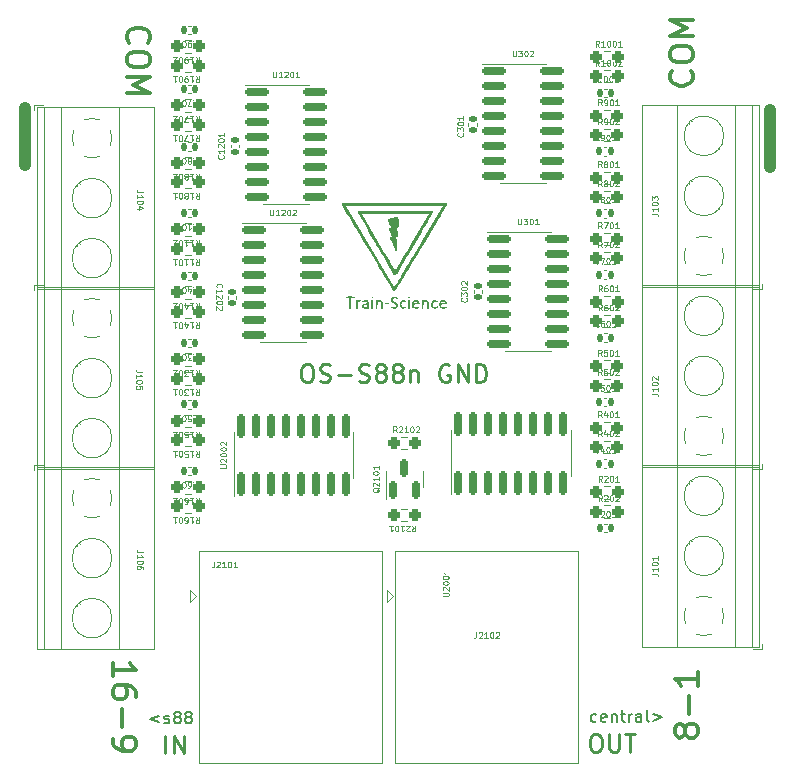
<source format=gbr>
%TF.GenerationSoftware,KiCad,Pcbnew,8.0.2*%
%TF.CreationDate,2024-10-12T15:23:14+02:00*%
%TF.ProjectId,OS-S88n,4f532d53-3838-46e2-9e6b-696361645f70,rev?*%
%TF.SameCoordinates,Original*%
%TF.FileFunction,Legend,Top*%
%TF.FilePolarity,Positive*%
%FSLAX46Y46*%
G04 Gerber Fmt 4.6, Leading zero omitted, Abs format (unit mm)*
G04 Created by KiCad (PCBNEW 8.0.2) date 2024-10-12 15:23:14*
%MOMM*%
%LPD*%
G01*
G04 APERTURE LIST*
G04 Aperture macros list*
%AMRoundRect*
0 Rectangle with rounded corners*
0 $1 Rounding radius*
0 $2 $3 $4 $5 $6 $7 $8 $9 X,Y pos of 4 corners*
0 Add a 4 corners polygon primitive as box body*
4,1,4,$2,$3,$4,$5,$6,$7,$8,$9,$2,$3,0*
0 Add four circle primitives for the rounded corners*
1,1,$1+$1,$2,$3*
1,1,$1+$1,$4,$5*
1,1,$1+$1,$6,$7*
1,1,$1+$1,$8,$9*
0 Add four rect primitives between the rounded corners*
20,1,$1+$1,$2,$3,$4,$5,0*
20,1,$1+$1,$4,$5,$6,$7,0*
20,1,$1+$1,$6,$7,$8,$9,0*
20,1,$1+$1,$8,$9,$2,$3,0*%
G04 Aperture macros list end*
%ADD10C,1.000000*%
%ADD11C,0.300000*%
%ADD12C,0.250000*%
%ADD13C,0.150000*%
%ADD14C,0.075000*%
%ADD15C,0.000000*%
%ADD16C,0.120000*%
%ADD17RoundRect,0.140000X0.140000X0.170000X-0.140000X0.170000X-0.140000X-0.170000X0.140000X-0.170000X0*%
%ADD18RoundRect,0.140000X-0.140000X-0.170000X0.140000X-0.170000X0.140000X0.170000X-0.140000X0.170000X0*%
%ADD19RoundRect,0.150000X0.150000X-0.587500X0.150000X0.587500X-0.150000X0.587500X-0.150000X-0.587500X0*%
%ADD20RoundRect,0.237500X0.250000X0.237500X-0.250000X0.237500X-0.250000X-0.237500X0.250000X-0.237500X0*%
%ADD21RoundRect,0.237500X-0.250000X-0.237500X0.250000X-0.237500X0.250000X0.237500X-0.250000X0.237500X0*%
%ADD22RoundRect,0.140000X-0.170000X0.140000X-0.170000X-0.140000X0.170000X-0.140000X0.170000X0.140000X0*%
%ADD23R,2.600000X2.600000*%
%ADD24C,2.600000*%
%ADD25C,3.200000*%
%ADD26RoundRect,0.140000X0.170000X-0.140000X0.170000X0.140000X-0.170000X0.140000X-0.170000X-0.140000X0*%
%ADD27R,1.500000X1.500000*%
%ADD28C,1.500000*%
%ADD29RoundRect,0.150000X-0.825000X-0.150000X0.825000X-0.150000X0.825000X0.150000X-0.825000X0.150000X0*%
%ADD30RoundRect,0.150000X0.150000X-0.825000X0.150000X0.825000X-0.150000X0.825000X-0.150000X-0.825000X0*%
G04 APERTURE END LIST*
D10*
X170815000Y-50165000D02*
X170815000Y-45339000D01*
X233934000Y-50292000D02*
X233934000Y-45466000D01*
D11*
X178260361Y-93415177D02*
X178260361Y-92272320D01*
X178260361Y-92843748D02*
X180260361Y-92843748D01*
X180260361Y-92843748D02*
X179974647Y-92653272D01*
X179974647Y-92653272D02*
X179784171Y-92462796D01*
X179784171Y-92462796D02*
X179688933Y-92272320D01*
X180260361Y-95129463D02*
X180260361Y-94748510D01*
X180260361Y-94748510D02*
X180165123Y-94558034D01*
X180165123Y-94558034D02*
X180069885Y-94462796D01*
X180069885Y-94462796D02*
X179784171Y-94272320D01*
X179784171Y-94272320D02*
X179403219Y-94177082D01*
X179403219Y-94177082D02*
X178641314Y-94177082D01*
X178641314Y-94177082D02*
X178450838Y-94272320D01*
X178450838Y-94272320D02*
X178355600Y-94367558D01*
X178355600Y-94367558D02*
X178260361Y-94558034D01*
X178260361Y-94558034D02*
X178260361Y-94938987D01*
X178260361Y-94938987D02*
X178355600Y-95129463D01*
X178355600Y-95129463D02*
X178450838Y-95224701D01*
X178450838Y-95224701D02*
X178641314Y-95319939D01*
X178641314Y-95319939D02*
X179117504Y-95319939D01*
X179117504Y-95319939D02*
X179307980Y-95224701D01*
X179307980Y-95224701D02*
X179403219Y-95129463D01*
X179403219Y-95129463D02*
X179498457Y-94938987D01*
X179498457Y-94938987D02*
X179498457Y-94558034D01*
X179498457Y-94558034D02*
X179403219Y-94367558D01*
X179403219Y-94367558D02*
X179307980Y-94272320D01*
X179307980Y-94272320D02*
X179117504Y-94177082D01*
X179022266Y-96177082D02*
X179022266Y-97700892D01*
X178260361Y-98748510D02*
X178260361Y-99129462D01*
X178260361Y-99129462D02*
X178355600Y-99319939D01*
X178355600Y-99319939D02*
X178450838Y-99415177D01*
X178450838Y-99415177D02*
X178736552Y-99605653D01*
X178736552Y-99605653D02*
X179117504Y-99700891D01*
X179117504Y-99700891D02*
X179879409Y-99700891D01*
X179879409Y-99700891D02*
X180069885Y-99605653D01*
X180069885Y-99605653D02*
X180165123Y-99510415D01*
X180165123Y-99510415D02*
X180260361Y-99319939D01*
X180260361Y-99319939D02*
X180260361Y-98938986D01*
X180260361Y-98938986D02*
X180165123Y-98748510D01*
X180165123Y-98748510D02*
X180069885Y-98653272D01*
X180069885Y-98653272D02*
X179879409Y-98558034D01*
X179879409Y-98558034D02*
X179403219Y-98558034D01*
X179403219Y-98558034D02*
X179212742Y-98653272D01*
X179212742Y-98653272D02*
X179117504Y-98748510D01*
X179117504Y-98748510D02*
X179022266Y-98938986D01*
X179022266Y-98938986D02*
X179022266Y-99319939D01*
X179022266Y-99319939D02*
X179117504Y-99510415D01*
X179117504Y-99510415D02*
X179212742Y-99605653D01*
X179212742Y-99605653D02*
X179403219Y-99700891D01*
D12*
X194592715Y-67010428D02*
X194878429Y-67010428D01*
X194878429Y-67010428D02*
X195021286Y-67081857D01*
X195021286Y-67081857D02*
X195164143Y-67224714D01*
X195164143Y-67224714D02*
X195235572Y-67510428D01*
X195235572Y-67510428D02*
X195235572Y-68010428D01*
X195235572Y-68010428D02*
X195164143Y-68296142D01*
X195164143Y-68296142D02*
X195021286Y-68439000D01*
X195021286Y-68439000D02*
X194878429Y-68510428D01*
X194878429Y-68510428D02*
X194592715Y-68510428D01*
X194592715Y-68510428D02*
X194449858Y-68439000D01*
X194449858Y-68439000D02*
X194307000Y-68296142D01*
X194307000Y-68296142D02*
X194235572Y-68010428D01*
X194235572Y-68010428D02*
X194235572Y-67510428D01*
X194235572Y-67510428D02*
X194307000Y-67224714D01*
X194307000Y-67224714D02*
X194449858Y-67081857D01*
X194449858Y-67081857D02*
X194592715Y-67010428D01*
X195807001Y-68439000D02*
X196021287Y-68510428D01*
X196021287Y-68510428D02*
X196378429Y-68510428D01*
X196378429Y-68510428D02*
X196521287Y-68439000D01*
X196521287Y-68439000D02*
X196592715Y-68367571D01*
X196592715Y-68367571D02*
X196664144Y-68224714D01*
X196664144Y-68224714D02*
X196664144Y-68081857D01*
X196664144Y-68081857D02*
X196592715Y-67939000D01*
X196592715Y-67939000D02*
X196521287Y-67867571D01*
X196521287Y-67867571D02*
X196378429Y-67796142D01*
X196378429Y-67796142D02*
X196092715Y-67724714D01*
X196092715Y-67724714D02*
X195949858Y-67653285D01*
X195949858Y-67653285D02*
X195878429Y-67581857D01*
X195878429Y-67581857D02*
X195807001Y-67439000D01*
X195807001Y-67439000D02*
X195807001Y-67296142D01*
X195807001Y-67296142D02*
X195878429Y-67153285D01*
X195878429Y-67153285D02*
X195949858Y-67081857D01*
X195949858Y-67081857D02*
X196092715Y-67010428D01*
X196092715Y-67010428D02*
X196449858Y-67010428D01*
X196449858Y-67010428D02*
X196664144Y-67081857D01*
X197307000Y-67939000D02*
X198449858Y-67939000D01*
X199092715Y-68439000D02*
X199307001Y-68510428D01*
X199307001Y-68510428D02*
X199664143Y-68510428D01*
X199664143Y-68510428D02*
X199807001Y-68439000D01*
X199807001Y-68439000D02*
X199878429Y-68367571D01*
X199878429Y-68367571D02*
X199949858Y-68224714D01*
X199949858Y-68224714D02*
X199949858Y-68081857D01*
X199949858Y-68081857D02*
X199878429Y-67939000D01*
X199878429Y-67939000D02*
X199807001Y-67867571D01*
X199807001Y-67867571D02*
X199664143Y-67796142D01*
X199664143Y-67796142D02*
X199378429Y-67724714D01*
X199378429Y-67724714D02*
X199235572Y-67653285D01*
X199235572Y-67653285D02*
X199164143Y-67581857D01*
X199164143Y-67581857D02*
X199092715Y-67439000D01*
X199092715Y-67439000D02*
X199092715Y-67296142D01*
X199092715Y-67296142D02*
X199164143Y-67153285D01*
X199164143Y-67153285D02*
X199235572Y-67081857D01*
X199235572Y-67081857D02*
X199378429Y-67010428D01*
X199378429Y-67010428D02*
X199735572Y-67010428D01*
X199735572Y-67010428D02*
X199949858Y-67081857D01*
X200807000Y-67653285D02*
X200664143Y-67581857D01*
X200664143Y-67581857D02*
X200592714Y-67510428D01*
X200592714Y-67510428D02*
X200521286Y-67367571D01*
X200521286Y-67367571D02*
X200521286Y-67296142D01*
X200521286Y-67296142D02*
X200592714Y-67153285D01*
X200592714Y-67153285D02*
X200664143Y-67081857D01*
X200664143Y-67081857D02*
X200807000Y-67010428D01*
X200807000Y-67010428D02*
X201092714Y-67010428D01*
X201092714Y-67010428D02*
X201235572Y-67081857D01*
X201235572Y-67081857D02*
X201307000Y-67153285D01*
X201307000Y-67153285D02*
X201378429Y-67296142D01*
X201378429Y-67296142D02*
X201378429Y-67367571D01*
X201378429Y-67367571D02*
X201307000Y-67510428D01*
X201307000Y-67510428D02*
X201235572Y-67581857D01*
X201235572Y-67581857D02*
X201092714Y-67653285D01*
X201092714Y-67653285D02*
X200807000Y-67653285D01*
X200807000Y-67653285D02*
X200664143Y-67724714D01*
X200664143Y-67724714D02*
X200592714Y-67796142D01*
X200592714Y-67796142D02*
X200521286Y-67939000D01*
X200521286Y-67939000D02*
X200521286Y-68224714D01*
X200521286Y-68224714D02*
X200592714Y-68367571D01*
X200592714Y-68367571D02*
X200664143Y-68439000D01*
X200664143Y-68439000D02*
X200807000Y-68510428D01*
X200807000Y-68510428D02*
X201092714Y-68510428D01*
X201092714Y-68510428D02*
X201235572Y-68439000D01*
X201235572Y-68439000D02*
X201307000Y-68367571D01*
X201307000Y-68367571D02*
X201378429Y-68224714D01*
X201378429Y-68224714D02*
X201378429Y-67939000D01*
X201378429Y-67939000D02*
X201307000Y-67796142D01*
X201307000Y-67796142D02*
X201235572Y-67724714D01*
X201235572Y-67724714D02*
X201092714Y-67653285D01*
X202235571Y-67653285D02*
X202092714Y-67581857D01*
X202092714Y-67581857D02*
X202021285Y-67510428D01*
X202021285Y-67510428D02*
X201949857Y-67367571D01*
X201949857Y-67367571D02*
X201949857Y-67296142D01*
X201949857Y-67296142D02*
X202021285Y-67153285D01*
X202021285Y-67153285D02*
X202092714Y-67081857D01*
X202092714Y-67081857D02*
X202235571Y-67010428D01*
X202235571Y-67010428D02*
X202521285Y-67010428D01*
X202521285Y-67010428D02*
X202664143Y-67081857D01*
X202664143Y-67081857D02*
X202735571Y-67153285D01*
X202735571Y-67153285D02*
X202807000Y-67296142D01*
X202807000Y-67296142D02*
X202807000Y-67367571D01*
X202807000Y-67367571D02*
X202735571Y-67510428D01*
X202735571Y-67510428D02*
X202664143Y-67581857D01*
X202664143Y-67581857D02*
X202521285Y-67653285D01*
X202521285Y-67653285D02*
X202235571Y-67653285D01*
X202235571Y-67653285D02*
X202092714Y-67724714D01*
X202092714Y-67724714D02*
X202021285Y-67796142D01*
X202021285Y-67796142D02*
X201949857Y-67939000D01*
X201949857Y-67939000D02*
X201949857Y-68224714D01*
X201949857Y-68224714D02*
X202021285Y-68367571D01*
X202021285Y-68367571D02*
X202092714Y-68439000D01*
X202092714Y-68439000D02*
X202235571Y-68510428D01*
X202235571Y-68510428D02*
X202521285Y-68510428D01*
X202521285Y-68510428D02*
X202664143Y-68439000D01*
X202664143Y-68439000D02*
X202735571Y-68367571D01*
X202735571Y-68367571D02*
X202807000Y-68224714D01*
X202807000Y-68224714D02*
X202807000Y-67939000D01*
X202807000Y-67939000D02*
X202735571Y-67796142D01*
X202735571Y-67796142D02*
X202664143Y-67724714D01*
X202664143Y-67724714D02*
X202521285Y-67653285D01*
X203449856Y-67510428D02*
X203449856Y-68510428D01*
X203449856Y-67653285D02*
X203521285Y-67581857D01*
X203521285Y-67581857D02*
X203664142Y-67510428D01*
X203664142Y-67510428D02*
X203878428Y-67510428D01*
X203878428Y-67510428D02*
X204021285Y-67581857D01*
X204021285Y-67581857D02*
X204092714Y-67724714D01*
X204092714Y-67724714D02*
X204092714Y-68510428D01*
X206735571Y-67081857D02*
X206592714Y-67010428D01*
X206592714Y-67010428D02*
X206378428Y-67010428D01*
X206378428Y-67010428D02*
X206164142Y-67081857D01*
X206164142Y-67081857D02*
X206021285Y-67224714D01*
X206021285Y-67224714D02*
X205949856Y-67367571D01*
X205949856Y-67367571D02*
X205878428Y-67653285D01*
X205878428Y-67653285D02*
X205878428Y-67867571D01*
X205878428Y-67867571D02*
X205949856Y-68153285D01*
X205949856Y-68153285D02*
X206021285Y-68296142D01*
X206021285Y-68296142D02*
X206164142Y-68439000D01*
X206164142Y-68439000D02*
X206378428Y-68510428D01*
X206378428Y-68510428D02*
X206521285Y-68510428D01*
X206521285Y-68510428D02*
X206735571Y-68439000D01*
X206735571Y-68439000D02*
X206806999Y-68367571D01*
X206806999Y-68367571D02*
X206806999Y-67867571D01*
X206806999Y-67867571D02*
X206521285Y-67867571D01*
X207449856Y-68510428D02*
X207449856Y-67010428D01*
X207449856Y-67010428D02*
X208306999Y-68510428D01*
X208306999Y-68510428D02*
X208306999Y-67010428D01*
X209021285Y-68510428D02*
X209021285Y-67010428D01*
X209021285Y-67010428D02*
X209378428Y-67010428D01*
X209378428Y-67010428D02*
X209592714Y-67081857D01*
X209592714Y-67081857D02*
X209735571Y-67224714D01*
X209735571Y-67224714D02*
X209807000Y-67367571D01*
X209807000Y-67367571D02*
X209878428Y-67653285D01*
X209878428Y-67653285D02*
X209878428Y-67867571D01*
X209878428Y-67867571D02*
X209807000Y-68153285D01*
X209807000Y-68153285D02*
X209735571Y-68296142D01*
X209735571Y-68296142D02*
X209592714Y-68439000D01*
X209592714Y-68439000D02*
X209378428Y-68510428D01*
X209378428Y-68510428D02*
X209021285Y-68510428D01*
D11*
X227227161Y-42163360D02*
X227322400Y-42258598D01*
X227322400Y-42258598D02*
X227417638Y-42544312D01*
X227417638Y-42544312D02*
X227417638Y-42734788D01*
X227417638Y-42734788D02*
X227322400Y-43020503D01*
X227322400Y-43020503D02*
X227131923Y-43210979D01*
X227131923Y-43210979D02*
X226941447Y-43306217D01*
X226941447Y-43306217D02*
X226560495Y-43401455D01*
X226560495Y-43401455D02*
X226274780Y-43401455D01*
X226274780Y-43401455D02*
X225893828Y-43306217D01*
X225893828Y-43306217D02*
X225703352Y-43210979D01*
X225703352Y-43210979D02*
X225512876Y-43020503D01*
X225512876Y-43020503D02*
X225417638Y-42734788D01*
X225417638Y-42734788D02*
X225417638Y-42544312D01*
X225417638Y-42544312D02*
X225512876Y-42258598D01*
X225512876Y-42258598D02*
X225608114Y-42163360D01*
X225417638Y-40925265D02*
X225417638Y-40544312D01*
X225417638Y-40544312D02*
X225512876Y-40353836D01*
X225512876Y-40353836D02*
X225703352Y-40163360D01*
X225703352Y-40163360D02*
X226084304Y-40068122D01*
X226084304Y-40068122D02*
X226750971Y-40068122D01*
X226750971Y-40068122D02*
X227131923Y-40163360D01*
X227131923Y-40163360D02*
X227322400Y-40353836D01*
X227322400Y-40353836D02*
X227417638Y-40544312D01*
X227417638Y-40544312D02*
X227417638Y-40925265D01*
X227417638Y-40925265D02*
X227322400Y-41115741D01*
X227322400Y-41115741D02*
X227131923Y-41306217D01*
X227131923Y-41306217D02*
X226750971Y-41401455D01*
X226750971Y-41401455D02*
X226084304Y-41401455D01*
X226084304Y-41401455D02*
X225703352Y-41306217D01*
X225703352Y-41306217D02*
X225512876Y-41115741D01*
X225512876Y-41115741D02*
X225417638Y-40925265D01*
X227417638Y-39210979D02*
X225417638Y-39210979D01*
X225417638Y-39210979D02*
X226846209Y-38544312D01*
X226846209Y-38544312D02*
X225417638Y-37877646D01*
X225417638Y-37877646D02*
X227417638Y-37877646D01*
X226688780Y-98227727D02*
X226593542Y-98418203D01*
X226593542Y-98418203D02*
X226498304Y-98513441D01*
X226498304Y-98513441D02*
X226307828Y-98608679D01*
X226307828Y-98608679D02*
X226212590Y-98608679D01*
X226212590Y-98608679D02*
X226022114Y-98513441D01*
X226022114Y-98513441D02*
X225926876Y-98418203D01*
X225926876Y-98418203D02*
X225831638Y-98227727D01*
X225831638Y-98227727D02*
X225831638Y-97846774D01*
X225831638Y-97846774D02*
X225926876Y-97656298D01*
X225926876Y-97656298D02*
X226022114Y-97561060D01*
X226022114Y-97561060D02*
X226212590Y-97465822D01*
X226212590Y-97465822D02*
X226307828Y-97465822D01*
X226307828Y-97465822D02*
X226498304Y-97561060D01*
X226498304Y-97561060D02*
X226593542Y-97656298D01*
X226593542Y-97656298D02*
X226688780Y-97846774D01*
X226688780Y-97846774D02*
X226688780Y-98227727D01*
X226688780Y-98227727D02*
X226784019Y-98418203D01*
X226784019Y-98418203D02*
X226879257Y-98513441D01*
X226879257Y-98513441D02*
X227069733Y-98608679D01*
X227069733Y-98608679D02*
X227450685Y-98608679D01*
X227450685Y-98608679D02*
X227641161Y-98513441D01*
X227641161Y-98513441D02*
X227736400Y-98418203D01*
X227736400Y-98418203D02*
X227831638Y-98227727D01*
X227831638Y-98227727D02*
X227831638Y-97846774D01*
X227831638Y-97846774D02*
X227736400Y-97656298D01*
X227736400Y-97656298D02*
X227641161Y-97561060D01*
X227641161Y-97561060D02*
X227450685Y-97465822D01*
X227450685Y-97465822D02*
X227069733Y-97465822D01*
X227069733Y-97465822D02*
X226879257Y-97561060D01*
X226879257Y-97561060D02*
X226784019Y-97656298D01*
X226784019Y-97656298D02*
X226688780Y-97846774D01*
X227069733Y-96608679D02*
X227069733Y-95084870D01*
X227831638Y-93084870D02*
X227831638Y-94227727D01*
X227831638Y-93656299D02*
X225831638Y-93656299D01*
X225831638Y-93656299D02*
X226117352Y-93846775D01*
X226117352Y-93846775D02*
X226307828Y-94037251D01*
X226307828Y-94037251D02*
X226403066Y-94227727D01*
D12*
X182714285Y-99953428D02*
X182714285Y-98453428D01*
X183428571Y-99953428D02*
X183428571Y-98453428D01*
X183428571Y-98453428D02*
X184285714Y-99953428D01*
X184285714Y-99953428D02*
X184285714Y-98453428D01*
X219000000Y-98303428D02*
X219285714Y-98303428D01*
X219285714Y-98303428D02*
X219428571Y-98374857D01*
X219428571Y-98374857D02*
X219571428Y-98517714D01*
X219571428Y-98517714D02*
X219642857Y-98803428D01*
X219642857Y-98803428D02*
X219642857Y-99303428D01*
X219642857Y-99303428D02*
X219571428Y-99589142D01*
X219571428Y-99589142D02*
X219428571Y-99732000D01*
X219428571Y-99732000D02*
X219285714Y-99803428D01*
X219285714Y-99803428D02*
X219000000Y-99803428D01*
X219000000Y-99803428D02*
X218857143Y-99732000D01*
X218857143Y-99732000D02*
X218714285Y-99589142D01*
X218714285Y-99589142D02*
X218642857Y-99303428D01*
X218642857Y-99303428D02*
X218642857Y-98803428D01*
X218642857Y-98803428D02*
X218714285Y-98517714D01*
X218714285Y-98517714D02*
X218857143Y-98374857D01*
X218857143Y-98374857D02*
X219000000Y-98303428D01*
X220285714Y-98303428D02*
X220285714Y-99517714D01*
X220285714Y-99517714D02*
X220357143Y-99660571D01*
X220357143Y-99660571D02*
X220428572Y-99732000D01*
X220428572Y-99732000D02*
X220571429Y-99803428D01*
X220571429Y-99803428D02*
X220857143Y-99803428D01*
X220857143Y-99803428D02*
X221000000Y-99732000D01*
X221000000Y-99732000D02*
X221071429Y-99660571D01*
X221071429Y-99660571D02*
X221142857Y-99517714D01*
X221142857Y-99517714D02*
X221142857Y-98303428D01*
X221642858Y-98303428D02*
X222500001Y-98303428D01*
X222071429Y-99803428D02*
X222071429Y-98303428D01*
D13*
X219205350Y-97231200D02*
X219110112Y-97278819D01*
X219110112Y-97278819D02*
X218919636Y-97278819D01*
X218919636Y-97278819D02*
X218824398Y-97231200D01*
X218824398Y-97231200D02*
X218776779Y-97183580D01*
X218776779Y-97183580D02*
X218729160Y-97088342D01*
X218729160Y-97088342D02*
X218729160Y-96802628D01*
X218729160Y-96802628D02*
X218776779Y-96707390D01*
X218776779Y-96707390D02*
X218824398Y-96659771D01*
X218824398Y-96659771D02*
X218919636Y-96612152D01*
X218919636Y-96612152D02*
X219110112Y-96612152D01*
X219110112Y-96612152D02*
X219205350Y-96659771D01*
X220014874Y-97231200D02*
X219919636Y-97278819D01*
X219919636Y-97278819D02*
X219729160Y-97278819D01*
X219729160Y-97278819D02*
X219633922Y-97231200D01*
X219633922Y-97231200D02*
X219586303Y-97135961D01*
X219586303Y-97135961D02*
X219586303Y-96755009D01*
X219586303Y-96755009D02*
X219633922Y-96659771D01*
X219633922Y-96659771D02*
X219729160Y-96612152D01*
X219729160Y-96612152D02*
X219919636Y-96612152D01*
X219919636Y-96612152D02*
X220014874Y-96659771D01*
X220014874Y-96659771D02*
X220062493Y-96755009D01*
X220062493Y-96755009D02*
X220062493Y-96850247D01*
X220062493Y-96850247D02*
X219586303Y-96945485D01*
X220491065Y-96612152D02*
X220491065Y-97278819D01*
X220491065Y-96707390D02*
X220538684Y-96659771D01*
X220538684Y-96659771D02*
X220633922Y-96612152D01*
X220633922Y-96612152D02*
X220776779Y-96612152D01*
X220776779Y-96612152D02*
X220872017Y-96659771D01*
X220872017Y-96659771D02*
X220919636Y-96755009D01*
X220919636Y-96755009D02*
X220919636Y-97278819D01*
X221252970Y-96612152D02*
X221633922Y-96612152D01*
X221395827Y-96278819D02*
X221395827Y-97135961D01*
X221395827Y-97135961D02*
X221443446Y-97231200D01*
X221443446Y-97231200D02*
X221538684Y-97278819D01*
X221538684Y-97278819D02*
X221633922Y-97278819D01*
X221967256Y-97278819D02*
X221967256Y-96612152D01*
X221967256Y-96802628D02*
X222014875Y-96707390D01*
X222014875Y-96707390D02*
X222062494Y-96659771D01*
X222062494Y-96659771D02*
X222157732Y-96612152D01*
X222157732Y-96612152D02*
X222252970Y-96612152D01*
X223014875Y-97278819D02*
X223014875Y-96755009D01*
X223014875Y-96755009D02*
X222967256Y-96659771D01*
X222967256Y-96659771D02*
X222872018Y-96612152D01*
X222872018Y-96612152D02*
X222681542Y-96612152D01*
X222681542Y-96612152D02*
X222586304Y-96659771D01*
X223014875Y-97231200D02*
X222919637Y-97278819D01*
X222919637Y-97278819D02*
X222681542Y-97278819D01*
X222681542Y-97278819D02*
X222586304Y-97231200D01*
X222586304Y-97231200D02*
X222538685Y-97135961D01*
X222538685Y-97135961D02*
X222538685Y-97040723D01*
X222538685Y-97040723D02*
X222586304Y-96945485D01*
X222586304Y-96945485D02*
X222681542Y-96897866D01*
X222681542Y-96897866D02*
X222919637Y-96897866D01*
X222919637Y-96897866D02*
X223014875Y-96850247D01*
X223633923Y-97278819D02*
X223538685Y-97231200D01*
X223538685Y-97231200D02*
X223491066Y-97135961D01*
X223491066Y-97135961D02*
X223491066Y-96278819D01*
X224014876Y-96612152D02*
X224776781Y-96897866D01*
X224776781Y-96897866D02*
X224014876Y-97183580D01*
X182200684Y-96739152D02*
X181438779Y-97024866D01*
X181438779Y-97024866D02*
X182200684Y-97310580D01*
X182629255Y-97358200D02*
X182724493Y-97405819D01*
X182724493Y-97405819D02*
X182914969Y-97405819D01*
X182914969Y-97405819D02*
X183010207Y-97358200D01*
X183010207Y-97358200D02*
X183057826Y-97262961D01*
X183057826Y-97262961D02*
X183057826Y-97215342D01*
X183057826Y-97215342D02*
X183010207Y-97120104D01*
X183010207Y-97120104D02*
X182914969Y-97072485D01*
X182914969Y-97072485D02*
X182772112Y-97072485D01*
X182772112Y-97072485D02*
X182676874Y-97024866D01*
X182676874Y-97024866D02*
X182629255Y-96929628D01*
X182629255Y-96929628D02*
X182629255Y-96882009D01*
X182629255Y-96882009D02*
X182676874Y-96786771D01*
X182676874Y-96786771D02*
X182772112Y-96739152D01*
X182772112Y-96739152D02*
X182914969Y-96739152D01*
X182914969Y-96739152D02*
X183010207Y-96786771D01*
X183629255Y-96834390D02*
X183534017Y-96786771D01*
X183534017Y-96786771D02*
X183486398Y-96739152D01*
X183486398Y-96739152D02*
X183438779Y-96643914D01*
X183438779Y-96643914D02*
X183438779Y-96596295D01*
X183438779Y-96596295D02*
X183486398Y-96501057D01*
X183486398Y-96501057D02*
X183534017Y-96453438D01*
X183534017Y-96453438D02*
X183629255Y-96405819D01*
X183629255Y-96405819D02*
X183819731Y-96405819D01*
X183819731Y-96405819D02*
X183914969Y-96453438D01*
X183914969Y-96453438D02*
X183962588Y-96501057D01*
X183962588Y-96501057D02*
X184010207Y-96596295D01*
X184010207Y-96596295D02*
X184010207Y-96643914D01*
X184010207Y-96643914D02*
X183962588Y-96739152D01*
X183962588Y-96739152D02*
X183914969Y-96786771D01*
X183914969Y-96786771D02*
X183819731Y-96834390D01*
X183819731Y-96834390D02*
X183629255Y-96834390D01*
X183629255Y-96834390D02*
X183534017Y-96882009D01*
X183534017Y-96882009D02*
X183486398Y-96929628D01*
X183486398Y-96929628D02*
X183438779Y-97024866D01*
X183438779Y-97024866D02*
X183438779Y-97215342D01*
X183438779Y-97215342D02*
X183486398Y-97310580D01*
X183486398Y-97310580D02*
X183534017Y-97358200D01*
X183534017Y-97358200D02*
X183629255Y-97405819D01*
X183629255Y-97405819D02*
X183819731Y-97405819D01*
X183819731Y-97405819D02*
X183914969Y-97358200D01*
X183914969Y-97358200D02*
X183962588Y-97310580D01*
X183962588Y-97310580D02*
X184010207Y-97215342D01*
X184010207Y-97215342D02*
X184010207Y-97024866D01*
X184010207Y-97024866D02*
X183962588Y-96929628D01*
X183962588Y-96929628D02*
X183914969Y-96882009D01*
X183914969Y-96882009D02*
X183819731Y-96834390D01*
X184581636Y-96834390D02*
X184486398Y-96786771D01*
X184486398Y-96786771D02*
X184438779Y-96739152D01*
X184438779Y-96739152D02*
X184391160Y-96643914D01*
X184391160Y-96643914D02*
X184391160Y-96596295D01*
X184391160Y-96596295D02*
X184438779Y-96501057D01*
X184438779Y-96501057D02*
X184486398Y-96453438D01*
X184486398Y-96453438D02*
X184581636Y-96405819D01*
X184581636Y-96405819D02*
X184772112Y-96405819D01*
X184772112Y-96405819D02*
X184867350Y-96453438D01*
X184867350Y-96453438D02*
X184914969Y-96501057D01*
X184914969Y-96501057D02*
X184962588Y-96596295D01*
X184962588Y-96596295D02*
X184962588Y-96643914D01*
X184962588Y-96643914D02*
X184914969Y-96739152D01*
X184914969Y-96739152D02*
X184867350Y-96786771D01*
X184867350Y-96786771D02*
X184772112Y-96834390D01*
X184772112Y-96834390D02*
X184581636Y-96834390D01*
X184581636Y-96834390D02*
X184486398Y-96882009D01*
X184486398Y-96882009D02*
X184438779Y-96929628D01*
X184438779Y-96929628D02*
X184391160Y-97024866D01*
X184391160Y-97024866D02*
X184391160Y-97215342D01*
X184391160Y-97215342D02*
X184438779Y-97310580D01*
X184438779Y-97310580D02*
X184486398Y-97358200D01*
X184486398Y-97358200D02*
X184581636Y-97405819D01*
X184581636Y-97405819D02*
X184772112Y-97405819D01*
X184772112Y-97405819D02*
X184867350Y-97358200D01*
X184867350Y-97358200D02*
X184914969Y-97310580D01*
X184914969Y-97310580D02*
X184962588Y-97215342D01*
X184962588Y-97215342D02*
X184962588Y-97024866D01*
X184962588Y-97024866D02*
X184914969Y-96929628D01*
X184914969Y-96929628D02*
X184867350Y-96882009D01*
X184867350Y-96882009D02*
X184772112Y-96834390D01*
D11*
X179627838Y-39762415D02*
X179532600Y-39667177D01*
X179532600Y-39667177D02*
X179437361Y-39381463D01*
X179437361Y-39381463D02*
X179437361Y-39190987D01*
X179437361Y-39190987D02*
X179532600Y-38905272D01*
X179532600Y-38905272D02*
X179723076Y-38714796D01*
X179723076Y-38714796D02*
X179913552Y-38619558D01*
X179913552Y-38619558D02*
X180294504Y-38524320D01*
X180294504Y-38524320D02*
X180580219Y-38524320D01*
X180580219Y-38524320D02*
X180961171Y-38619558D01*
X180961171Y-38619558D02*
X181151647Y-38714796D01*
X181151647Y-38714796D02*
X181342123Y-38905272D01*
X181342123Y-38905272D02*
X181437361Y-39190987D01*
X181437361Y-39190987D02*
X181437361Y-39381463D01*
X181437361Y-39381463D02*
X181342123Y-39667177D01*
X181342123Y-39667177D02*
X181246885Y-39762415D01*
X181437361Y-41000510D02*
X181437361Y-41381463D01*
X181437361Y-41381463D02*
X181342123Y-41571939D01*
X181342123Y-41571939D02*
X181151647Y-41762415D01*
X181151647Y-41762415D02*
X180770695Y-41857653D01*
X180770695Y-41857653D02*
X180104028Y-41857653D01*
X180104028Y-41857653D02*
X179723076Y-41762415D01*
X179723076Y-41762415D02*
X179532600Y-41571939D01*
X179532600Y-41571939D02*
X179437361Y-41381463D01*
X179437361Y-41381463D02*
X179437361Y-41000510D01*
X179437361Y-41000510D02*
X179532600Y-40810034D01*
X179532600Y-40810034D02*
X179723076Y-40619558D01*
X179723076Y-40619558D02*
X180104028Y-40524320D01*
X180104028Y-40524320D02*
X180770695Y-40524320D01*
X180770695Y-40524320D02*
X181151647Y-40619558D01*
X181151647Y-40619558D02*
X181342123Y-40810034D01*
X181342123Y-40810034D02*
X181437361Y-41000510D01*
X179437361Y-42714796D02*
X181437361Y-42714796D01*
X181437361Y-42714796D02*
X180008790Y-43381463D01*
X180008790Y-43381463D02*
X181437361Y-44048129D01*
X181437361Y-44048129D02*
X179437361Y-44048129D01*
D14*
X185565118Y-55169709D02*
X185588927Y-55145900D01*
X185588927Y-55145900D02*
X185660356Y-55122090D01*
X185660356Y-55122090D02*
X185707975Y-55122090D01*
X185707975Y-55122090D02*
X185779403Y-55145900D01*
X185779403Y-55145900D02*
X185827022Y-55193519D01*
X185827022Y-55193519D02*
X185850832Y-55241138D01*
X185850832Y-55241138D02*
X185874641Y-55336376D01*
X185874641Y-55336376D02*
X185874641Y-55407804D01*
X185874641Y-55407804D02*
X185850832Y-55503042D01*
X185850832Y-55503042D02*
X185827022Y-55550661D01*
X185827022Y-55550661D02*
X185779403Y-55598280D01*
X185779403Y-55598280D02*
X185707975Y-55622090D01*
X185707975Y-55622090D02*
X185660356Y-55622090D01*
X185660356Y-55622090D02*
X185588927Y-55598280D01*
X185588927Y-55598280D02*
X185565118Y-55574471D01*
X185088927Y-55122090D02*
X185374641Y-55122090D01*
X185231784Y-55122090D02*
X185231784Y-55622090D01*
X185231784Y-55622090D02*
X185279403Y-55550661D01*
X185279403Y-55550661D02*
X185327022Y-55503042D01*
X185327022Y-55503042D02*
X185374641Y-55479233D01*
X184612737Y-55122090D02*
X184898451Y-55122090D01*
X184755594Y-55122090D02*
X184755594Y-55622090D01*
X184755594Y-55622090D02*
X184803213Y-55550661D01*
X184803213Y-55550661D02*
X184850832Y-55503042D01*
X184850832Y-55503042D02*
X184898451Y-55479233D01*
X184303214Y-55622090D02*
X184255595Y-55622090D01*
X184255595Y-55622090D02*
X184207976Y-55598280D01*
X184207976Y-55598280D02*
X184184166Y-55574471D01*
X184184166Y-55574471D02*
X184160357Y-55526852D01*
X184160357Y-55526852D02*
X184136547Y-55431614D01*
X184136547Y-55431614D02*
X184136547Y-55312566D01*
X184136547Y-55312566D02*
X184160357Y-55217328D01*
X184160357Y-55217328D02*
X184184166Y-55169709D01*
X184184166Y-55169709D02*
X184207976Y-55145900D01*
X184207976Y-55145900D02*
X184255595Y-55122090D01*
X184255595Y-55122090D02*
X184303214Y-55122090D01*
X184303214Y-55122090D02*
X184350833Y-55145900D01*
X184350833Y-55145900D02*
X184374642Y-55169709D01*
X184374642Y-55169709D02*
X184398452Y-55217328D01*
X184398452Y-55217328D02*
X184422261Y-55312566D01*
X184422261Y-55312566D02*
X184422261Y-55431614D01*
X184422261Y-55431614D02*
X184398452Y-55526852D01*
X184398452Y-55526852D02*
X184374642Y-55574471D01*
X184374642Y-55574471D02*
X184350833Y-55598280D01*
X184350833Y-55598280D02*
X184303214Y-55622090D01*
X183660357Y-55122090D02*
X183946071Y-55122090D01*
X183803214Y-55122090D02*
X183803214Y-55622090D01*
X183803214Y-55622090D02*
X183850833Y-55550661D01*
X183850833Y-55550661D02*
X183898452Y-55503042D01*
X183898452Y-55503042D02*
X183946071Y-55479233D01*
X219156881Y-43035790D02*
X219133072Y-43059600D01*
X219133072Y-43059600D02*
X219061643Y-43083409D01*
X219061643Y-43083409D02*
X219014024Y-43083409D01*
X219014024Y-43083409D02*
X218942596Y-43059600D01*
X218942596Y-43059600D02*
X218894977Y-43011980D01*
X218894977Y-43011980D02*
X218871167Y-42964361D01*
X218871167Y-42964361D02*
X218847358Y-42869123D01*
X218847358Y-42869123D02*
X218847358Y-42797695D01*
X218847358Y-42797695D02*
X218871167Y-42702457D01*
X218871167Y-42702457D02*
X218894977Y-42654838D01*
X218894977Y-42654838D02*
X218942596Y-42607219D01*
X218942596Y-42607219D02*
X219014024Y-42583409D01*
X219014024Y-42583409D02*
X219061643Y-42583409D01*
X219061643Y-42583409D02*
X219133072Y-42607219D01*
X219133072Y-42607219D02*
X219156881Y-42631028D01*
X219633072Y-43083409D02*
X219347358Y-43083409D01*
X219490215Y-43083409D02*
X219490215Y-42583409D01*
X219490215Y-42583409D02*
X219442596Y-42654838D01*
X219442596Y-42654838D02*
X219394977Y-42702457D01*
X219394977Y-42702457D02*
X219347358Y-42726266D01*
X219942595Y-42583409D02*
X219990214Y-42583409D01*
X219990214Y-42583409D02*
X220037833Y-42607219D01*
X220037833Y-42607219D02*
X220061643Y-42631028D01*
X220061643Y-42631028D02*
X220085452Y-42678647D01*
X220085452Y-42678647D02*
X220109262Y-42773885D01*
X220109262Y-42773885D02*
X220109262Y-42892933D01*
X220109262Y-42892933D02*
X220085452Y-42988171D01*
X220085452Y-42988171D02*
X220061643Y-43035790D01*
X220061643Y-43035790D02*
X220037833Y-43059600D01*
X220037833Y-43059600D02*
X219990214Y-43083409D01*
X219990214Y-43083409D02*
X219942595Y-43083409D01*
X219942595Y-43083409D02*
X219894976Y-43059600D01*
X219894976Y-43059600D02*
X219871167Y-43035790D01*
X219871167Y-43035790D02*
X219847357Y-42988171D01*
X219847357Y-42988171D02*
X219823548Y-42892933D01*
X219823548Y-42892933D02*
X219823548Y-42773885D01*
X219823548Y-42773885D02*
X219847357Y-42678647D01*
X219847357Y-42678647D02*
X219871167Y-42631028D01*
X219871167Y-42631028D02*
X219894976Y-42607219D01*
X219894976Y-42607219D02*
X219942595Y-42583409D01*
X220418785Y-42583409D02*
X220466404Y-42583409D01*
X220466404Y-42583409D02*
X220514023Y-42607219D01*
X220514023Y-42607219D02*
X220537833Y-42631028D01*
X220537833Y-42631028D02*
X220561642Y-42678647D01*
X220561642Y-42678647D02*
X220585452Y-42773885D01*
X220585452Y-42773885D02*
X220585452Y-42892933D01*
X220585452Y-42892933D02*
X220561642Y-42988171D01*
X220561642Y-42988171D02*
X220537833Y-43035790D01*
X220537833Y-43035790D02*
X220514023Y-43059600D01*
X220514023Y-43059600D02*
X220466404Y-43083409D01*
X220466404Y-43083409D02*
X220418785Y-43083409D01*
X220418785Y-43083409D02*
X220371166Y-43059600D01*
X220371166Y-43059600D02*
X220347357Y-43035790D01*
X220347357Y-43035790D02*
X220323547Y-42988171D01*
X220323547Y-42988171D02*
X220299738Y-42892933D01*
X220299738Y-42892933D02*
X220299738Y-42773885D01*
X220299738Y-42773885D02*
X220323547Y-42678647D01*
X220323547Y-42678647D02*
X220347357Y-42631028D01*
X220347357Y-42631028D02*
X220371166Y-42607219D01*
X220371166Y-42607219D02*
X220418785Y-42583409D01*
X221061642Y-43083409D02*
X220775928Y-43083409D01*
X220918785Y-43083409D02*
X220918785Y-42583409D01*
X220918785Y-42583409D02*
X220871166Y-42654838D01*
X220871166Y-42654838D02*
X220823547Y-42702457D01*
X220823547Y-42702457D02*
X220775928Y-42726266D01*
X185565118Y-66169709D02*
X185588927Y-66145900D01*
X185588927Y-66145900D02*
X185660356Y-66122090D01*
X185660356Y-66122090D02*
X185707975Y-66122090D01*
X185707975Y-66122090D02*
X185779403Y-66145900D01*
X185779403Y-66145900D02*
X185827022Y-66193519D01*
X185827022Y-66193519D02*
X185850832Y-66241138D01*
X185850832Y-66241138D02*
X185874641Y-66336376D01*
X185874641Y-66336376D02*
X185874641Y-66407804D01*
X185874641Y-66407804D02*
X185850832Y-66503042D01*
X185850832Y-66503042D02*
X185827022Y-66550661D01*
X185827022Y-66550661D02*
X185779403Y-66598280D01*
X185779403Y-66598280D02*
X185707975Y-66622090D01*
X185707975Y-66622090D02*
X185660356Y-66622090D01*
X185660356Y-66622090D02*
X185588927Y-66598280D01*
X185588927Y-66598280D02*
X185565118Y-66574471D01*
X185088927Y-66122090D02*
X185374641Y-66122090D01*
X185231784Y-66122090D02*
X185231784Y-66622090D01*
X185231784Y-66622090D02*
X185279403Y-66550661D01*
X185279403Y-66550661D02*
X185327022Y-66503042D01*
X185327022Y-66503042D02*
X185374641Y-66479233D01*
X184922261Y-66622090D02*
X184612737Y-66622090D01*
X184612737Y-66622090D02*
X184779404Y-66431614D01*
X184779404Y-66431614D02*
X184707975Y-66431614D01*
X184707975Y-66431614D02*
X184660356Y-66407804D01*
X184660356Y-66407804D02*
X184636547Y-66383995D01*
X184636547Y-66383995D02*
X184612737Y-66336376D01*
X184612737Y-66336376D02*
X184612737Y-66217328D01*
X184612737Y-66217328D02*
X184636547Y-66169709D01*
X184636547Y-66169709D02*
X184660356Y-66145900D01*
X184660356Y-66145900D02*
X184707975Y-66122090D01*
X184707975Y-66122090D02*
X184850832Y-66122090D01*
X184850832Y-66122090D02*
X184898451Y-66145900D01*
X184898451Y-66145900D02*
X184922261Y-66169709D01*
X184303214Y-66622090D02*
X184255595Y-66622090D01*
X184255595Y-66622090D02*
X184207976Y-66598280D01*
X184207976Y-66598280D02*
X184184166Y-66574471D01*
X184184166Y-66574471D02*
X184160357Y-66526852D01*
X184160357Y-66526852D02*
X184136547Y-66431614D01*
X184136547Y-66431614D02*
X184136547Y-66312566D01*
X184136547Y-66312566D02*
X184160357Y-66217328D01*
X184160357Y-66217328D02*
X184184166Y-66169709D01*
X184184166Y-66169709D02*
X184207976Y-66145900D01*
X184207976Y-66145900D02*
X184255595Y-66122090D01*
X184255595Y-66122090D02*
X184303214Y-66122090D01*
X184303214Y-66122090D02*
X184350833Y-66145900D01*
X184350833Y-66145900D02*
X184374642Y-66169709D01*
X184374642Y-66169709D02*
X184398452Y-66217328D01*
X184398452Y-66217328D02*
X184422261Y-66312566D01*
X184422261Y-66312566D02*
X184422261Y-66431614D01*
X184422261Y-66431614D02*
X184398452Y-66526852D01*
X184398452Y-66526852D02*
X184374642Y-66574471D01*
X184374642Y-66574471D02*
X184350833Y-66598280D01*
X184350833Y-66598280D02*
X184303214Y-66622090D01*
X183660357Y-66122090D02*
X183946071Y-66122090D01*
X183803214Y-66122090D02*
X183803214Y-66622090D01*
X183803214Y-66622090D02*
X183850833Y-66550661D01*
X183850833Y-66550661D02*
X183898452Y-66503042D01*
X183898452Y-66503042D02*
X183946071Y-66479233D01*
X200821028Y-77469904D02*
X200797219Y-77517523D01*
X200797219Y-77517523D02*
X200749600Y-77565142D01*
X200749600Y-77565142D02*
X200678171Y-77636570D01*
X200678171Y-77636570D02*
X200654361Y-77684189D01*
X200654361Y-77684189D02*
X200654361Y-77731808D01*
X200773409Y-77707999D02*
X200749600Y-77755618D01*
X200749600Y-77755618D02*
X200701980Y-77803237D01*
X200701980Y-77803237D02*
X200606742Y-77827046D01*
X200606742Y-77827046D02*
X200440076Y-77827046D01*
X200440076Y-77827046D02*
X200344838Y-77803237D01*
X200344838Y-77803237D02*
X200297219Y-77755618D01*
X200297219Y-77755618D02*
X200273409Y-77707999D01*
X200273409Y-77707999D02*
X200273409Y-77612761D01*
X200273409Y-77612761D02*
X200297219Y-77565142D01*
X200297219Y-77565142D02*
X200344838Y-77517523D01*
X200344838Y-77517523D02*
X200440076Y-77493713D01*
X200440076Y-77493713D02*
X200606742Y-77493713D01*
X200606742Y-77493713D02*
X200701980Y-77517523D01*
X200701980Y-77517523D02*
X200749600Y-77565142D01*
X200749600Y-77565142D02*
X200773409Y-77612761D01*
X200773409Y-77612761D02*
X200773409Y-77707999D01*
X200321028Y-77303236D02*
X200297219Y-77279427D01*
X200297219Y-77279427D02*
X200273409Y-77231808D01*
X200273409Y-77231808D02*
X200273409Y-77112760D01*
X200273409Y-77112760D02*
X200297219Y-77065141D01*
X200297219Y-77065141D02*
X200321028Y-77041332D01*
X200321028Y-77041332D02*
X200368647Y-77017522D01*
X200368647Y-77017522D02*
X200416266Y-77017522D01*
X200416266Y-77017522D02*
X200487695Y-77041332D01*
X200487695Y-77041332D02*
X200773409Y-77327046D01*
X200773409Y-77327046D02*
X200773409Y-77017522D01*
X200773409Y-76541332D02*
X200773409Y-76827046D01*
X200773409Y-76684189D02*
X200273409Y-76684189D01*
X200273409Y-76684189D02*
X200344838Y-76731808D01*
X200344838Y-76731808D02*
X200392457Y-76779427D01*
X200392457Y-76779427D02*
X200416266Y-76827046D01*
X200273409Y-76231809D02*
X200273409Y-76184190D01*
X200273409Y-76184190D02*
X200297219Y-76136571D01*
X200297219Y-76136571D02*
X200321028Y-76112761D01*
X200321028Y-76112761D02*
X200368647Y-76088952D01*
X200368647Y-76088952D02*
X200463885Y-76065142D01*
X200463885Y-76065142D02*
X200582933Y-76065142D01*
X200582933Y-76065142D02*
X200678171Y-76088952D01*
X200678171Y-76088952D02*
X200725790Y-76112761D01*
X200725790Y-76112761D02*
X200749600Y-76136571D01*
X200749600Y-76136571D02*
X200773409Y-76184190D01*
X200773409Y-76184190D02*
X200773409Y-76231809D01*
X200773409Y-76231809D02*
X200749600Y-76279428D01*
X200749600Y-76279428D02*
X200725790Y-76303237D01*
X200725790Y-76303237D02*
X200678171Y-76327047D01*
X200678171Y-76327047D02*
X200582933Y-76350856D01*
X200582933Y-76350856D02*
X200463885Y-76350856D01*
X200463885Y-76350856D02*
X200368647Y-76327047D01*
X200368647Y-76327047D02*
X200321028Y-76303237D01*
X200321028Y-76303237D02*
X200297219Y-76279428D01*
X200297219Y-76279428D02*
X200273409Y-76231809D01*
X200773409Y-75588952D02*
X200773409Y-75874666D01*
X200773409Y-75731809D02*
X200273409Y-75731809D01*
X200273409Y-75731809D02*
X200344838Y-75779428D01*
X200344838Y-75779428D02*
X200392457Y-75827047D01*
X200392457Y-75827047D02*
X200416266Y-75874666D01*
X185282118Y-61816964D02*
X185448784Y-62055059D01*
X185567832Y-61816964D02*
X185567832Y-62316964D01*
X185567832Y-62316964D02*
X185377356Y-62316964D01*
X185377356Y-62316964D02*
X185329737Y-62293154D01*
X185329737Y-62293154D02*
X185305927Y-62269345D01*
X185305927Y-62269345D02*
X185282118Y-62221726D01*
X185282118Y-62221726D02*
X185282118Y-62150297D01*
X185282118Y-62150297D02*
X185305927Y-62102678D01*
X185305927Y-62102678D02*
X185329737Y-62078869D01*
X185329737Y-62078869D02*
X185377356Y-62055059D01*
X185377356Y-62055059D02*
X185567832Y-62055059D01*
X184805927Y-61816964D02*
X185091641Y-61816964D01*
X184948784Y-61816964D02*
X184948784Y-62316964D01*
X184948784Y-62316964D02*
X184996403Y-62245535D01*
X184996403Y-62245535D02*
X185044022Y-62197916D01*
X185044022Y-62197916D02*
X185091641Y-62174107D01*
X184377356Y-62150297D02*
X184377356Y-61816964D01*
X184496404Y-62340774D02*
X184615451Y-61983631D01*
X184615451Y-61983631D02*
X184305928Y-61983631D01*
X184020214Y-62316964D02*
X183972595Y-62316964D01*
X183972595Y-62316964D02*
X183924976Y-62293154D01*
X183924976Y-62293154D02*
X183901166Y-62269345D01*
X183901166Y-62269345D02*
X183877357Y-62221726D01*
X183877357Y-62221726D02*
X183853547Y-62126488D01*
X183853547Y-62126488D02*
X183853547Y-62007440D01*
X183853547Y-62007440D02*
X183877357Y-61912202D01*
X183877357Y-61912202D02*
X183901166Y-61864583D01*
X183901166Y-61864583D02*
X183924976Y-61840774D01*
X183924976Y-61840774D02*
X183972595Y-61816964D01*
X183972595Y-61816964D02*
X184020214Y-61816964D01*
X184020214Y-61816964D02*
X184067833Y-61840774D01*
X184067833Y-61840774D02*
X184091642Y-61864583D01*
X184091642Y-61864583D02*
X184115452Y-61912202D01*
X184115452Y-61912202D02*
X184139261Y-62007440D01*
X184139261Y-62007440D02*
X184139261Y-62126488D01*
X184139261Y-62126488D02*
X184115452Y-62221726D01*
X184115452Y-62221726D02*
X184091642Y-62269345D01*
X184091642Y-62269345D02*
X184067833Y-62293154D01*
X184067833Y-62293154D02*
X184020214Y-62316964D01*
X183663071Y-62269345D02*
X183639262Y-62293154D01*
X183639262Y-62293154D02*
X183591643Y-62316964D01*
X183591643Y-62316964D02*
X183472595Y-62316964D01*
X183472595Y-62316964D02*
X183424976Y-62293154D01*
X183424976Y-62293154D02*
X183401167Y-62269345D01*
X183401167Y-62269345D02*
X183377357Y-62221726D01*
X183377357Y-62221726D02*
X183377357Y-62174107D01*
X183377357Y-62174107D02*
X183401167Y-62102678D01*
X183401167Y-62102678D02*
X183686881Y-61816964D01*
X183686881Y-61816964D02*
X183377357Y-61816964D01*
X185282118Y-56484090D02*
X185448784Y-56722185D01*
X185567832Y-56484090D02*
X185567832Y-56984090D01*
X185567832Y-56984090D02*
X185377356Y-56984090D01*
X185377356Y-56984090D02*
X185329737Y-56960280D01*
X185329737Y-56960280D02*
X185305927Y-56936471D01*
X185305927Y-56936471D02*
X185282118Y-56888852D01*
X185282118Y-56888852D02*
X185282118Y-56817423D01*
X185282118Y-56817423D02*
X185305927Y-56769804D01*
X185305927Y-56769804D02*
X185329737Y-56745995D01*
X185329737Y-56745995D02*
X185377356Y-56722185D01*
X185377356Y-56722185D02*
X185567832Y-56722185D01*
X184805927Y-56484090D02*
X185091641Y-56484090D01*
X184948784Y-56484090D02*
X184948784Y-56984090D01*
X184948784Y-56984090D02*
X184996403Y-56912661D01*
X184996403Y-56912661D02*
X185044022Y-56865042D01*
X185044022Y-56865042D02*
X185091641Y-56841233D01*
X184329737Y-56484090D02*
X184615451Y-56484090D01*
X184472594Y-56484090D02*
X184472594Y-56984090D01*
X184472594Y-56984090D02*
X184520213Y-56912661D01*
X184520213Y-56912661D02*
X184567832Y-56865042D01*
X184567832Y-56865042D02*
X184615451Y-56841233D01*
X184020214Y-56984090D02*
X183972595Y-56984090D01*
X183972595Y-56984090D02*
X183924976Y-56960280D01*
X183924976Y-56960280D02*
X183901166Y-56936471D01*
X183901166Y-56936471D02*
X183877357Y-56888852D01*
X183877357Y-56888852D02*
X183853547Y-56793614D01*
X183853547Y-56793614D02*
X183853547Y-56674566D01*
X183853547Y-56674566D02*
X183877357Y-56579328D01*
X183877357Y-56579328D02*
X183901166Y-56531709D01*
X183901166Y-56531709D02*
X183924976Y-56507900D01*
X183924976Y-56507900D02*
X183972595Y-56484090D01*
X183972595Y-56484090D02*
X184020214Y-56484090D01*
X184020214Y-56484090D02*
X184067833Y-56507900D01*
X184067833Y-56507900D02*
X184091642Y-56531709D01*
X184091642Y-56531709D02*
X184115452Y-56579328D01*
X184115452Y-56579328D02*
X184139261Y-56674566D01*
X184139261Y-56674566D02*
X184139261Y-56793614D01*
X184139261Y-56793614D02*
X184115452Y-56888852D01*
X184115452Y-56888852D02*
X184091642Y-56936471D01*
X184091642Y-56936471D02*
X184067833Y-56960280D01*
X184067833Y-56960280D02*
X184020214Y-56984090D01*
X183663071Y-56936471D02*
X183639262Y-56960280D01*
X183639262Y-56960280D02*
X183591643Y-56984090D01*
X183591643Y-56984090D02*
X183472595Y-56984090D01*
X183472595Y-56984090D02*
X183424976Y-56960280D01*
X183424976Y-56960280D02*
X183401167Y-56936471D01*
X183401167Y-56936471D02*
X183377357Y-56888852D01*
X183377357Y-56888852D02*
X183377357Y-56841233D01*
X183377357Y-56841233D02*
X183401167Y-56769804D01*
X183401167Y-56769804D02*
X183686881Y-56484090D01*
X183686881Y-56484090D02*
X183377357Y-56484090D01*
X185282118Y-45984090D02*
X185448784Y-46222185D01*
X185567832Y-45984090D02*
X185567832Y-46484090D01*
X185567832Y-46484090D02*
X185377356Y-46484090D01*
X185377356Y-46484090D02*
X185329737Y-46460280D01*
X185329737Y-46460280D02*
X185305927Y-46436471D01*
X185305927Y-46436471D02*
X185282118Y-46388852D01*
X185282118Y-46388852D02*
X185282118Y-46317423D01*
X185282118Y-46317423D02*
X185305927Y-46269804D01*
X185305927Y-46269804D02*
X185329737Y-46245995D01*
X185329737Y-46245995D02*
X185377356Y-46222185D01*
X185377356Y-46222185D02*
X185567832Y-46222185D01*
X184805927Y-45984090D02*
X185091641Y-45984090D01*
X184948784Y-45984090D02*
X184948784Y-46484090D01*
X184948784Y-46484090D02*
X184996403Y-46412661D01*
X184996403Y-46412661D02*
X185044022Y-46365042D01*
X185044022Y-46365042D02*
X185091641Y-46341233D01*
X184639261Y-46484090D02*
X184305928Y-46484090D01*
X184305928Y-46484090D02*
X184520213Y-45984090D01*
X184020214Y-46484090D02*
X183972595Y-46484090D01*
X183972595Y-46484090D02*
X183924976Y-46460280D01*
X183924976Y-46460280D02*
X183901166Y-46436471D01*
X183901166Y-46436471D02*
X183877357Y-46388852D01*
X183877357Y-46388852D02*
X183853547Y-46293614D01*
X183853547Y-46293614D02*
X183853547Y-46174566D01*
X183853547Y-46174566D02*
X183877357Y-46079328D01*
X183877357Y-46079328D02*
X183901166Y-46031709D01*
X183901166Y-46031709D02*
X183924976Y-46007900D01*
X183924976Y-46007900D02*
X183972595Y-45984090D01*
X183972595Y-45984090D02*
X184020214Y-45984090D01*
X184020214Y-45984090D02*
X184067833Y-46007900D01*
X184067833Y-46007900D02*
X184091642Y-46031709D01*
X184091642Y-46031709D02*
X184115452Y-46079328D01*
X184115452Y-46079328D02*
X184139261Y-46174566D01*
X184139261Y-46174566D02*
X184139261Y-46293614D01*
X184139261Y-46293614D02*
X184115452Y-46388852D01*
X184115452Y-46388852D02*
X184091642Y-46436471D01*
X184091642Y-46436471D02*
X184067833Y-46460280D01*
X184067833Y-46460280D02*
X184020214Y-46484090D01*
X183663071Y-46436471D02*
X183639262Y-46460280D01*
X183639262Y-46460280D02*
X183591643Y-46484090D01*
X183591643Y-46484090D02*
X183472595Y-46484090D01*
X183472595Y-46484090D02*
X183424976Y-46460280D01*
X183424976Y-46460280D02*
X183401167Y-46436471D01*
X183401167Y-46436471D02*
X183377357Y-46388852D01*
X183377357Y-46388852D02*
X183377357Y-46341233D01*
X183377357Y-46341233D02*
X183401167Y-46269804D01*
X183401167Y-46269804D02*
X183686881Y-45984090D01*
X183686881Y-45984090D02*
X183377357Y-45984090D01*
X219657976Y-50315409D02*
X219491310Y-50077314D01*
X219372262Y-50315409D02*
X219372262Y-49815409D01*
X219372262Y-49815409D02*
X219562738Y-49815409D01*
X219562738Y-49815409D02*
X219610357Y-49839219D01*
X219610357Y-49839219D02*
X219634167Y-49863028D01*
X219634167Y-49863028D02*
X219657976Y-49910647D01*
X219657976Y-49910647D02*
X219657976Y-49982076D01*
X219657976Y-49982076D02*
X219634167Y-50029695D01*
X219634167Y-50029695D02*
X219610357Y-50053504D01*
X219610357Y-50053504D02*
X219562738Y-50077314D01*
X219562738Y-50077314D02*
X219372262Y-50077314D01*
X219943691Y-50029695D02*
X219896072Y-50005885D01*
X219896072Y-50005885D02*
X219872262Y-49982076D01*
X219872262Y-49982076D02*
X219848453Y-49934457D01*
X219848453Y-49934457D02*
X219848453Y-49910647D01*
X219848453Y-49910647D02*
X219872262Y-49863028D01*
X219872262Y-49863028D02*
X219896072Y-49839219D01*
X219896072Y-49839219D02*
X219943691Y-49815409D01*
X219943691Y-49815409D02*
X220038929Y-49815409D01*
X220038929Y-49815409D02*
X220086548Y-49839219D01*
X220086548Y-49839219D02*
X220110357Y-49863028D01*
X220110357Y-49863028D02*
X220134167Y-49910647D01*
X220134167Y-49910647D02*
X220134167Y-49934457D01*
X220134167Y-49934457D02*
X220110357Y-49982076D01*
X220110357Y-49982076D02*
X220086548Y-50005885D01*
X220086548Y-50005885D02*
X220038929Y-50029695D01*
X220038929Y-50029695D02*
X219943691Y-50029695D01*
X219943691Y-50029695D02*
X219896072Y-50053504D01*
X219896072Y-50053504D02*
X219872262Y-50077314D01*
X219872262Y-50077314D02*
X219848453Y-50124933D01*
X219848453Y-50124933D02*
X219848453Y-50220171D01*
X219848453Y-50220171D02*
X219872262Y-50267790D01*
X219872262Y-50267790D02*
X219896072Y-50291600D01*
X219896072Y-50291600D02*
X219943691Y-50315409D01*
X219943691Y-50315409D02*
X220038929Y-50315409D01*
X220038929Y-50315409D02*
X220086548Y-50291600D01*
X220086548Y-50291600D02*
X220110357Y-50267790D01*
X220110357Y-50267790D02*
X220134167Y-50220171D01*
X220134167Y-50220171D02*
X220134167Y-50124933D01*
X220134167Y-50124933D02*
X220110357Y-50077314D01*
X220110357Y-50077314D02*
X220086548Y-50053504D01*
X220086548Y-50053504D02*
X220038929Y-50029695D01*
X220443690Y-49815409D02*
X220491309Y-49815409D01*
X220491309Y-49815409D02*
X220538928Y-49839219D01*
X220538928Y-49839219D02*
X220562738Y-49863028D01*
X220562738Y-49863028D02*
X220586547Y-49910647D01*
X220586547Y-49910647D02*
X220610357Y-50005885D01*
X220610357Y-50005885D02*
X220610357Y-50124933D01*
X220610357Y-50124933D02*
X220586547Y-50220171D01*
X220586547Y-50220171D02*
X220562738Y-50267790D01*
X220562738Y-50267790D02*
X220538928Y-50291600D01*
X220538928Y-50291600D02*
X220491309Y-50315409D01*
X220491309Y-50315409D02*
X220443690Y-50315409D01*
X220443690Y-50315409D02*
X220396071Y-50291600D01*
X220396071Y-50291600D02*
X220372262Y-50267790D01*
X220372262Y-50267790D02*
X220348452Y-50220171D01*
X220348452Y-50220171D02*
X220324643Y-50124933D01*
X220324643Y-50124933D02*
X220324643Y-50005885D01*
X220324643Y-50005885D02*
X220348452Y-49910647D01*
X220348452Y-49910647D02*
X220372262Y-49863028D01*
X220372262Y-49863028D02*
X220396071Y-49839219D01*
X220396071Y-49839219D02*
X220443690Y-49815409D01*
X221086547Y-50315409D02*
X220800833Y-50315409D01*
X220943690Y-50315409D02*
X220943690Y-49815409D01*
X220943690Y-49815409D02*
X220896071Y-49886838D01*
X220896071Y-49886838D02*
X220848452Y-49934457D01*
X220848452Y-49934457D02*
X220800833Y-49958266D01*
X202298381Y-72762409D02*
X202131715Y-72524314D01*
X202012667Y-72762409D02*
X202012667Y-72262409D01*
X202012667Y-72262409D02*
X202203143Y-72262409D01*
X202203143Y-72262409D02*
X202250762Y-72286219D01*
X202250762Y-72286219D02*
X202274572Y-72310028D01*
X202274572Y-72310028D02*
X202298381Y-72357647D01*
X202298381Y-72357647D02*
X202298381Y-72429076D01*
X202298381Y-72429076D02*
X202274572Y-72476695D01*
X202274572Y-72476695D02*
X202250762Y-72500504D01*
X202250762Y-72500504D02*
X202203143Y-72524314D01*
X202203143Y-72524314D02*
X202012667Y-72524314D01*
X202488858Y-72310028D02*
X202512667Y-72286219D01*
X202512667Y-72286219D02*
X202560286Y-72262409D01*
X202560286Y-72262409D02*
X202679334Y-72262409D01*
X202679334Y-72262409D02*
X202726953Y-72286219D01*
X202726953Y-72286219D02*
X202750762Y-72310028D01*
X202750762Y-72310028D02*
X202774572Y-72357647D01*
X202774572Y-72357647D02*
X202774572Y-72405266D01*
X202774572Y-72405266D02*
X202750762Y-72476695D01*
X202750762Y-72476695D02*
X202465048Y-72762409D01*
X202465048Y-72762409D02*
X202774572Y-72762409D01*
X203250762Y-72762409D02*
X202965048Y-72762409D01*
X203107905Y-72762409D02*
X203107905Y-72262409D01*
X203107905Y-72262409D02*
X203060286Y-72333838D01*
X203060286Y-72333838D02*
X203012667Y-72381457D01*
X203012667Y-72381457D02*
X202965048Y-72405266D01*
X203560285Y-72262409D02*
X203607904Y-72262409D01*
X203607904Y-72262409D02*
X203655523Y-72286219D01*
X203655523Y-72286219D02*
X203679333Y-72310028D01*
X203679333Y-72310028D02*
X203703142Y-72357647D01*
X203703142Y-72357647D02*
X203726952Y-72452885D01*
X203726952Y-72452885D02*
X203726952Y-72571933D01*
X203726952Y-72571933D02*
X203703142Y-72667171D01*
X203703142Y-72667171D02*
X203679333Y-72714790D01*
X203679333Y-72714790D02*
X203655523Y-72738600D01*
X203655523Y-72738600D02*
X203607904Y-72762409D01*
X203607904Y-72762409D02*
X203560285Y-72762409D01*
X203560285Y-72762409D02*
X203512666Y-72738600D01*
X203512666Y-72738600D02*
X203488857Y-72714790D01*
X203488857Y-72714790D02*
X203465047Y-72667171D01*
X203465047Y-72667171D02*
X203441238Y-72571933D01*
X203441238Y-72571933D02*
X203441238Y-72452885D01*
X203441238Y-72452885D02*
X203465047Y-72357647D01*
X203465047Y-72357647D02*
X203488857Y-72310028D01*
X203488857Y-72310028D02*
X203512666Y-72286219D01*
X203512666Y-72286219D02*
X203560285Y-72262409D01*
X203917428Y-72310028D02*
X203941237Y-72286219D01*
X203941237Y-72286219D02*
X203988856Y-72262409D01*
X203988856Y-72262409D02*
X204107904Y-72262409D01*
X204107904Y-72262409D02*
X204155523Y-72286219D01*
X204155523Y-72286219D02*
X204179332Y-72310028D01*
X204179332Y-72310028D02*
X204203142Y-72357647D01*
X204203142Y-72357647D02*
X204203142Y-72405266D01*
X204203142Y-72405266D02*
X204179332Y-72476695D01*
X204179332Y-72476695D02*
X203893618Y-72762409D01*
X203893618Y-72762409D02*
X204203142Y-72762409D01*
X187083578Y-60484565D02*
X187059769Y-60460756D01*
X187059769Y-60460756D02*
X187035959Y-60389327D01*
X187035959Y-60389327D02*
X187035959Y-60341708D01*
X187035959Y-60341708D02*
X187059769Y-60270280D01*
X187059769Y-60270280D02*
X187107388Y-60222661D01*
X187107388Y-60222661D02*
X187155007Y-60198851D01*
X187155007Y-60198851D02*
X187250245Y-60175042D01*
X187250245Y-60175042D02*
X187321673Y-60175042D01*
X187321673Y-60175042D02*
X187416911Y-60198851D01*
X187416911Y-60198851D02*
X187464530Y-60222661D01*
X187464530Y-60222661D02*
X187512149Y-60270280D01*
X187512149Y-60270280D02*
X187535959Y-60341708D01*
X187535959Y-60341708D02*
X187535959Y-60389327D01*
X187535959Y-60389327D02*
X187512149Y-60460756D01*
X187512149Y-60460756D02*
X187488340Y-60484565D01*
X187035959Y-60960756D02*
X187035959Y-60675042D01*
X187035959Y-60817899D02*
X187535959Y-60817899D01*
X187535959Y-60817899D02*
X187464530Y-60770280D01*
X187464530Y-60770280D02*
X187416911Y-60722661D01*
X187416911Y-60722661D02*
X187393102Y-60675042D01*
X187488340Y-61151232D02*
X187512149Y-61175041D01*
X187512149Y-61175041D02*
X187535959Y-61222660D01*
X187535959Y-61222660D02*
X187535959Y-61341708D01*
X187535959Y-61341708D02*
X187512149Y-61389327D01*
X187512149Y-61389327D02*
X187488340Y-61413136D01*
X187488340Y-61413136D02*
X187440721Y-61436946D01*
X187440721Y-61436946D02*
X187393102Y-61436946D01*
X187393102Y-61436946D02*
X187321673Y-61413136D01*
X187321673Y-61413136D02*
X187035959Y-61127422D01*
X187035959Y-61127422D02*
X187035959Y-61436946D01*
X187535959Y-61746469D02*
X187535959Y-61794088D01*
X187535959Y-61794088D02*
X187512149Y-61841707D01*
X187512149Y-61841707D02*
X187488340Y-61865517D01*
X187488340Y-61865517D02*
X187440721Y-61889326D01*
X187440721Y-61889326D02*
X187345483Y-61913136D01*
X187345483Y-61913136D02*
X187226435Y-61913136D01*
X187226435Y-61913136D02*
X187131197Y-61889326D01*
X187131197Y-61889326D02*
X187083578Y-61865517D01*
X187083578Y-61865517D02*
X187059769Y-61841707D01*
X187059769Y-61841707D02*
X187035959Y-61794088D01*
X187035959Y-61794088D02*
X187035959Y-61746469D01*
X187035959Y-61746469D02*
X187059769Y-61698850D01*
X187059769Y-61698850D02*
X187083578Y-61675041D01*
X187083578Y-61675041D02*
X187131197Y-61651231D01*
X187131197Y-61651231D02*
X187226435Y-61627422D01*
X187226435Y-61627422D02*
X187345483Y-61627422D01*
X187345483Y-61627422D02*
X187440721Y-61651231D01*
X187440721Y-61651231D02*
X187488340Y-61675041D01*
X187488340Y-61675041D02*
X187512149Y-61698850D01*
X187512149Y-61698850D02*
X187535959Y-61746469D01*
X187488340Y-62103612D02*
X187512149Y-62127421D01*
X187512149Y-62127421D02*
X187535959Y-62175040D01*
X187535959Y-62175040D02*
X187535959Y-62294088D01*
X187535959Y-62294088D02*
X187512149Y-62341707D01*
X187512149Y-62341707D02*
X187488340Y-62365516D01*
X187488340Y-62365516D02*
X187440721Y-62389326D01*
X187440721Y-62389326D02*
X187393102Y-62389326D01*
X187393102Y-62389326D02*
X187321673Y-62365516D01*
X187321673Y-62365516D02*
X187035959Y-62079802D01*
X187035959Y-62079802D02*
X187035959Y-62389326D01*
X219394976Y-63757790D02*
X219371167Y-63781600D01*
X219371167Y-63781600D02*
X219299738Y-63805409D01*
X219299738Y-63805409D02*
X219252119Y-63805409D01*
X219252119Y-63805409D02*
X219180691Y-63781600D01*
X219180691Y-63781600D02*
X219133072Y-63733980D01*
X219133072Y-63733980D02*
X219109262Y-63686361D01*
X219109262Y-63686361D02*
X219085453Y-63591123D01*
X219085453Y-63591123D02*
X219085453Y-63519695D01*
X219085453Y-63519695D02*
X219109262Y-63424457D01*
X219109262Y-63424457D02*
X219133072Y-63376838D01*
X219133072Y-63376838D02*
X219180691Y-63329219D01*
X219180691Y-63329219D02*
X219252119Y-63305409D01*
X219252119Y-63305409D02*
X219299738Y-63305409D01*
X219299738Y-63305409D02*
X219371167Y-63329219D01*
X219371167Y-63329219D02*
X219394976Y-63353028D01*
X219823548Y-63305409D02*
X219728310Y-63305409D01*
X219728310Y-63305409D02*
X219680691Y-63329219D01*
X219680691Y-63329219D02*
X219656881Y-63353028D01*
X219656881Y-63353028D02*
X219609262Y-63424457D01*
X219609262Y-63424457D02*
X219585453Y-63519695D01*
X219585453Y-63519695D02*
X219585453Y-63710171D01*
X219585453Y-63710171D02*
X219609262Y-63757790D01*
X219609262Y-63757790D02*
X219633072Y-63781600D01*
X219633072Y-63781600D02*
X219680691Y-63805409D01*
X219680691Y-63805409D02*
X219775929Y-63805409D01*
X219775929Y-63805409D02*
X219823548Y-63781600D01*
X219823548Y-63781600D02*
X219847357Y-63757790D01*
X219847357Y-63757790D02*
X219871167Y-63710171D01*
X219871167Y-63710171D02*
X219871167Y-63591123D01*
X219871167Y-63591123D02*
X219847357Y-63543504D01*
X219847357Y-63543504D02*
X219823548Y-63519695D01*
X219823548Y-63519695D02*
X219775929Y-63495885D01*
X219775929Y-63495885D02*
X219680691Y-63495885D01*
X219680691Y-63495885D02*
X219633072Y-63519695D01*
X219633072Y-63519695D02*
X219609262Y-63543504D01*
X219609262Y-63543504D02*
X219585453Y-63591123D01*
X220180690Y-63305409D02*
X220228309Y-63305409D01*
X220228309Y-63305409D02*
X220275928Y-63329219D01*
X220275928Y-63329219D02*
X220299738Y-63353028D01*
X220299738Y-63353028D02*
X220323547Y-63400647D01*
X220323547Y-63400647D02*
X220347357Y-63495885D01*
X220347357Y-63495885D02*
X220347357Y-63614933D01*
X220347357Y-63614933D02*
X220323547Y-63710171D01*
X220323547Y-63710171D02*
X220299738Y-63757790D01*
X220299738Y-63757790D02*
X220275928Y-63781600D01*
X220275928Y-63781600D02*
X220228309Y-63805409D01*
X220228309Y-63805409D02*
X220180690Y-63805409D01*
X220180690Y-63805409D02*
X220133071Y-63781600D01*
X220133071Y-63781600D02*
X220109262Y-63757790D01*
X220109262Y-63757790D02*
X220085452Y-63710171D01*
X220085452Y-63710171D02*
X220061643Y-63614933D01*
X220061643Y-63614933D02*
X220061643Y-63495885D01*
X220061643Y-63495885D02*
X220085452Y-63400647D01*
X220085452Y-63400647D02*
X220109262Y-63353028D01*
X220109262Y-63353028D02*
X220133071Y-63329219D01*
X220133071Y-63329219D02*
X220180690Y-63305409D01*
X220823547Y-63805409D02*
X220537833Y-63805409D01*
X220680690Y-63805409D02*
X220680690Y-63305409D01*
X220680690Y-63305409D02*
X220633071Y-63376838D01*
X220633071Y-63376838D02*
X220585452Y-63424457D01*
X220585452Y-63424457D02*
X220537833Y-63448266D01*
X219384476Y-48002540D02*
X219360667Y-48026350D01*
X219360667Y-48026350D02*
X219289238Y-48050159D01*
X219289238Y-48050159D02*
X219241619Y-48050159D01*
X219241619Y-48050159D02*
X219170191Y-48026350D01*
X219170191Y-48026350D02*
X219122572Y-47978730D01*
X219122572Y-47978730D02*
X219098762Y-47931111D01*
X219098762Y-47931111D02*
X219074953Y-47835873D01*
X219074953Y-47835873D02*
X219074953Y-47764445D01*
X219074953Y-47764445D02*
X219098762Y-47669207D01*
X219098762Y-47669207D02*
X219122572Y-47621588D01*
X219122572Y-47621588D02*
X219170191Y-47573969D01*
X219170191Y-47573969D02*
X219241619Y-47550159D01*
X219241619Y-47550159D02*
X219289238Y-47550159D01*
X219289238Y-47550159D02*
X219360667Y-47573969D01*
X219360667Y-47573969D02*
X219384476Y-47597778D01*
X219622572Y-48050159D02*
X219717810Y-48050159D01*
X219717810Y-48050159D02*
X219765429Y-48026350D01*
X219765429Y-48026350D02*
X219789238Y-48002540D01*
X219789238Y-48002540D02*
X219836857Y-47931111D01*
X219836857Y-47931111D02*
X219860667Y-47835873D01*
X219860667Y-47835873D02*
X219860667Y-47645397D01*
X219860667Y-47645397D02*
X219836857Y-47597778D01*
X219836857Y-47597778D02*
X219813048Y-47573969D01*
X219813048Y-47573969D02*
X219765429Y-47550159D01*
X219765429Y-47550159D02*
X219670191Y-47550159D01*
X219670191Y-47550159D02*
X219622572Y-47573969D01*
X219622572Y-47573969D02*
X219598762Y-47597778D01*
X219598762Y-47597778D02*
X219574953Y-47645397D01*
X219574953Y-47645397D02*
X219574953Y-47764445D01*
X219574953Y-47764445D02*
X219598762Y-47812064D01*
X219598762Y-47812064D02*
X219622572Y-47835873D01*
X219622572Y-47835873D02*
X219670191Y-47859683D01*
X219670191Y-47859683D02*
X219765429Y-47859683D01*
X219765429Y-47859683D02*
X219813048Y-47835873D01*
X219813048Y-47835873D02*
X219836857Y-47812064D01*
X219836857Y-47812064D02*
X219860667Y-47764445D01*
X220170190Y-47550159D02*
X220217809Y-47550159D01*
X220217809Y-47550159D02*
X220265428Y-47573969D01*
X220265428Y-47573969D02*
X220289238Y-47597778D01*
X220289238Y-47597778D02*
X220313047Y-47645397D01*
X220313047Y-47645397D02*
X220336857Y-47740635D01*
X220336857Y-47740635D02*
X220336857Y-47859683D01*
X220336857Y-47859683D02*
X220313047Y-47954921D01*
X220313047Y-47954921D02*
X220289238Y-48002540D01*
X220289238Y-48002540D02*
X220265428Y-48026350D01*
X220265428Y-48026350D02*
X220217809Y-48050159D01*
X220217809Y-48050159D02*
X220170190Y-48050159D01*
X220170190Y-48050159D02*
X220122571Y-48026350D01*
X220122571Y-48026350D02*
X220098762Y-48002540D01*
X220098762Y-48002540D02*
X220074952Y-47954921D01*
X220074952Y-47954921D02*
X220051143Y-47859683D01*
X220051143Y-47859683D02*
X220051143Y-47740635D01*
X220051143Y-47740635D02*
X220074952Y-47645397D01*
X220074952Y-47645397D02*
X220098762Y-47597778D01*
X220098762Y-47597778D02*
X220122571Y-47573969D01*
X220122571Y-47573969D02*
X220170190Y-47550159D01*
X220813047Y-48050159D02*
X220527333Y-48050159D01*
X220670190Y-48050159D02*
X220670190Y-47550159D01*
X220670190Y-47550159D02*
X220622571Y-47621588D01*
X220622571Y-47621588D02*
X220574952Y-47669207D01*
X220574952Y-47669207D02*
X220527333Y-47693016D01*
X219667476Y-46688159D02*
X219500810Y-46450064D01*
X219381762Y-46688159D02*
X219381762Y-46188159D01*
X219381762Y-46188159D02*
X219572238Y-46188159D01*
X219572238Y-46188159D02*
X219619857Y-46211969D01*
X219619857Y-46211969D02*
X219643667Y-46235778D01*
X219643667Y-46235778D02*
X219667476Y-46283397D01*
X219667476Y-46283397D02*
X219667476Y-46354826D01*
X219667476Y-46354826D02*
X219643667Y-46402445D01*
X219643667Y-46402445D02*
X219619857Y-46426254D01*
X219619857Y-46426254D02*
X219572238Y-46450064D01*
X219572238Y-46450064D02*
X219381762Y-46450064D01*
X219905572Y-46688159D02*
X220000810Y-46688159D01*
X220000810Y-46688159D02*
X220048429Y-46664350D01*
X220048429Y-46664350D02*
X220072238Y-46640540D01*
X220072238Y-46640540D02*
X220119857Y-46569111D01*
X220119857Y-46569111D02*
X220143667Y-46473873D01*
X220143667Y-46473873D02*
X220143667Y-46283397D01*
X220143667Y-46283397D02*
X220119857Y-46235778D01*
X220119857Y-46235778D02*
X220096048Y-46211969D01*
X220096048Y-46211969D02*
X220048429Y-46188159D01*
X220048429Y-46188159D02*
X219953191Y-46188159D01*
X219953191Y-46188159D02*
X219905572Y-46211969D01*
X219905572Y-46211969D02*
X219881762Y-46235778D01*
X219881762Y-46235778D02*
X219857953Y-46283397D01*
X219857953Y-46283397D02*
X219857953Y-46402445D01*
X219857953Y-46402445D02*
X219881762Y-46450064D01*
X219881762Y-46450064D02*
X219905572Y-46473873D01*
X219905572Y-46473873D02*
X219953191Y-46497683D01*
X219953191Y-46497683D02*
X220048429Y-46497683D01*
X220048429Y-46497683D02*
X220096048Y-46473873D01*
X220096048Y-46473873D02*
X220119857Y-46450064D01*
X220119857Y-46450064D02*
X220143667Y-46402445D01*
X220453190Y-46188159D02*
X220500809Y-46188159D01*
X220500809Y-46188159D02*
X220548428Y-46211969D01*
X220548428Y-46211969D02*
X220572238Y-46235778D01*
X220572238Y-46235778D02*
X220596047Y-46283397D01*
X220596047Y-46283397D02*
X220619857Y-46378635D01*
X220619857Y-46378635D02*
X220619857Y-46497683D01*
X220619857Y-46497683D02*
X220596047Y-46592921D01*
X220596047Y-46592921D02*
X220572238Y-46640540D01*
X220572238Y-46640540D02*
X220548428Y-46664350D01*
X220548428Y-46664350D02*
X220500809Y-46688159D01*
X220500809Y-46688159D02*
X220453190Y-46688159D01*
X220453190Y-46688159D02*
X220405571Y-46664350D01*
X220405571Y-46664350D02*
X220381762Y-46640540D01*
X220381762Y-46640540D02*
X220357952Y-46592921D01*
X220357952Y-46592921D02*
X220334143Y-46497683D01*
X220334143Y-46497683D02*
X220334143Y-46378635D01*
X220334143Y-46378635D02*
X220357952Y-46283397D01*
X220357952Y-46283397D02*
X220381762Y-46235778D01*
X220381762Y-46235778D02*
X220405571Y-46211969D01*
X220405571Y-46211969D02*
X220453190Y-46188159D01*
X220810333Y-46235778D02*
X220834142Y-46211969D01*
X220834142Y-46211969D02*
X220881761Y-46188159D01*
X220881761Y-46188159D02*
X221000809Y-46188159D01*
X221000809Y-46188159D02*
X221048428Y-46211969D01*
X221048428Y-46211969D02*
X221072237Y-46235778D01*
X221072237Y-46235778D02*
X221096047Y-46283397D01*
X221096047Y-46283397D02*
X221096047Y-46331016D01*
X221096047Y-46331016D02*
X221072237Y-46402445D01*
X221072237Y-46402445D02*
X220786523Y-46688159D01*
X220786523Y-46688159D02*
X221096047Y-46688159D01*
X223891633Y-84716856D02*
X224248776Y-84716856D01*
X224248776Y-84716856D02*
X224320204Y-84740665D01*
X224320204Y-84740665D02*
X224367824Y-84788284D01*
X224367824Y-84788284D02*
X224391633Y-84859713D01*
X224391633Y-84859713D02*
X224391633Y-84907332D01*
X224391633Y-84216856D02*
X224391633Y-84502570D01*
X224391633Y-84359713D02*
X223891633Y-84359713D01*
X223891633Y-84359713D02*
X223963062Y-84407332D01*
X223963062Y-84407332D02*
X224010681Y-84454951D01*
X224010681Y-84454951D02*
X224034490Y-84502570D01*
X223891633Y-83907333D02*
X223891633Y-83859714D01*
X223891633Y-83859714D02*
X223915443Y-83812095D01*
X223915443Y-83812095D02*
X223939252Y-83788285D01*
X223939252Y-83788285D02*
X223986871Y-83764476D01*
X223986871Y-83764476D02*
X224082109Y-83740666D01*
X224082109Y-83740666D02*
X224201157Y-83740666D01*
X224201157Y-83740666D02*
X224296395Y-83764476D01*
X224296395Y-83764476D02*
X224344014Y-83788285D01*
X224344014Y-83788285D02*
X224367824Y-83812095D01*
X224367824Y-83812095D02*
X224391633Y-83859714D01*
X224391633Y-83859714D02*
X224391633Y-83907333D01*
X224391633Y-83907333D02*
X224367824Y-83954952D01*
X224367824Y-83954952D02*
X224344014Y-83978761D01*
X224344014Y-83978761D02*
X224296395Y-84002571D01*
X224296395Y-84002571D02*
X224201157Y-84026380D01*
X224201157Y-84026380D02*
X224082109Y-84026380D01*
X224082109Y-84026380D02*
X223986871Y-84002571D01*
X223986871Y-84002571D02*
X223939252Y-83978761D01*
X223939252Y-83978761D02*
X223915443Y-83954952D01*
X223915443Y-83954952D02*
X223891633Y-83907333D01*
X224391633Y-83264476D02*
X224391633Y-83550190D01*
X224391633Y-83407333D02*
X223891633Y-83407333D01*
X223891633Y-83407333D02*
X223963062Y-83454952D01*
X223963062Y-83454952D02*
X224010681Y-83502571D01*
X224010681Y-83502571D02*
X224034490Y-83550190D01*
X219677976Y-62443409D02*
X219511310Y-62205314D01*
X219392262Y-62443409D02*
X219392262Y-61943409D01*
X219392262Y-61943409D02*
X219582738Y-61943409D01*
X219582738Y-61943409D02*
X219630357Y-61967219D01*
X219630357Y-61967219D02*
X219654167Y-61991028D01*
X219654167Y-61991028D02*
X219677976Y-62038647D01*
X219677976Y-62038647D02*
X219677976Y-62110076D01*
X219677976Y-62110076D02*
X219654167Y-62157695D01*
X219654167Y-62157695D02*
X219630357Y-62181504D01*
X219630357Y-62181504D02*
X219582738Y-62205314D01*
X219582738Y-62205314D02*
X219392262Y-62205314D01*
X220106548Y-61943409D02*
X220011310Y-61943409D01*
X220011310Y-61943409D02*
X219963691Y-61967219D01*
X219963691Y-61967219D02*
X219939881Y-61991028D01*
X219939881Y-61991028D02*
X219892262Y-62062457D01*
X219892262Y-62062457D02*
X219868453Y-62157695D01*
X219868453Y-62157695D02*
X219868453Y-62348171D01*
X219868453Y-62348171D02*
X219892262Y-62395790D01*
X219892262Y-62395790D02*
X219916072Y-62419600D01*
X219916072Y-62419600D02*
X219963691Y-62443409D01*
X219963691Y-62443409D02*
X220058929Y-62443409D01*
X220058929Y-62443409D02*
X220106548Y-62419600D01*
X220106548Y-62419600D02*
X220130357Y-62395790D01*
X220130357Y-62395790D02*
X220154167Y-62348171D01*
X220154167Y-62348171D02*
X220154167Y-62229123D01*
X220154167Y-62229123D02*
X220130357Y-62181504D01*
X220130357Y-62181504D02*
X220106548Y-62157695D01*
X220106548Y-62157695D02*
X220058929Y-62133885D01*
X220058929Y-62133885D02*
X219963691Y-62133885D01*
X219963691Y-62133885D02*
X219916072Y-62157695D01*
X219916072Y-62157695D02*
X219892262Y-62181504D01*
X219892262Y-62181504D02*
X219868453Y-62229123D01*
X220463690Y-61943409D02*
X220511309Y-61943409D01*
X220511309Y-61943409D02*
X220558928Y-61967219D01*
X220558928Y-61967219D02*
X220582738Y-61991028D01*
X220582738Y-61991028D02*
X220606547Y-62038647D01*
X220606547Y-62038647D02*
X220630357Y-62133885D01*
X220630357Y-62133885D02*
X220630357Y-62252933D01*
X220630357Y-62252933D02*
X220606547Y-62348171D01*
X220606547Y-62348171D02*
X220582738Y-62395790D01*
X220582738Y-62395790D02*
X220558928Y-62419600D01*
X220558928Y-62419600D02*
X220511309Y-62443409D01*
X220511309Y-62443409D02*
X220463690Y-62443409D01*
X220463690Y-62443409D02*
X220416071Y-62419600D01*
X220416071Y-62419600D02*
X220392262Y-62395790D01*
X220392262Y-62395790D02*
X220368452Y-62348171D01*
X220368452Y-62348171D02*
X220344643Y-62252933D01*
X220344643Y-62252933D02*
X220344643Y-62133885D01*
X220344643Y-62133885D02*
X220368452Y-62038647D01*
X220368452Y-62038647D02*
X220392262Y-61991028D01*
X220392262Y-61991028D02*
X220416071Y-61967219D01*
X220416071Y-61967219D02*
X220463690Y-61943409D01*
X220820833Y-61991028D02*
X220844642Y-61967219D01*
X220844642Y-61967219D02*
X220892261Y-61943409D01*
X220892261Y-61943409D02*
X221011309Y-61943409D01*
X221011309Y-61943409D02*
X221058928Y-61967219D01*
X221058928Y-61967219D02*
X221082737Y-61991028D01*
X221082737Y-61991028D02*
X221106547Y-62038647D01*
X221106547Y-62038647D02*
X221106547Y-62086266D01*
X221106547Y-62086266D02*
X221082737Y-62157695D01*
X221082737Y-62157695D02*
X220797023Y-62443409D01*
X220797023Y-62443409D02*
X221106547Y-62443409D01*
X185282118Y-50865090D02*
X185448784Y-51103185D01*
X185567832Y-50865090D02*
X185567832Y-51365090D01*
X185567832Y-51365090D02*
X185377356Y-51365090D01*
X185377356Y-51365090D02*
X185329737Y-51341280D01*
X185329737Y-51341280D02*
X185305927Y-51317471D01*
X185305927Y-51317471D02*
X185282118Y-51269852D01*
X185282118Y-51269852D02*
X185282118Y-51198423D01*
X185282118Y-51198423D02*
X185305927Y-51150804D01*
X185305927Y-51150804D02*
X185329737Y-51126995D01*
X185329737Y-51126995D02*
X185377356Y-51103185D01*
X185377356Y-51103185D02*
X185567832Y-51103185D01*
X184805927Y-50865090D02*
X185091641Y-50865090D01*
X184948784Y-50865090D02*
X184948784Y-51365090D01*
X184948784Y-51365090D02*
X184996403Y-51293661D01*
X184996403Y-51293661D02*
X185044022Y-51246042D01*
X185044022Y-51246042D02*
X185091641Y-51222233D01*
X184520213Y-51150804D02*
X184567832Y-51174614D01*
X184567832Y-51174614D02*
X184591642Y-51198423D01*
X184591642Y-51198423D02*
X184615451Y-51246042D01*
X184615451Y-51246042D02*
X184615451Y-51269852D01*
X184615451Y-51269852D02*
X184591642Y-51317471D01*
X184591642Y-51317471D02*
X184567832Y-51341280D01*
X184567832Y-51341280D02*
X184520213Y-51365090D01*
X184520213Y-51365090D02*
X184424975Y-51365090D01*
X184424975Y-51365090D02*
X184377356Y-51341280D01*
X184377356Y-51341280D02*
X184353547Y-51317471D01*
X184353547Y-51317471D02*
X184329737Y-51269852D01*
X184329737Y-51269852D02*
X184329737Y-51246042D01*
X184329737Y-51246042D02*
X184353547Y-51198423D01*
X184353547Y-51198423D02*
X184377356Y-51174614D01*
X184377356Y-51174614D02*
X184424975Y-51150804D01*
X184424975Y-51150804D02*
X184520213Y-51150804D01*
X184520213Y-51150804D02*
X184567832Y-51126995D01*
X184567832Y-51126995D02*
X184591642Y-51103185D01*
X184591642Y-51103185D02*
X184615451Y-51055566D01*
X184615451Y-51055566D02*
X184615451Y-50960328D01*
X184615451Y-50960328D02*
X184591642Y-50912709D01*
X184591642Y-50912709D02*
X184567832Y-50888900D01*
X184567832Y-50888900D02*
X184520213Y-50865090D01*
X184520213Y-50865090D02*
X184424975Y-50865090D01*
X184424975Y-50865090D02*
X184377356Y-50888900D01*
X184377356Y-50888900D02*
X184353547Y-50912709D01*
X184353547Y-50912709D02*
X184329737Y-50960328D01*
X184329737Y-50960328D02*
X184329737Y-51055566D01*
X184329737Y-51055566D02*
X184353547Y-51103185D01*
X184353547Y-51103185D02*
X184377356Y-51126995D01*
X184377356Y-51126995D02*
X184424975Y-51150804D01*
X184020214Y-51365090D02*
X183972595Y-51365090D01*
X183972595Y-51365090D02*
X183924976Y-51341280D01*
X183924976Y-51341280D02*
X183901166Y-51317471D01*
X183901166Y-51317471D02*
X183877357Y-51269852D01*
X183877357Y-51269852D02*
X183853547Y-51174614D01*
X183853547Y-51174614D02*
X183853547Y-51055566D01*
X183853547Y-51055566D02*
X183877357Y-50960328D01*
X183877357Y-50960328D02*
X183901166Y-50912709D01*
X183901166Y-50912709D02*
X183924976Y-50888900D01*
X183924976Y-50888900D02*
X183972595Y-50865090D01*
X183972595Y-50865090D02*
X184020214Y-50865090D01*
X184020214Y-50865090D02*
X184067833Y-50888900D01*
X184067833Y-50888900D02*
X184091642Y-50912709D01*
X184091642Y-50912709D02*
X184115452Y-50960328D01*
X184115452Y-50960328D02*
X184139261Y-51055566D01*
X184139261Y-51055566D02*
X184139261Y-51174614D01*
X184139261Y-51174614D02*
X184115452Y-51269852D01*
X184115452Y-51269852D02*
X184091642Y-51317471D01*
X184091642Y-51317471D02*
X184067833Y-51341280D01*
X184067833Y-51341280D02*
X184020214Y-51365090D01*
X183663071Y-51317471D02*
X183639262Y-51341280D01*
X183639262Y-51341280D02*
X183591643Y-51365090D01*
X183591643Y-51365090D02*
X183472595Y-51365090D01*
X183472595Y-51365090D02*
X183424976Y-51341280D01*
X183424976Y-51341280D02*
X183401167Y-51317471D01*
X183401167Y-51317471D02*
X183377357Y-51269852D01*
X183377357Y-51269852D02*
X183377357Y-51222233D01*
X183377357Y-51222233D02*
X183401167Y-51150804D01*
X183401167Y-51150804D02*
X183686881Y-50865090D01*
X183686881Y-50865090D02*
X183377357Y-50865090D01*
X219374976Y-74425790D02*
X219351167Y-74449600D01*
X219351167Y-74449600D02*
X219279738Y-74473409D01*
X219279738Y-74473409D02*
X219232119Y-74473409D01*
X219232119Y-74473409D02*
X219160691Y-74449600D01*
X219160691Y-74449600D02*
X219113072Y-74401980D01*
X219113072Y-74401980D02*
X219089262Y-74354361D01*
X219089262Y-74354361D02*
X219065453Y-74259123D01*
X219065453Y-74259123D02*
X219065453Y-74187695D01*
X219065453Y-74187695D02*
X219089262Y-74092457D01*
X219089262Y-74092457D02*
X219113072Y-74044838D01*
X219113072Y-74044838D02*
X219160691Y-73997219D01*
X219160691Y-73997219D02*
X219232119Y-73973409D01*
X219232119Y-73973409D02*
X219279738Y-73973409D01*
X219279738Y-73973409D02*
X219351167Y-73997219D01*
X219351167Y-73997219D02*
X219374976Y-74021028D01*
X219803548Y-74140076D02*
X219803548Y-74473409D01*
X219684500Y-73949600D02*
X219565453Y-74306742D01*
X219565453Y-74306742D02*
X219874976Y-74306742D01*
X220160690Y-73973409D02*
X220208309Y-73973409D01*
X220208309Y-73973409D02*
X220255928Y-73997219D01*
X220255928Y-73997219D02*
X220279738Y-74021028D01*
X220279738Y-74021028D02*
X220303547Y-74068647D01*
X220303547Y-74068647D02*
X220327357Y-74163885D01*
X220327357Y-74163885D02*
X220327357Y-74282933D01*
X220327357Y-74282933D02*
X220303547Y-74378171D01*
X220303547Y-74378171D02*
X220279738Y-74425790D01*
X220279738Y-74425790D02*
X220255928Y-74449600D01*
X220255928Y-74449600D02*
X220208309Y-74473409D01*
X220208309Y-74473409D02*
X220160690Y-74473409D01*
X220160690Y-74473409D02*
X220113071Y-74449600D01*
X220113071Y-74449600D02*
X220089262Y-74425790D01*
X220089262Y-74425790D02*
X220065452Y-74378171D01*
X220065452Y-74378171D02*
X220041643Y-74282933D01*
X220041643Y-74282933D02*
X220041643Y-74163885D01*
X220041643Y-74163885D02*
X220065452Y-74068647D01*
X220065452Y-74068647D02*
X220089262Y-74021028D01*
X220089262Y-74021028D02*
X220113071Y-73997219D01*
X220113071Y-73997219D02*
X220160690Y-73973409D01*
X220803547Y-74473409D02*
X220517833Y-74473409D01*
X220660690Y-74473409D02*
X220660690Y-73973409D01*
X220660690Y-73973409D02*
X220613071Y-74044838D01*
X220613071Y-74044838D02*
X220565452Y-74092457D01*
X220565452Y-74092457D02*
X220517833Y-74116266D01*
X185282118Y-58103090D02*
X185448784Y-58341185D01*
X185567832Y-58103090D02*
X185567832Y-58603090D01*
X185567832Y-58603090D02*
X185377356Y-58603090D01*
X185377356Y-58603090D02*
X185329737Y-58579280D01*
X185329737Y-58579280D02*
X185305927Y-58555471D01*
X185305927Y-58555471D02*
X185282118Y-58507852D01*
X185282118Y-58507852D02*
X185282118Y-58436423D01*
X185282118Y-58436423D02*
X185305927Y-58388804D01*
X185305927Y-58388804D02*
X185329737Y-58364995D01*
X185329737Y-58364995D02*
X185377356Y-58341185D01*
X185377356Y-58341185D02*
X185567832Y-58341185D01*
X184805927Y-58103090D02*
X185091641Y-58103090D01*
X184948784Y-58103090D02*
X184948784Y-58603090D01*
X184948784Y-58603090D02*
X184996403Y-58531661D01*
X184996403Y-58531661D02*
X185044022Y-58484042D01*
X185044022Y-58484042D02*
X185091641Y-58460233D01*
X184329737Y-58103090D02*
X184615451Y-58103090D01*
X184472594Y-58103090D02*
X184472594Y-58603090D01*
X184472594Y-58603090D02*
X184520213Y-58531661D01*
X184520213Y-58531661D02*
X184567832Y-58484042D01*
X184567832Y-58484042D02*
X184615451Y-58460233D01*
X184020214Y-58603090D02*
X183972595Y-58603090D01*
X183972595Y-58603090D02*
X183924976Y-58579280D01*
X183924976Y-58579280D02*
X183901166Y-58555471D01*
X183901166Y-58555471D02*
X183877357Y-58507852D01*
X183877357Y-58507852D02*
X183853547Y-58412614D01*
X183853547Y-58412614D02*
X183853547Y-58293566D01*
X183853547Y-58293566D02*
X183877357Y-58198328D01*
X183877357Y-58198328D02*
X183901166Y-58150709D01*
X183901166Y-58150709D02*
X183924976Y-58126900D01*
X183924976Y-58126900D02*
X183972595Y-58103090D01*
X183972595Y-58103090D02*
X184020214Y-58103090D01*
X184020214Y-58103090D02*
X184067833Y-58126900D01*
X184067833Y-58126900D02*
X184091642Y-58150709D01*
X184091642Y-58150709D02*
X184115452Y-58198328D01*
X184115452Y-58198328D02*
X184139261Y-58293566D01*
X184139261Y-58293566D02*
X184139261Y-58412614D01*
X184139261Y-58412614D02*
X184115452Y-58507852D01*
X184115452Y-58507852D02*
X184091642Y-58555471D01*
X184091642Y-58555471D02*
X184067833Y-58579280D01*
X184067833Y-58579280D02*
X184020214Y-58603090D01*
X183377357Y-58103090D02*
X183663071Y-58103090D01*
X183520214Y-58103090D02*
X183520214Y-58603090D01*
X183520214Y-58603090D02*
X183567833Y-58531661D01*
X183567833Y-58531661D02*
X183615452Y-58484042D01*
X183615452Y-58484042D02*
X183663071Y-58460233D01*
X219439881Y-41721409D02*
X219273215Y-41483314D01*
X219154167Y-41721409D02*
X219154167Y-41221409D01*
X219154167Y-41221409D02*
X219344643Y-41221409D01*
X219344643Y-41221409D02*
X219392262Y-41245219D01*
X219392262Y-41245219D02*
X219416072Y-41269028D01*
X219416072Y-41269028D02*
X219439881Y-41316647D01*
X219439881Y-41316647D02*
X219439881Y-41388076D01*
X219439881Y-41388076D02*
X219416072Y-41435695D01*
X219416072Y-41435695D02*
X219392262Y-41459504D01*
X219392262Y-41459504D02*
X219344643Y-41483314D01*
X219344643Y-41483314D02*
X219154167Y-41483314D01*
X219916072Y-41721409D02*
X219630358Y-41721409D01*
X219773215Y-41721409D02*
X219773215Y-41221409D01*
X219773215Y-41221409D02*
X219725596Y-41292838D01*
X219725596Y-41292838D02*
X219677977Y-41340457D01*
X219677977Y-41340457D02*
X219630358Y-41364266D01*
X220225595Y-41221409D02*
X220273214Y-41221409D01*
X220273214Y-41221409D02*
X220320833Y-41245219D01*
X220320833Y-41245219D02*
X220344643Y-41269028D01*
X220344643Y-41269028D02*
X220368452Y-41316647D01*
X220368452Y-41316647D02*
X220392262Y-41411885D01*
X220392262Y-41411885D02*
X220392262Y-41530933D01*
X220392262Y-41530933D02*
X220368452Y-41626171D01*
X220368452Y-41626171D02*
X220344643Y-41673790D01*
X220344643Y-41673790D02*
X220320833Y-41697600D01*
X220320833Y-41697600D02*
X220273214Y-41721409D01*
X220273214Y-41721409D02*
X220225595Y-41721409D01*
X220225595Y-41721409D02*
X220177976Y-41697600D01*
X220177976Y-41697600D02*
X220154167Y-41673790D01*
X220154167Y-41673790D02*
X220130357Y-41626171D01*
X220130357Y-41626171D02*
X220106548Y-41530933D01*
X220106548Y-41530933D02*
X220106548Y-41411885D01*
X220106548Y-41411885D02*
X220130357Y-41316647D01*
X220130357Y-41316647D02*
X220154167Y-41269028D01*
X220154167Y-41269028D02*
X220177976Y-41245219D01*
X220177976Y-41245219D02*
X220225595Y-41221409D01*
X220701785Y-41221409D02*
X220749404Y-41221409D01*
X220749404Y-41221409D02*
X220797023Y-41245219D01*
X220797023Y-41245219D02*
X220820833Y-41269028D01*
X220820833Y-41269028D02*
X220844642Y-41316647D01*
X220844642Y-41316647D02*
X220868452Y-41411885D01*
X220868452Y-41411885D02*
X220868452Y-41530933D01*
X220868452Y-41530933D02*
X220844642Y-41626171D01*
X220844642Y-41626171D02*
X220820833Y-41673790D01*
X220820833Y-41673790D02*
X220797023Y-41697600D01*
X220797023Y-41697600D02*
X220749404Y-41721409D01*
X220749404Y-41721409D02*
X220701785Y-41721409D01*
X220701785Y-41721409D02*
X220654166Y-41697600D01*
X220654166Y-41697600D02*
X220630357Y-41673790D01*
X220630357Y-41673790D02*
X220606547Y-41626171D01*
X220606547Y-41626171D02*
X220582738Y-41530933D01*
X220582738Y-41530933D02*
X220582738Y-41411885D01*
X220582738Y-41411885D02*
X220606547Y-41316647D01*
X220606547Y-41316647D02*
X220630357Y-41269028D01*
X220630357Y-41269028D02*
X220654166Y-41245219D01*
X220654166Y-41245219D02*
X220701785Y-41221409D01*
X221058928Y-41269028D02*
X221082737Y-41245219D01*
X221082737Y-41245219D02*
X221130356Y-41221409D01*
X221130356Y-41221409D02*
X221249404Y-41221409D01*
X221249404Y-41221409D02*
X221297023Y-41245219D01*
X221297023Y-41245219D02*
X221320832Y-41269028D01*
X221320832Y-41269028D02*
X221344642Y-41316647D01*
X221344642Y-41316647D02*
X221344642Y-41364266D01*
X221344642Y-41364266D02*
X221320832Y-41435695D01*
X221320832Y-41435695D02*
X221035118Y-41721409D01*
X221035118Y-41721409D02*
X221344642Y-41721409D01*
X185282118Y-52484090D02*
X185448784Y-52722185D01*
X185567832Y-52484090D02*
X185567832Y-52984090D01*
X185567832Y-52984090D02*
X185377356Y-52984090D01*
X185377356Y-52984090D02*
X185329737Y-52960280D01*
X185329737Y-52960280D02*
X185305927Y-52936471D01*
X185305927Y-52936471D02*
X185282118Y-52888852D01*
X185282118Y-52888852D02*
X185282118Y-52817423D01*
X185282118Y-52817423D02*
X185305927Y-52769804D01*
X185305927Y-52769804D02*
X185329737Y-52745995D01*
X185329737Y-52745995D02*
X185377356Y-52722185D01*
X185377356Y-52722185D02*
X185567832Y-52722185D01*
X184805927Y-52484090D02*
X185091641Y-52484090D01*
X184948784Y-52484090D02*
X184948784Y-52984090D01*
X184948784Y-52984090D02*
X184996403Y-52912661D01*
X184996403Y-52912661D02*
X185044022Y-52865042D01*
X185044022Y-52865042D02*
X185091641Y-52841233D01*
X184520213Y-52769804D02*
X184567832Y-52793614D01*
X184567832Y-52793614D02*
X184591642Y-52817423D01*
X184591642Y-52817423D02*
X184615451Y-52865042D01*
X184615451Y-52865042D02*
X184615451Y-52888852D01*
X184615451Y-52888852D02*
X184591642Y-52936471D01*
X184591642Y-52936471D02*
X184567832Y-52960280D01*
X184567832Y-52960280D02*
X184520213Y-52984090D01*
X184520213Y-52984090D02*
X184424975Y-52984090D01*
X184424975Y-52984090D02*
X184377356Y-52960280D01*
X184377356Y-52960280D02*
X184353547Y-52936471D01*
X184353547Y-52936471D02*
X184329737Y-52888852D01*
X184329737Y-52888852D02*
X184329737Y-52865042D01*
X184329737Y-52865042D02*
X184353547Y-52817423D01*
X184353547Y-52817423D02*
X184377356Y-52793614D01*
X184377356Y-52793614D02*
X184424975Y-52769804D01*
X184424975Y-52769804D02*
X184520213Y-52769804D01*
X184520213Y-52769804D02*
X184567832Y-52745995D01*
X184567832Y-52745995D02*
X184591642Y-52722185D01*
X184591642Y-52722185D02*
X184615451Y-52674566D01*
X184615451Y-52674566D02*
X184615451Y-52579328D01*
X184615451Y-52579328D02*
X184591642Y-52531709D01*
X184591642Y-52531709D02*
X184567832Y-52507900D01*
X184567832Y-52507900D02*
X184520213Y-52484090D01*
X184520213Y-52484090D02*
X184424975Y-52484090D01*
X184424975Y-52484090D02*
X184377356Y-52507900D01*
X184377356Y-52507900D02*
X184353547Y-52531709D01*
X184353547Y-52531709D02*
X184329737Y-52579328D01*
X184329737Y-52579328D02*
X184329737Y-52674566D01*
X184329737Y-52674566D02*
X184353547Y-52722185D01*
X184353547Y-52722185D02*
X184377356Y-52745995D01*
X184377356Y-52745995D02*
X184424975Y-52769804D01*
X184020214Y-52984090D02*
X183972595Y-52984090D01*
X183972595Y-52984090D02*
X183924976Y-52960280D01*
X183924976Y-52960280D02*
X183901166Y-52936471D01*
X183901166Y-52936471D02*
X183877357Y-52888852D01*
X183877357Y-52888852D02*
X183853547Y-52793614D01*
X183853547Y-52793614D02*
X183853547Y-52674566D01*
X183853547Y-52674566D02*
X183877357Y-52579328D01*
X183877357Y-52579328D02*
X183901166Y-52531709D01*
X183901166Y-52531709D02*
X183924976Y-52507900D01*
X183924976Y-52507900D02*
X183972595Y-52484090D01*
X183972595Y-52484090D02*
X184020214Y-52484090D01*
X184020214Y-52484090D02*
X184067833Y-52507900D01*
X184067833Y-52507900D02*
X184091642Y-52531709D01*
X184091642Y-52531709D02*
X184115452Y-52579328D01*
X184115452Y-52579328D02*
X184139261Y-52674566D01*
X184139261Y-52674566D02*
X184139261Y-52793614D01*
X184139261Y-52793614D02*
X184115452Y-52888852D01*
X184115452Y-52888852D02*
X184091642Y-52936471D01*
X184091642Y-52936471D02*
X184067833Y-52960280D01*
X184067833Y-52960280D02*
X184020214Y-52984090D01*
X183377357Y-52484090D02*
X183663071Y-52484090D01*
X183520214Y-52484090D02*
X183520214Y-52984090D01*
X183520214Y-52984090D02*
X183567833Y-52912661D01*
X183567833Y-52912661D02*
X183615452Y-52865042D01*
X183615452Y-52865042D02*
X183663071Y-52841233D01*
X223891633Y-54236856D02*
X224248776Y-54236856D01*
X224248776Y-54236856D02*
X224320204Y-54260665D01*
X224320204Y-54260665D02*
X224367824Y-54308284D01*
X224367824Y-54308284D02*
X224391633Y-54379713D01*
X224391633Y-54379713D02*
X224391633Y-54427332D01*
X224391633Y-53736856D02*
X224391633Y-54022570D01*
X224391633Y-53879713D02*
X223891633Y-53879713D01*
X223891633Y-53879713D02*
X223963062Y-53927332D01*
X223963062Y-53927332D02*
X224010681Y-53974951D01*
X224010681Y-53974951D02*
X224034490Y-54022570D01*
X223891633Y-53427333D02*
X223891633Y-53379714D01*
X223891633Y-53379714D02*
X223915443Y-53332095D01*
X223915443Y-53332095D02*
X223939252Y-53308285D01*
X223939252Y-53308285D02*
X223986871Y-53284476D01*
X223986871Y-53284476D02*
X224082109Y-53260666D01*
X224082109Y-53260666D02*
X224201157Y-53260666D01*
X224201157Y-53260666D02*
X224296395Y-53284476D01*
X224296395Y-53284476D02*
X224344014Y-53308285D01*
X224344014Y-53308285D02*
X224367824Y-53332095D01*
X224367824Y-53332095D02*
X224391633Y-53379714D01*
X224391633Y-53379714D02*
X224391633Y-53427333D01*
X224391633Y-53427333D02*
X224367824Y-53474952D01*
X224367824Y-53474952D02*
X224344014Y-53498761D01*
X224344014Y-53498761D02*
X224296395Y-53522571D01*
X224296395Y-53522571D02*
X224201157Y-53546380D01*
X224201157Y-53546380D02*
X224082109Y-53546380D01*
X224082109Y-53546380D02*
X223986871Y-53522571D01*
X223986871Y-53522571D02*
X223939252Y-53498761D01*
X223939252Y-53498761D02*
X223915443Y-53474952D01*
X223915443Y-53474952D02*
X223891633Y-53427333D01*
X223891633Y-53094000D02*
X223891633Y-52784476D01*
X223891633Y-52784476D02*
X224082109Y-52951143D01*
X224082109Y-52951143D02*
X224082109Y-52879714D01*
X224082109Y-52879714D02*
X224105919Y-52832095D01*
X224105919Y-52832095D02*
X224129728Y-52808286D01*
X224129728Y-52808286D02*
X224177347Y-52784476D01*
X224177347Y-52784476D02*
X224296395Y-52784476D01*
X224296395Y-52784476D02*
X224344014Y-52808286D01*
X224344014Y-52808286D02*
X224367824Y-52832095D01*
X224367824Y-52832095D02*
X224391633Y-52879714D01*
X224391633Y-52879714D02*
X224391633Y-53022571D01*
X224391633Y-53022571D02*
X224367824Y-53070190D01*
X224367824Y-53070190D02*
X224344014Y-53094000D01*
X219677976Y-78572409D02*
X219511310Y-78334314D01*
X219392262Y-78572409D02*
X219392262Y-78072409D01*
X219392262Y-78072409D02*
X219582738Y-78072409D01*
X219582738Y-78072409D02*
X219630357Y-78096219D01*
X219630357Y-78096219D02*
X219654167Y-78120028D01*
X219654167Y-78120028D02*
X219677976Y-78167647D01*
X219677976Y-78167647D02*
X219677976Y-78239076D01*
X219677976Y-78239076D02*
X219654167Y-78286695D01*
X219654167Y-78286695D02*
X219630357Y-78310504D01*
X219630357Y-78310504D02*
X219582738Y-78334314D01*
X219582738Y-78334314D02*
X219392262Y-78334314D01*
X219868453Y-78120028D02*
X219892262Y-78096219D01*
X219892262Y-78096219D02*
X219939881Y-78072409D01*
X219939881Y-78072409D02*
X220058929Y-78072409D01*
X220058929Y-78072409D02*
X220106548Y-78096219D01*
X220106548Y-78096219D02*
X220130357Y-78120028D01*
X220130357Y-78120028D02*
X220154167Y-78167647D01*
X220154167Y-78167647D02*
X220154167Y-78215266D01*
X220154167Y-78215266D02*
X220130357Y-78286695D01*
X220130357Y-78286695D02*
X219844643Y-78572409D01*
X219844643Y-78572409D02*
X220154167Y-78572409D01*
X220463690Y-78072409D02*
X220511309Y-78072409D01*
X220511309Y-78072409D02*
X220558928Y-78096219D01*
X220558928Y-78096219D02*
X220582738Y-78120028D01*
X220582738Y-78120028D02*
X220606547Y-78167647D01*
X220606547Y-78167647D02*
X220630357Y-78262885D01*
X220630357Y-78262885D02*
X220630357Y-78381933D01*
X220630357Y-78381933D02*
X220606547Y-78477171D01*
X220606547Y-78477171D02*
X220582738Y-78524790D01*
X220582738Y-78524790D02*
X220558928Y-78548600D01*
X220558928Y-78548600D02*
X220511309Y-78572409D01*
X220511309Y-78572409D02*
X220463690Y-78572409D01*
X220463690Y-78572409D02*
X220416071Y-78548600D01*
X220416071Y-78548600D02*
X220392262Y-78524790D01*
X220392262Y-78524790D02*
X220368452Y-78477171D01*
X220368452Y-78477171D02*
X220344643Y-78381933D01*
X220344643Y-78381933D02*
X220344643Y-78262885D01*
X220344643Y-78262885D02*
X220368452Y-78167647D01*
X220368452Y-78167647D02*
X220392262Y-78120028D01*
X220392262Y-78120028D02*
X220416071Y-78096219D01*
X220416071Y-78096219D02*
X220463690Y-78072409D01*
X220820833Y-78120028D02*
X220844642Y-78096219D01*
X220844642Y-78096219D02*
X220892261Y-78072409D01*
X220892261Y-78072409D02*
X221011309Y-78072409D01*
X221011309Y-78072409D02*
X221058928Y-78096219D01*
X221058928Y-78096219D02*
X221082737Y-78120028D01*
X221082737Y-78120028D02*
X221106547Y-78167647D01*
X221106547Y-78167647D02*
X221106547Y-78215266D01*
X221106547Y-78215266D02*
X221082737Y-78286695D01*
X221082737Y-78286695D02*
X220797023Y-78572409D01*
X220797023Y-78572409D02*
X221106547Y-78572409D01*
X185282118Y-72697964D02*
X185448784Y-72936059D01*
X185567832Y-72697964D02*
X185567832Y-73197964D01*
X185567832Y-73197964D02*
X185377356Y-73197964D01*
X185377356Y-73197964D02*
X185329737Y-73174154D01*
X185329737Y-73174154D02*
X185305927Y-73150345D01*
X185305927Y-73150345D02*
X185282118Y-73102726D01*
X185282118Y-73102726D02*
X185282118Y-73031297D01*
X185282118Y-73031297D02*
X185305927Y-72983678D01*
X185305927Y-72983678D02*
X185329737Y-72959869D01*
X185329737Y-72959869D02*
X185377356Y-72936059D01*
X185377356Y-72936059D02*
X185567832Y-72936059D01*
X184805927Y-72697964D02*
X185091641Y-72697964D01*
X184948784Y-72697964D02*
X184948784Y-73197964D01*
X184948784Y-73197964D02*
X184996403Y-73126535D01*
X184996403Y-73126535D02*
X185044022Y-73078916D01*
X185044022Y-73078916D02*
X185091641Y-73055107D01*
X184353547Y-73197964D02*
X184591642Y-73197964D01*
X184591642Y-73197964D02*
X184615451Y-72959869D01*
X184615451Y-72959869D02*
X184591642Y-72983678D01*
X184591642Y-72983678D02*
X184544023Y-73007488D01*
X184544023Y-73007488D02*
X184424975Y-73007488D01*
X184424975Y-73007488D02*
X184377356Y-72983678D01*
X184377356Y-72983678D02*
X184353547Y-72959869D01*
X184353547Y-72959869D02*
X184329737Y-72912250D01*
X184329737Y-72912250D02*
X184329737Y-72793202D01*
X184329737Y-72793202D02*
X184353547Y-72745583D01*
X184353547Y-72745583D02*
X184377356Y-72721774D01*
X184377356Y-72721774D02*
X184424975Y-72697964D01*
X184424975Y-72697964D02*
X184544023Y-72697964D01*
X184544023Y-72697964D02*
X184591642Y-72721774D01*
X184591642Y-72721774D02*
X184615451Y-72745583D01*
X184020214Y-73197964D02*
X183972595Y-73197964D01*
X183972595Y-73197964D02*
X183924976Y-73174154D01*
X183924976Y-73174154D02*
X183901166Y-73150345D01*
X183901166Y-73150345D02*
X183877357Y-73102726D01*
X183877357Y-73102726D02*
X183853547Y-73007488D01*
X183853547Y-73007488D02*
X183853547Y-72888440D01*
X183853547Y-72888440D02*
X183877357Y-72793202D01*
X183877357Y-72793202D02*
X183901166Y-72745583D01*
X183901166Y-72745583D02*
X183924976Y-72721774D01*
X183924976Y-72721774D02*
X183972595Y-72697964D01*
X183972595Y-72697964D02*
X184020214Y-72697964D01*
X184020214Y-72697964D02*
X184067833Y-72721774D01*
X184067833Y-72721774D02*
X184091642Y-72745583D01*
X184091642Y-72745583D02*
X184115452Y-72793202D01*
X184115452Y-72793202D02*
X184139261Y-72888440D01*
X184139261Y-72888440D02*
X184139261Y-73007488D01*
X184139261Y-73007488D02*
X184115452Y-73102726D01*
X184115452Y-73102726D02*
X184091642Y-73150345D01*
X184091642Y-73150345D02*
X184067833Y-73174154D01*
X184067833Y-73174154D02*
X184020214Y-73197964D01*
X183663071Y-73150345D02*
X183639262Y-73174154D01*
X183639262Y-73174154D02*
X183591643Y-73197964D01*
X183591643Y-73197964D02*
X183472595Y-73197964D01*
X183472595Y-73197964D02*
X183424976Y-73174154D01*
X183424976Y-73174154D02*
X183401167Y-73150345D01*
X183401167Y-73150345D02*
X183377357Y-73102726D01*
X183377357Y-73102726D02*
X183377357Y-73055107D01*
X183377357Y-73055107D02*
X183401167Y-72983678D01*
X183401167Y-72983678D02*
X183686881Y-72697964D01*
X183686881Y-72697964D02*
X183377357Y-72697964D01*
X185282118Y-47603090D02*
X185448784Y-47841185D01*
X185567832Y-47603090D02*
X185567832Y-48103090D01*
X185567832Y-48103090D02*
X185377356Y-48103090D01*
X185377356Y-48103090D02*
X185329737Y-48079280D01*
X185329737Y-48079280D02*
X185305927Y-48055471D01*
X185305927Y-48055471D02*
X185282118Y-48007852D01*
X185282118Y-48007852D02*
X185282118Y-47936423D01*
X185282118Y-47936423D02*
X185305927Y-47888804D01*
X185305927Y-47888804D02*
X185329737Y-47864995D01*
X185329737Y-47864995D02*
X185377356Y-47841185D01*
X185377356Y-47841185D02*
X185567832Y-47841185D01*
X184805927Y-47603090D02*
X185091641Y-47603090D01*
X184948784Y-47603090D02*
X184948784Y-48103090D01*
X184948784Y-48103090D02*
X184996403Y-48031661D01*
X184996403Y-48031661D02*
X185044022Y-47984042D01*
X185044022Y-47984042D02*
X185091641Y-47960233D01*
X184639261Y-48103090D02*
X184305928Y-48103090D01*
X184305928Y-48103090D02*
X184520213Y-47603090D01*
X184020214Y-48103090D02*
X183972595Y-48103090D01*
X183972595Y-48103090D02*
X183924976Y-48079280D01*
X183924976Y-48079280D02*
X183901166Y-48055471D01*
X183901166Y-48055471D02*
X183877357Y-48007852D01*
X183877357Y-48007852D02*
X183853547Y-47912614D01*
X183853547Y-47912614D02*
X183853547Y-47793566D01*
X183853547Y-47793566D02*
X183877357Y-47698328D01*
X183877357Y-47698328D02*
X183901166Y-47650709D01*
X183901166Y-47650709D02*
X183924976Y-47626900D01*
X183924976Y-47626900D02*
X183972595Y-47603090D01*
X183972595Y-47603090D02*
X184020214Y-47603090D01*
X184020214Y-47603090D02*
X184067833Y-47626900D01*
X184067833Y-47626900D02*
X184091642Y-47650709D01*
X184091642Y-47650709D02*
X184115452Y-47698328D01*
X184115452Y-47698328D02*
X184139261Y-47793566D01*
X184139261Y-47793566D02*
X184139261Y-47912614D01*
X184139261Y-47912614D02*
X184115452Y-48007852D01*
X184115452Y-48007852D02*
X184091642Y-48055471D01*
X184091642Y-48055471D02*
X184067833Y-48079280D01*
X184067833Y-48079280D02*
X184020214Y-48103090D01*
X183377357Y-47603090D02*
X183663071Y-47603090D01*
X183520214Y-47603090D02*
X183520214Y-48103090D01*
X183520214Y-48103090D02*
X183567833Y-48031661D01*
X183567833Y-48031661D02*
X183615452Y-47984042D01*
X183615452Y-47984042D02*
X183663071Y-47960233D01*
X219657976Y-71492409D02*
X219491310Y-71254314D01*
X219372262Y-71492409D02*
X219372262Y-70992409D01*
X219372262Y-70992409D02*
X219562738Y-70992409D01*
X219562738Y-70992409D02*
X219610357Y-71016219D01*
X219610357Y-71016219D02*
X219634167Y-71040028D01*
X219634167Y-71040028D02*
X219657976Y-71087647D01*
X219657976Y-71087647D02*
X219657976Y-71159076D01*
X219657976Y-71159076D02*
X219634167Y-71206695D01*
X219634167Y-71206695D02*
X219610357Y-71230504D01*
X219610357Y-71230504D02*
X219562738Y-71254314D01*
X219562738Y-71254314D02*
X219372262Y-71254314D01*
X220086548Y-71159076D02*
X220086548Y-71492409D01*
X219967500Y-70968600D02*
X219848453Y-71325742D01*
X219848453Y-71325742D02*
X220157976Y-71325742D01*
X220443690Y-70992409D02*
X220491309Y-70992409D01*
X220491309Y-70992409D02*
X220538928Y-71016219D01*
X220538928Y-71016219D02*
X220562738Y-71040028D01*
X220562738Y-71040028D02*
X220586547Y-71087647D01*
X220586547Y-71087647D02*
X220610357Y-71182885D01*
X220610357Y-71182885D02*
X220610357Y-71301933D01*
X220610357Y-71301933D02*
X220586547Y-71397171D01*
X220586547Y-71397171D02*
X220562738Y-71444790D01*
X220562738Y-71444790D02*
X220538928Y-71468600D01*
X220538928Y-71468600D02*
X220491309Y-71492409D01*
X220491309Y-71492409D02*
X220443690Y-71492409D01*
X220443690Y-71492409D02*
X220396071Y-71468600D01*
X220396071Y-71468600D02*
X220372262Y-71444790D01*
X220372262Y-71444790D02*
X220348452Y-71397171D01*
X220348452Y-71397171D02*
X220324643Y-71301933D01*
X220324643Y-71301933D02*
X220324643Y-71182885D01*
X220324643Y-71182885D02*
X220348452Y-71087647D01*
X220348452Y-71087647D02*
X220372262Y-71040028D01*
X220372262Y-71040028D02*
X220396071Y-71016219D01*
X220396071Y-71016219D02*
X220443690Y-70992409D01*
X221086547Y-71492409D02*
X220800833Y-71492409D01*
X220943690Y-71492409D02*
X220943690Y-70992409D01*
X220943690Y-70992409D02*
X220896071Y-71063838D01*
X220896071Y-71063838D02*
X220848452Y-71111457D01*
X220848452Y-71111457D02*
X220800833Y-71135266D01*
X219657976Y-67904409D02*
X219491310Y-67666314D01*
X219372262Y-67904409D02*
X219372262Y-67404409D01*
X219372262Y-67404409D02*
X219562738Y-67404409D01*
X219562738Y-67404409D02*
X219610357Y-67428219D01*
X219610357Y-67428219D02*
X219634167Y-67452028D01*
X219634167Y-67452028D02*
X219657976Y-67499647D01*
X219657976Y-67499647D02*
X219657976Y-67571076D01*
X219657976Y-67571076D02*
X219634167Y-67618695D01*
X219634167Y-67618695D02*
X219610357Y-67642504D01*
X219610357Y-67642504D02*
X219562738Y-67666314D01*
X219562738Y-67666314D02*
X219372262Y-67666314D01*
X220110357Y-67404409D02*
X219872262Y-67404409D01*
X219872262Y-67404409D02*
X219848453Y-67642504D01*
X219848453Y-67642504D02*
X219872262Y-67618695D01*
X219872262Y-67618695D02*
X219919881Y-67594885D01*
X219919881Y-67594885D02*
X220038929Y-67594885D01*
X220038929Y-67594885D02*
X220086548Y-67618695D01*
X220086548Y-67618695D02*
X220110357Y-67642504D01*
X220110357Y-67642504D02*
X220134167Y-67690123D01*
X220134167Y-67690123D02*
X220134167Y-67809171D01*
X220134167Y-67809171D02*
X220110357Y-67856790D01*
X220110357Y-67856790D02*
X220086548Y-67880600D01*
X220086548Y-67880600D02*
X220038929Y-67904409D01*
X220038929Y-67904409D02*
X219919881Y-67904409D01*
X219919881Y-67904409D02*
X219872262Y-67880600D01*
X219872262Y-67880600D02*
X219848453Y-67856790D01*
X220443690Y-67404409D02*
X220491309Y-67404409D01*
X220491309Y-67404409D02*
X220538928Y-67428219D01*
X220538928Y-67428219D02*
X220562738Y-67452028D01*
X220562738Y-67452028D02*
X220586547Y-67499647D01*
X220586547Y-67499647D02*
X220610357Y-67594885D01*
X220610357Y-67594885D02*
X220610357Y-67713933D01*
X220610357Y-67713933D02*
X220586547Y-67809171D01*
X220586547Y-67809171D02*
X220562738Y-67856790D01*
X220562738Y-67856790D02*
X220538928Y-67880600D01*
X220538928Y-67880600D02*
X220491309Y-67904409D01*
X220491309Y-67904409D02*
X220443690Y-67904409D01*
X220443690Y-67904409D02*
X220396071Y-67880600D01*
X220396071Y-67880600D02*
X220372262Y-67856790D01*
X220372262Y-67856790D02*
X220348452Y-67809171D01*
X220348452Y-67809171D02*
X220324643Y-67713933D01*
X220324643Y-67713933D02*
X220324643Y-67594885D01*
X220324643Y-67594885D02*
X220348452Y-67499647D01*
X220348452Y-67499647D02*
X220372262Y-67452028D01*
X220372262Y-67452028D02*
X220396071Y-67428219D01*
X220396071Y-67428219D02*
X220443690Y-67404409D01*
X220800833Y-67452028D02*
X220824642Y-67428219D01*
X220824642Y-67428219D02*
X220872261Y-67404409D01*
X220872261Y-67404409D02*
X220991309Y-67404409D01*
X220991309Y-67404409D02*
X221038928Y-67428219D01*
X221038928Y-67428219D02*
X221062737Y-67452028D01*
X221062737Y-67452028D02*
X221086547Y-67499647D01*
X221086547Y-67499647D02*
X221086547Y-67547266D01*
X221086547Y-67547266D02*
X221062737Y-67618695D01*
X221062737Y-67618695D02*
X220777023Y-67904409D01*
X220777023Y-67904409D02*
X221086547Y-67904409D01*
X185565118Y-39669709D02*
X185588927Y-39645900D01*
X185588927Y-39645900D02*
X185660356Y-39622090D01*
X185660356Y-39622090D02*
X185707975Y-39622090D01*
X185707975Y-39622090D02*
X185779403Y-39645900D01*
X185779403Y-39645900D02*
X185827022Y-39693519D01*
X185827022Y-39693519D02*
X185850832Y-39741138D01*
X185850832Y-39741138D02*
X185874641Y-39836376D01*
X185874641Y-39836376D02*
X185874641Y-39907804D01*
X185874641Y-39907804D02*
X185850832Y-40003042D01*
X185850832Y-40003042D02*
X185827022Y-40050661D01*
X185827022Y-40050661D02*
X185779403Y-40098280D01*
X185779403Y-40098280D02*
X185707975Y-40122090D01*
X185707975Y-40122090D02*
X185660356Y-40122090D01*
X185660356Y-40122090D02*
X185588927Y-40098280D01*
X185588927Y-40098280D02*
X185565118Y-40074471D01*
X185088927Y-39622090D02*
X185374641Y-39622090D01*
X185231784Y-39622090D02*
X185231784Y-40122090D01*
X185231784Y-40122090D02*
X185279403Y-40050661D01*
X185279403Y-40050661D02*
X185327022Y-40003042D01*
X185327022Y-40003042D02*
X185374641Y-39979233D01*
X184850832Y-39622090D02*
X184755594Y-39622090D01*
X184755594Y-39622090D02*
X184707975Y-39645900D01*
X184707975Y-39645900D02*
X184684166Y-39669709D01*
X184684166Y-39669709D02*
X184636547Y-39741138D01*
X184636547Y-39741138D02*
X184612737Y-39836376D01*
X184612737Y-39836376D02*
X184612737Y-40026852D01*
X184612737Y-40026852D02*
X184636547Y-40074471D01*
X184636547Y-40074471D02*
X184660356Y-40098280D01*
X184660356Y-40098280D02*
X184707975Y-40122090D01*
X184707975Y-40122090D02*
X184803213Y-40122090D01*
X184803213Y-40122090D02*
X184850832Y-40098280D01*
X184850832Y-40098280D02*
X184874642Y-40074471D01*
X184874642Y-40074471D02*
X184898451Y-40026852D01*
X184898451Y-40026852D02*
X184898451Y-39907804D01*
X184898451Y-39907804D02*
X184874642Y-39860185D01*
X184874642Y-39860185D02*
X184850832Y-39836376D01*
X184850832Y-39836376D02*
X184803213Y-39812566D01*
X184803213Y-39812566D02*
X184707975Y-39812566D01*
X184707975Y-39812566D02*
X184660356Y-39836376D01*
X184660356Y-39836376D02*
X184636547Y-39860185D01*
X184636547Y-39860185D02*
X184612737Y-39907804D01*
X184303214Y-40122090D02*
X184255595Y-40122090D01*
X184255595Y-40122090D02*
X184207976Y-40098280D01*
X184207976Y-40098280D02*
X184184166Y-40074471D01*
X184184166Y-40074471D02*
X184160357Y-40026852D01*
X184160357Y-40026852D02*
X184136547Y-39931614D01*
X184136547Y-39931614D02*
X184136547Y-39812566D01*
X184136547Y-39812566D02*
X184160357Y-39717328D01*
X184160357Y-39717328D02*
X184184166Y-39669709D01*
X184184166Y-39669709D02*
X184207976Y-39645900D01*
X184207976Y-39645900D02*
X184255595Y-39622090D01*
X184255595Y-39622090D02*
X184303214Y-39622090D01*
X184303214Y-39622090D02*
X184350833Y-39645900D01*
X184350833Y-39645900D02*
X184374642Y-39669709D01*
X184374642Y-39669709D02*
X184398452Y-39717328D01*
X184398452Y-39717328D02*
X184422261Y-39812566D01*
X184422261Y-39812566D02*
X184422261Y-39931614D01*
X184422261Y-39931614D02*
X184398452Y-40026852D01*
X184398452Y-40026852D02*
X184374642Y-40074471D01*
X184374642Y-40074471D02*
X184350833Y-40098280D01*
X184350833Y-40098280D02*
X184303214Y-40122090D01*
X183660357Y-39622090D02*
X183946071Y-39622090D01*
X183803214Y-39622090D02*
X183803214Y-40122090D01*
X183803214Y-40122090D02*
X183850833Y-40050661D01*
X183850833Y-40050661D02*
X183898452Y-40003042D01*
X183898452Y-40003042D02*
X183946071Y-39979233D01*
X180800590Y-52443143D02*
X180443447Y-52443143D01*
X180443447Y-52443143D02*
X180372019Y-52419334D01*
X180372019Y-52419334D02*
X180324400Y-52371715D01*
X180324400Y-52371715D02*
X180300590Y-52300286D01*
X180300590Y-52300286D02*
X180300590Y-52252667D01*
X180300590Y-52943143D02*
X180300590Y-52657429D01*
X180300590Y-52800286D02*
X180800590Y-52800286D01*
X180800590Y-52800286D02*
X180729161Y-52752667D01*
X180729161Y-52752667D02*
X180681542Y-52705048D01*
X180681542Y-52705048D02*
X180657733Y-52657429D01*
X180800590Y-53252666D02*
X180800590Y-53300285D01*
X180800590Y-53300285D02*
X180776780Y-53347904D01*
X180776780Y-53347904D02*
X180752971Y-53371714D01*
X180752971Y-53371714D02*
X180705352Y-53395523D01*
X180705352Y-53395523D02*
X180610114Y-53419333D01*
X180610114Y-53419333D02*
X180491066Y-53419333D01*
X180491066Y-53419333D02*
X180395828Y-53395523D01*
X180395828Y-53395523D02*
X180348209Y-53371714D01*
X180348209Y-53371714D02*
X180324400Y-53347904D01*
X180324400Y-53347904D02*
X180300590Y-53300285D01*
X180300590Y-53300285D02*
X180300590Y-53252666D01*
X180300590Y-53252666D02*
X180324400Y-53205047D01*
X180324400Y-53205047D02*
X180348209Y-53181238D01*
X180348209Y-53181238D02*
X180395828Y-53157428D01*
X180395828Y-53157428D02*
X180491066Y-53133619D01*
X180491066Y-53133619D02*
X180610114Y-53133619D01*
X180610114Y-53133619D02*
X180705352Y-53157428D01*
X180705352Y-53157428D02*
X180752971Y-53181238D01*
X180752971Y-53181238D02*
X180776780Y-53205047D01*
X180776780Y-53205047D02*
X180800590Y-53252666D01*
X180633923Y-53847904D02*
X180300590Y-53847904D01*
X180824400Y-53728856D02*
X180467257Y-53609809D01*
X180467257Y-53609809D02*
X180467257Y-53919332D01*
X219657976Y-73111409D02*
X219491310Y-72873314D01*
X219372262Y-73111409D02*
X219372262Y-72611409D01*
X219372262Y-72611409D02*
X219562738Y-72611409D01*
X219562738Y-72611409D02*
X219610357Y-72635219D01*
X219610357Y-72635219D02*
X219634167Y-72659028D01*
X219634167Y-72659028D02*
X219657976Y-72706647D01*
X219657976Y-72706647D02*
X219657976Y-72778076D01*
X219657976Y-72778076D02*
X219634167Y-72825695D01*
X219634167Y-72825695D02*
X219610357Y-72849504D01*
X219610357Y-72849504D02*
X219562738Y-72873314D01*
X219562738Y-72873314D02*
X219372262Y-72873314D01*
X220086548Y-72778076D02*
X220086548Y-73111409D01*
X219967500Y-72587600D02*
X219848453Y-72944742D01*
X219848453Y-72944742D02*
X220157976Y-72944742D01*
X220443690Y-72611409D02*
X220491309Y-72611409D01*
X220491309Y-72611409D02*
X220538928Y-72635219D01*
X220538928Y-72635219D02*
X220562738Y-72659028D01*
X220562738Y-72659028D02*
X220586547Y-72706647D01*
X220586547Y-72706647D02*
X220610357Y-72801885D01*
X220610357Y-72801885D02*
X220610357Y-72920933D01*
X220610357Y-72920933D02*
X220586547Y-73016171D01*
X220586547Y-73016171D02*
X220562738Y-73063790D01*
X220562738Y-73063790D02*
X220538928Y-73087600D01*
X220538928Y-73087600D02*
X220491309Y-73111409D01*
X220491309Y-73111409D02*
X220443690Y-73111409D01*
X220443690Y-73111409D02*
X220396071Y-73087600D01*
X220396071Y-73087600D02*
X220372262Y-73063790D01*
X220372262Y-73063790D02*
X220348452Y-73016171D01*
X220348452Y-73016171D02*
X220324643Y-72920933D01*
X220324643Y-72920933D02*
X220324643Y-72801885D01*
X220324643Y-72801885D02*
X220348452Y-72706647D01*
X220348452Y-72706647D02*
X220372262Y-72659028D01*
X220372262Y-72659028D02*
X220396071Y-72635219D01*
X220396071Y-72635219D02*
X220443690Y-72611409D01*
X220800833Y-72659028D02*
X220824642Y-72635219D01*
X220824642Y-72635219D02*
X220872261Y-72611409D01*
X220872261Y-72611409D02*
X220991309Y-72611409D01*
X220991309Y-72611409D02*
X221038928Y-72635219D01*
X221038928Y-72635219D02*
X221062737Y-72659028D01*
X221062737Y-72659028D02*
X221086547Y-72706647D01*
X221086547Y-72706647D02*
X221086547Y-72754266D01*
X221086547Y-72754266D02*
X221062737Y-72825695D01*
X221062737Y-72825695D02*
X220777023Y-73111409D01*
X220777023Y-73111409D02*
X221086547Y-73111409D01*
X219657976Y-51934409D02*
X219491310Y-51696314D01*
X219372262Y-51934409D02*
X219372262Y-51434409D01*
X219372262Y-51434409D02*
X219562738Y-51434409D01*
X219562738Y-51434409D02*
X219610357Y-51458219D01*
X219610357Y-51458219D02*
X219634167Y-51482028D01*
X219634167Y-51482028D02*
X219657976Y-51529647D01*
X219657976Y-51529647D02*
X219657976Y-51601076D01*
X219657976Y-51601076D02*
X219634167Y-51648695D01*
X219634167Y-51648695D02*
X219610357Y-51672504D01*
X219610357Y-51672504D02*
X219562738Y-51696314D01*
X219562738Y-51696314D02*
X219372262Y-51696314D01*
X219943691Y-51648695D02*
X219896072Y-51624885D01*
X219896072Y-51624885D02*
X219872262Y-51601076D01*
X219872262Y-51601076D02*
X219848453Y-51553457D01*
X219848453Y-51553457D02*
X219848453Y-51529647D01*
X219848453Y-51529647D02*
X219872262Y-51482028D01*
X219872262Y-51482028D02*
X219896072Y-51458219D01*
X219896072Y-51458219D02*
X219943691Y-51434409D01*
X219943691Y-51434409D02*
X220038929Y-51434409D01*
X220038929Y-51434409D02*
X220086548Y-51458219D01*
X220086548Y-51458219D02*
X220110357Y-51482028D01*
X220110357Y-51482028D02*
X220134167Y-51529647D01*
X220134167Y-51529647D02*
X220134167Y-51553457D01*
X220134167Y-51553457D02*
X220110357Y-51601076D01*
X220110357Y-51601076D02*
X220086548Y-51624885D01*
X220086548Y-51624885D02*
X220038929Y-51648695D01*
X220038929Y-51648695D02*
X219943691Y-51648695D01*
X219943691Y-51648695D02*
X219896072Y-51672504D01*
X219896072Y-51672504D02*
X219872262Y-51696314D01*
X219872262Y-51696314D02*
X219848453Y-51743933D01*
X219848453Y-51743933D02*
X219848453Y-51839171D01*
X219848453Y-51839171D02*
X219872262Y-51886790D01*
X219872262Y-51886790D02*
X219896072Y-51910600D01*
X219896072Y-51910600D02*
X219943691Y-51934409D01*
X219943691Y-51934409D02*
X220038929Y-51934409D01*
X220038929Y-51934409D02*
X220086548Y-51910600D01*
X220086548Y-51910600D02*
X220110357Y-51886790D01*
X220110357Y-51886790D02*
X220134167Y-51839171D01*
X220134167Y-51839171D02*
X220134167Y-51743933D01*
X220134167Y-51743933D02*
X220110357Y-51696314D01*
X220110357Y-51696314D02*
X220086548Y-51672504D01*
X220086548Y-51672504D02*
X220038929Y-51648695D01*
X220443690Y-51434409D02*
X220491309Y-51434409D01*
X220491309Y-51434409D02*
X220538928Y-51458219D01*
X220538928Y-51458219D02*
X220562738Y-51482028D01*
X220562738Y-51482028D02*
X220586547Y-51529647D01*
X220586547Y-51529647D02*
X220610357Y-51624885D01*
X220610357Y-51624885D02*
X220610357Y-51743933D01*
X220610357Y-51743933D02*
X220586547Y-51839171D01*
X220586547Y-51839171D02*
X220562738Y-51886790D01*
X220562738Y-51886790D02*
X220538928Y-51910600D01*
X220538928Y-51910600D02*
X220491309Y-51934409D01*
X220491309Y-51934409D02*
X220443690Y-51934409D01*
X220443690Y-51934409D02*
X220396071Y-51910600D01*
X220396071Y-51910600D02*
X220372262Y-51886790D01*
X220372262Y-51886790D02*
X220348452Y-51839171D01*
X220348452Y-51839171D02*
X220324643Y-51743933D01*
X220324643Y-51743933D02*
X220324643Y-51624885D01*
X220324643Y-51624885D02*
X220348452Y-51529647D01*
X220348452Y-51529647D02*
X220372262Y-51482028D01*
X220372262Y-51482028D02*
X220396071Y-51458219D01*
X220396071Y-51458219D02*
X220443690Y-51434409D01*
X220800833Y-51482028D02*
X220824642Y-51458219D01*
X220824642Y-51458219D02*
X220872261Y-51434409D01*
X220872261Y-51434409D02*
X220991309Y-51434409D01*
X220991309Y-51434409D02*
X221038928Y-51458219D01*
X221038928Y-51458219D02*
X221062737Y-51482028D01*
X221062737Y-51482028D02*
X221086547Y-51529647D01*
X221086547Y-51529647D02*
X221086547Y-51577266D01*
X221086547Y-51577266D02*
X221062737Y-51648695D01*
X221062737Y-51648695D02*
X220777023Y-51934409D01*
X220777023Y-51934409D02*
X221086547Y-51934409D01*
X185282118Y-74316964D02*
X185448784Y-74555059D01*
X185567832Y-74316964D02*
X185567832Y-74816964D01*
X185567832Y-74816964D02*
X185377356Y-74816964D01*
X185377356Y-74816964D02*
X185329737Y-74793154D01*
X185329737Y-74793154D02*
X185305927Y-74769345D01*
X185305927Y-74769345D02*
X185282118Y-74721726D01*
X185282118Y-74721726D02*
X185282118Y-74650297D01*
X185282118Y-74650297D02*
X185305927Y-74602678D01*
X185305927Y-74602678D02*
X185329737Y-74578869D01*
X185329737Y-74578869D02*
X185377356Y-74555059D01*
X185377356Y-74555059D02*
X185567832Y-74555059D01*
X184805927Y-74316964D02*
X185091641Y-74316964D01*
X184948784Y-74316964D02*
X184948784Y-74816964D01*
X184948784Y-74816964D02*
X184996403Y-74745535D01*
X184996403Y-74745535D02*
X185044022Y-74697916D01*
X185044022Y-74697916D02*
X185091641Y-74674107D01*
X184353547Y-74816964D02*
X184591642Y-74816964D01*
X184591642Y-74816964D02*
X184615451Y-74578869D01*
X184615451Y-74578869D02*
X184591642Y-74602678D01*
X184591642Y-74602678D02*
X184544023Y-74626488D01*
X184544023Y-74626488D02*
X184424975Y-74626488D01*
X184424975Y-74626488D02*
X184377356Y-74602678D01*
X184377356Y-74602678D02*
X184353547Y-74578869D01*
X184353547Y-74578869D02*
X184329737Y-74531250D01*
X184329737Y-74531250D02*
X184329737Y-74412202D01*
X184329737Y-74412202D02*
X184353547Y-74364583D01*
X184353547Y-74364583D02*
X184377356Y-74340774D01*
X184377356Y-74340774D02*
X184424975Y-74316964D01*
X184424975Y-74316964D02*
X184544023Y-74316964D01*
X184544023Y-74316964D02*
X184591642Y-74340774D01*
X184591642Y-74340774D02*
X184615451Y-74364583D01*
X184020214Y-74816964D02*
X183972595Y-74816964D01*
X183972595Y-74816964D02*
X183924976Y-74793154D01*
X183924976Y-74793154D02*
X183901166Y-74769345D01*
X183901166Y-74769345D02*
X183877357Y-74721726D01*
X183877357Y-74721726D02*
X183853547Y-74626488D01*
X183853547Y-74626488D02*
X183853547Y-74507440D01*
X183853547Y-74507440D02*
X183877357Y-74412202D01*
X183877357Y-74412202D02*
X183901166Y-74364583D01*
X183901166Y-74364583D02*
X183924976Y-74340774D01*
X183924976Y-74340774D02*
X183972595Y-74316964D01*
X183972595Y-74316964D02*
X184020214Y-74316964D01*
X184020214Y-74316964D02*
X184067833Y-74340774D01*
X184067833Y-74340774D02*
X184091642Y-74364583D01*
X184091642Y-74364583D02*
X184115452Y-74412202D01*
X184115452Y-74412202D02*
X184139261Y-74507440D01*
X184139261Y-74507440D02*
X184139261Y-74626488D01*
X184139261Y-74626488D02*
X184115452Y-74721726D01*
X184115452Y-74721726D02*
X184091642Y-74769345D01*
X184091642Y-74769345D02*
X184067833Y-74793154D01*
X184067833Y-74793154D02*
X184020214Y-74816964D01*
X183377357Y-74316964D02*
X183663071Y-74316964D01*
X183520214Y-74316964D02*
X183520214Y-74816964D01*
X183520214Y-74816964D02*
X183567833Y-74745535D01*
X183567833Y-74745535D02*
X183615452Y-74697916D01*
X183615452Y-74697916D02*
X183663071Y-74674107D01*
X185282118Y-42603090D02*
X185448784Y-42841185D01*
X185567832Y-42603090D02*
X185567832Y-43103090D01*
X185567832Y-43103090D02*
X185377356Y-43103090D01*
X185377356Y-43103090D02*
X185329737Y-43079280D01*
X185329737Y-43079280D02*
X185305927Y-43055471D01*
X185305927Y-43055471D02*
X185282118Y-43007852D01*
X185282118Y-43007852D02*
X185282118Y-42936423D01*
X185282118Y-42936423D02*
X185305927Y-42888804D01*
X185305927Y-42888804D02*
X185329737Y-42864995D01*
X185329737Y-42864995D02*
X185377356Y-42841185D01*
X185377356Y-42841185D02*
X185567832Y-42841185D01*
X184805927Y-42603090D02*
X185091641Y-42603090D01*
X184948784Y-42603090D02*
X184948784Y-43103090D01*
X184948784Y-43103090D02*
X184996403Y-43031661D01*
X184996403Y-43031661D02*
X185044022Y-42984042D01*
X185044022Y-42984042D02*
X185091641Y-42960233D01*
X184567832Y-42603090D02*
X184472594Y-42603090D01*
X184472594Y-42603090D02*
X184424975Y-42626900D01*
X184424975Y-42626900D02*
X184401166Y-42650709D01*
X184401166Y-42650709D02*
X184353547Y-42722138D01*
X184353547Y-42722138D02*
X184329737Y-42817376D01*
X184329737Y-42817376D02*
X184329737Y-43007852D01*
X184329737Y-43007852D02*
X184353547Y-43055471D01*
X184353547Y-43055471D02*
X184377356Y-43079280D01*
X184377356Y-43079280D02*
X184424975Y-43103090D01*
X184424975Y-43103090D02*
X184520213Y-43103090D01*
X184520213Y-43103090D02*
X184567832Y-43079280D01*
X184567832Y-43079280D02*
X184591642Y-43055471D01*
X184591642Y-43055471D02*
X184615451Y-43007852D01*
X184615451Y-43007852D02*
X184615451Y-42888804D01*
X184615451Y-42888804D02*
X184591642Y-42841185D01*
X184591642Y-42841185D02*
X184567832Y-42817376D01*
X184567832Y-42817376D02*
X184520213Y-42793566D01*
X184520213Y-42793566D02*
X184424975Y-42793566D01*
X184424975Y-42793566D02*
X184377356Y-42817376D01*
X184377356Y-42817376D02*
X184353547Y-42841185D01*
X184353547Y-42841185D02*
X184329737Y-42888804D01*
X184020214Y-43103090D02*
X183972595Y-43103090D01*
X183972595Y-43103090D02*
X183924976Y-43079280D01*
X183924976Y-43079280D02*
X183901166Y-43055471D01*
X183901166Y-43055471D02*
X183877357Y-43007852D01*
X183877357Y-43007852D02*
X183853547Y-42912614D01*
X183853547Y-42912614D02*
X183853547Y-42793566D01*
X183853547Y-42793566D02*
X183877357Y-42698328D01*
X183877357Y-42698328D02*
X183901166Y-42650709D01*
X183901166Y-42650709D02*
X183924976Y-42626900D01*
X183924976Y-42626900D02*
X183972595Y-42603090D01*
X183972595Y-42603090D02*
X184020214Y-42603090D01*
X184020214Y-42603090D02*
X184067833Y-42626900D01*
X184067833Y-42626900D02*
X184091642Y-42650709D01*
X184091642Y-42650709D02*
X184115452Y-42698328D01*
X184115452Y-42698328D02*
X184139261Y-42793566D01*
X184139261Y-42793566D02*
X184139261Y-42912614D01*
X184139261Y-42912614D02*
X184115452Y-43007852D01*
X184115452Y-43007852D02*
X184091642Y-43055471D01*
X184091642Y-43055471D02*
X184067833Y-43079280D01*
X184067833Y-43079280D02*
X184020214Y-43103090D01*
X183377357Y-42603090D02*
X183663071Y-42603090D01*
X183520214Y-42603090D02*
X183520214Y-43103090D01*
X183520214Y-43103090D02*
X183567833Y-43031661D01*
X183567833Y-43031661D02*
X183615452Y-42984042D01*
X183615452Y-42984042D02*
X183663071Y-42960233D01*
X223891633Y-69476856D02*
X224248776Y-69476856D01*
X224248776Y-69476856D02*
X224320204Y-69500665D01*
X224320204Y-69500665D02*
X224367824Y-69548284D01*
X224367824Y-69548284D02*
X224391633Y-69619713D01*
X224391633Y-69619713D02*
X224391633Y-69667332D01*
X224391633Y-68976856D02*
X224391633Y-69262570D01*
X224391633Y-69119713D02*
X223891633Y-69119713D01*
X223891633Y-69119713D02*
X223963062Y-69167332D01*
X223963062Y-69167332D02*
X224010681Y-69214951D01*
X224010681Y-69214951D02*
X224034490Y-69262570D01*
X223891633Y-68667333D02*
X223891633Y-68619714D01*
X223891633Y-68619714D02*
X223915443Y-68572095D01*
X223915443Y-68572095D02*
X223939252Y-68548285D01*
X223939252Y-68548285D02*
X223986871Y-68524476D01*
X223986871Y-68524476D02*
X224082109Y-68500666D01*
X224082109Y-68500666D02*
X224201157Y-68500666D01*
X224201157Y-68500666D02*
X224296395Y-68524476D01*
X224296395Y-68524476D02*
X224344014Y-68548285D01*
X224344014Y-68548285D02*
X224367824Y-68572095D01*
X224367824Y-68572095D02*
X224391633Y-68619714D01*
X224391633Y-68619714D02*
X224391633Y-68667333D01*
X224391633Y-68667333D02*
X224367824Y-68714952D01*
X224367824Y-68714952D02*
X224344014Y-68738761D01*
X224344014Y-68738761D02*
X224296395Y-68762571D01*
X224296395Y-68762571D02*
X224201157Y-68786380D01*
X224201157Y-68786380D02*
X224082109Y-68786380D01*
X224082109Y-68786380D02*
X223986871Y-68762571D01*
X223986871Y-68762571D02*
X223939252Y-68738761D01*
X223939252Y-68738761D02*
X223915443Y-68714952D01*
X223915443Y-68714952D02*
X223891633Y-68667333D01*
X223939252Y-68310190D02*
X223915443Y-68286381D01*
X223915443Y-68286381D02*
X223891633Y-68238762D01*
X223891633Y-68238762D02*
X223891633Y-68119714D01*
X223891633Y-68119714D02*
X223915443Y-68072095D01*
X223915443Y-68072095D02*
X223939252Y-68048286D01*
X223939252Y-68048286D02*
X223986871Y-68024476D01*
X223986871Y-68024476D02*
X224034490Y-68024476D01*
X224034490Y-68024476D02*
X224105919Y-68048286D01*
X224105919Y-68048286D02*
X224391633Y-68334000D01*
X224391633Y-68334000D02*
X224391633Y-68024476D01*
X185565118Y-60502583D02*
X185588927Y-60478774D01*
X185588927Y-60478774D02*
X185660356Y-60454964D01*
X185660356Y-60454964D02*
X185707975Y-60454964D01*
X185707975Y-60454964D02*
X185779403Y-60478774D01*
X185779403Y-60478774D02*
X185827022Y-60526393D01*
X185827022Y-60526393D02*
X185850832Y-60574012D01*
X185850832Y-60574012D02*
X185874641Y-60669250D01*
X185874641Y-60669250D02*
X185874641Y-60740678D01*
X185874641Y-60740678D02*
X185850832Y-60835916D01*
X185850832Y-60835916D02*
X185827022Y-60883535D01*
X185827022Y-60883535D02*
X185779403Y-60931154D01*
X185779403Y-60931154D02*
X185707975Y-60954964D01*
X185707975Y-60954964D02*
X185660356Y-60954964D01*
X185660356Y-60954964D02*
X185588927Y-60931154D01*
X185588927Y-60931154D02*
X185565118Y-60907345D01*
X185088927Y-60454964D02*
X185374641Y-60454964D01*
X185231784Y-60454964D02*
X185231784Y-60954964D01*
X185231784Y-60954964D02*
X185279403Y-60883535D01*
X185279403Y-60883535D02*
X185327022Y-60835916D01*
X185327022Y-60835916D02*
X185374641Y-60812107D01*
X184660356Y-60788297D02*
X184660356Y-60454964D01*
X184779404Y-60978774D02*
X184898451Y-60621631D01*
X184898451Y-60621631D02*
X184588928Y-60621631D01*
X184303214Y-60954964D02*
X184255595Y-60954964D01*
X184255595Y-60954964D02*
X184207976Y-60931154D01*
X184207976Y-60931154D02*
X184184166Y-60907345D01*
X184184166Y-60907345D02*
X184160357Y-60859726D01*
X184160357Y-60859726D02*
X184136547Y-60764488D01*
X184136547Y-60764488D02*
X184136547Y-60645440D01*
X184136547Y-60645440D02*
X184160357Y-60550202D01*
X184160357Y-60550202D02*
X184184166Y-60502583D01*
X184184166Y-60502583D02*
X184207976Y-60478774D01*
X184207976Y-60478774D02*
X184255595Y-60454964D01*
X184255595Y-60454964D02*
X184303214Y-60454964D01*
X184303214Y-60454964D02*
X184350833Y-60478774D01*
X184350833Y-60478774D02*
X184374642Y-60502583D01*
X184374642Y-60502583D02*
X184398452Y-60550202D01*
X184398452Y-60550202D02*
X184422261Y-60645440D01*
X184422261Y-60645440D02*
X184422261Y-60764488D01*
X184422261Y-60764488D02*
X184398452Y-60859726D01*
X184398452Y-60859726D02*
X184374642Y-60907345D01*
X184374642Y-60907345D02*
X184350833Y-60931154D01*
X184350833Y-60931154D02*
X184303214Y-60954964D01*
X183660357Y-60454964D02*
X183946071Y-60454964D01*
X183803214Y-60454964D02*
X183803214Y-60954964D01*
X183803214Y-60954964D02*
X183850833Y-60883535D01*
X183850833Y-60883535D02*
X183898452Y-60835916D01*
X183898452Y-60835916D02*
X183946071Y-60812107D01*
X219374976Y-58423790D02*
X219351167Y-58447600D01*
X219351167Y-58447600D02*
X219279738Y-58471409D01*
X219279738Y-58471409D02*
X219232119Y-58471409D01*
X219232119Y-58471409D02*
X219160691Y-58447600D01*
X219160691Y-58447600D02*
X219113072Y-58399980D01*
X219113072Y-58399980D02*
X219089262Y-58352361D01*
X219089262Y-58352361D02*
X219065453Y-58257123D01*
X219065453Y-58257123D02*
X219065453Y-58185695D01*
X219065453Y-58185695D02*
X219089262Y-58090457D01*
X219089262Y-58090457D02*
X219113072Y-58042838D01*
X219113072Y-58042838D02*
X219160691Y-57995219D01*
X219160691Y-57995219D02*
X219232119Y-57971409D01*
X219232119Y-57971409D02*
X219279738Y-57971409D01*
X219279738Y-57971409D02*
X219351167Y-57995219D01*
X219351167Y-57995219D02*
X219374976Y-58019028D01*
X219541643Y-57971409D02*
X219874976Y-57971409D01*
X219874976Y-57971409D02*
X219660691Y-58471409D01*
X220160690Y-57971409D02*
X220208309Y-57971409D01*
X220208309Y-57971409D02*
X220255928Y-57995219D01*
X220255928Y-57995219D02*
X220279738Y-58019028D01*
X220279738Y-58019028D02*
X220303547Y-58066647D01*
X220303547Y-58066647D02*
X220327357Y-58161885D01*
X220327357Y-58161885D02*
X220327357Y-58280933D01*
X220327357Y-58280933D02*
X220303547Y-58376171D01*
X220303547Y-58376171D02*
X220279738Y-58423790D01*
X220279738Y-58423790D02*
X220255928Y-58447600D01*
X220255928Y-58447600D02*
X220208309Y-58471409D01*
X220208309Y-58471409D02*
X220160690Y-58471409D01*
X220160690Y-58471409D02*
X220113071Y-58447600D01*
X220113071Y-58447600D02*
X220089262Y-58423790D01*
X220089262Y-58423790D02*
X220065452Y-58376171D01*
X220065452Y-58376171D02*
X220041643Y-58280933D01*
X220041643Y-58280933D02*
X220041643Y-58161885D01*
X220041643Y-58161885D02*
X220065452Y-58066647D01*
X220065452Y-58066647D02*
X220089262Y-58019028D01*
X220089262Y-58019028D02*
X220113071Y-57995219D01*
X220113071Y-57995219D02*
X220160690Y-57971409D01*
X220803547Y-58471409D02*
X220517833Y-58471409D01*
X220660690Y-58471409D02*
X220660690Y-57971409D01*
X220660690Y-57971409D02*
X220613071Y-58042838D01*
X220613071Y-58042838D02*
X220565452Y-58090457D01*
X220565452Y-58090457D02*
X220517833Y-58114266D01*
X187614790Y-49311618D02*
X187638600Y-49335427D01*
X187638600Y-49335427D02*
X187662409Y-49406856D01*
X187662409Y-49406856D02*
X187662409Y-49454475D01*
X187662409Y-49454475D02*
X187638600Y-49525903D01*
X187638600Y-49525903D02*
X187590980Y-49573522D01*
X187590980Y-49573522D02*
X187543361Y-49597332D01*
X187543361Y-49597332D02*
X187448123Y-49621141D01*
X187448123Y-49621141D02*
X187376695Y-49621141D01*
X187376695Y-49621141D02*
X187281457Y-49597332D01*
X187281457Y-49597332D02*
X187233838Y-49573522D01*
X187233838Y-49573522D02*
X187186219Y-49525903D01*
X187186219Y-49525903D02*
X187162409Y-49454475D01*
X187162409Y-49454475D02*
X187162409Y-49406856D01*
X187162409Y-49406856D02*
X187186219Y-49335427D01*
X187186219Y-49335427D02*
X187210028Y-49311618D01*
X187662409Y-48835427D02*
X187662409Y-49121141D01*
X187662409Y-48978284D02*
X187162409Y-48978284D01*
X187162409Y-48978284D02*
X187233838Y-49025903D01*
X187233838Y-49025903D02*
X187281457Y-49073522D01*
X187281457Y-49073522D02*
X187305266Y-49121141D01*
X187210028Y-48644951D02*
X187186219Y-48621142D01*
X187186219Y-48621142D02*
X187162409Y-48573523D01*
X187162409Y-48573523D02*
X187162409Y-48454475D01*
X187162409Y-48454475D02*
X187186219Y-48406856D01*
X187186219Y-48406856D02*
X187210028Y-48383047D01*
X187210028Y-48383047D02*
X187257647Y-48359237D01*
X187257647Y-48359237D02*
X187305266Y-48359237D01*
X187305266Y-48359237D02*
X187376695Y-48383047D01*
X187376695Y-48383047D02*
X187662409Y-48668761D01*
X187662409Y-48668761D02*
X187662409Y-48359237D01*
X187162409Y-48049714D02*
X187162409Y-48002095D01*
X187162409Y-48002095D02*
X187186219Y-47954476D01*
X187186219Y-47954476D02*
X187210028Y-47930666D01*
X187210028Y-47930666D02*
X187257647Y-47906857D01*
X187257647Y-47906857D02*
X187352885Y-47883047D01*
X187352885Y-47883047D02*
X187471933Y-47883047D01*
X187471933Y-47883047D02*
X187567171Y-47906857D01*
X187567171Y-47906857D02*
X187614790Y-47930666D01*
X187614790Y-47930666D02*
X187638600Y-47954476D01*
X187638600Y-47954476D02*
X187662409Y-48002095D01*
X187662409Y-48002095D02*
X187662409Y-48049714D01*
X187662409Y-48049714D02*
X187638600Y-48097333D01*
X187638600Y-48097333D02*
X187614790Y-48121142D01*
X187614790Y-48121142D02*
X187567171Y-48144952D01*
X187567171Y-48144952D02*
X187471933Y-48168761D01*
X187471933Y-48168761D02*
X187352885Y-48168761D01*
X187352885Y-48168761D02*
X187257647Y-48144952D01*
X187257647Y-48144952D02*
X187210028Y-48121142D01*
X187210028Y-48121142D02*
X187186219Y-48097333D01*
X187186219Y-48097333D02*
X187162409Y-48049714D01*
X187662409Y-47406857D02*
X187662409Y-47692571D01*
X187662409Y-47549714D02*
X187162409Y-47549714D01*
X187162409Y-47549714D02*
X187233838Y-47597333D01*
X187233838Y-47597333D02*
X187281457Y-47644952D01*
X187281457Y-47644952D02*
X187305266Y-47692571D01*
X209041048Y-89670409D02*
X209041048Y-90027552D01*
X209041048Y-90027552D02*
X209017239Y-90098980D01*
X209017239Y-90098980D02*
X208969620Y-90146600D01*
X208969620Y-90146600D02*
X208898191Y-90170409D01*
X208898191Y-90170409D02*
X208850572Y-90170409D01*
X209255334Y-89718028D02*
X209279143Y-89694219D01*
X209279143Y-89694219D02*
X209326762Y-89670409D01*
X209326762Y-89670409D02*
X209445810Y-89670409D01*
X209445810Y-89670409D02*
X209493429Y-89694219D01*
X209493429Y-89694219D02*
X209517238Y-89718028D01*
X209517238Y-89718028D02*
X209541048Y-89765647D01*
X209541048Y-89765647D02*
X209541048Y-89813266D01*
X209541048Y-89813266D02*
X209517238Y-89884695D01*
X209517238Y-89884695D02*
X209231524Y-90170409D01*
X209231524Y-90170409D02*
X209541048Y-90170409D01*
X210017238Y-90170409D02*
X209731524Y-90170409D01*
X209874381Y-90170409D02*
X209874381Y-89670409D01*
X209874381Y-89670409D02*
X209826762Y-89741838D01*
X209826762Y-89741838D02*
X209779143Y-89789457D01*
X209779143Y-89789457D02*
X209731524Y-89813266D01*
X210326761Y-89670409D02*
X210374380Y-89670409D01*
X210374380Y-89670409D02*
X210421999Y-89694219D01*
X210421999Y-89694219D02*
X210445809Y-89718028D01*
X210445809Y-89718028D02*
X210469618Y-89765647D01*
X210469618Y-89765647D02*
X210493428Y-89860885D01*
X210493428Y-89860885D02*
X210493428Y-89979933D01*
X210493428Y-89979933D02*
X210469618Y-90075171D01*
X210469618Y-90075171D02*
X210445809Y-90122790D01*
X210445809Y-90122790D02*
X210421999Y-90146600D01*
X210421999Y-90146600D02*
X210374380Y-90170409D01*
X210374380Y-90170409D02*
X210326761Y-90170409D01*
X210326761Y-90170409D02*
X210279142Y-90146600D01*
X210279142Y-90146600D02*
X210255333Y-90122790D01*
X210255333Y-90122790D02*
X210231523Y-90075171D01*
X210231523Y-90075171D02*
X210207714Y-89979933D01*
X210207714Y-89979933D02*
X210207714Y-89860885D01*
X210207714Y-89860885D02*
X210231523Y-89765647D01*
X210231523Y-89765647D02*
X210255333Y-89718028D01*
X210255333Y-89718028D02*
X210279142Y-89694219D01*
X210279142Y-89694219D02*
X210326761Y-89670409D01*
X210683904Y-89718028D02*
X210707713Y-89694219D01*
X210707713Y-89694219D02*
X210755332Y-89670409D01*
X210755332Y-89670409D02*
X210874380Y-89670409D01*
X210874380Y-89670409D02*
X210921999Y-89694219D01*
X210921999Y-89694219D02*
X210945808Y-89718028D01*
X210945808Y-89718028D02*
X210969618Y-89765647D01*
X210969618Y-89765647D02*
X210969618Y-89813266D01*
X210969618Y-89813266D02*
X210945808Y-89884695D01*
X210945808Y-89884695D02*
X210660094Y-90170409D01*
X210660094Y-90170409D02*
X210969618Y-90170409D01*
X185282118Y-67484090D02*
X185448784Y-67722185D01*
X185567832Y-67484090D02*
X185567832Y-67984090D01*
X185567832Y-67984090D02*
X185377356Y-67984090D01*
X185377356Y-67984090D02*
X185329737Y-67960280D01*
X185329737Y-67960280D02*
X185305927Y-67936471D01*
X185305927Y-67936471D02*
X185282118Y-67888852D01*
X185282118Y-67888852D02*
X185282118Y-67817423D01*
X185282118Y-67817423D02*
X185305927Y-67769804D01*
X185305927Y-67769804D02*
X185329737Y-67745995D01*
X185329737Y-67745995D02*
X185377356Y-67722185D01*
X185377356Y-67722185D02*
X185567832Y-67722185D01*
X184805927Y-67484090D02*
X185091641Y-67484090D01*
X184948784Y-67484090D02*
X184948784Y-67984090D01*
X184948784Y-67984090D02*
X184996403Y-67912661D01*
X184996403Y-67912661D02*
X185044022Y-67865042D01*
X185044022Y-67865042D02*
X185091641Y-67841233D01*
X184639261Y-67984090D02*
X184329737Y-67984090D01*
X184329737Y-67984090D02*
X184496404Y-67793614D01*
X184496404Y-67793614D02*
X184424975Y-67793614D01*
X184424975Y-67793614D02*
X184377356Y-67769804D01*
X184377356Y-67769804D02*
X184353547Y-67745995D01*
X184353547Y-67745995D02*
X184329737Y-67698376D01*
X184329737Y-67698376D02*
X184329737Y-67579328D01*
X184329737Y-67579328D02*
X184353547Y-67531709D01*
X184353547Y-67531709D02*
X184377356Y-67507900D01*
X184377356Y-67507900D02*
X184424975Y-67484090D01*
X184424975Y-67484090D02*
X184567832Y-67484090D01*
X184567832Y-67484090D02*
X184615451Y-67507900D01*
X184615451Y-67507900D02*
X184639261Y-67531709D01*
X184020214Y-67984090D02*
X183972595Y-67984090D01*
X183972595Y-67984090D02*
X183924976Y-67960280D01*
X183924976Y-67960280D02*
X183901166Y-67936471D01*
X183901166Y-67936471D02*
X183877357Y-67888852D01*
X183877357Y-67888852D02*
X183853547Y-67793614D01*
X183853547Y-67793614D02*
X183853547Y-67674566D01*
X183853547Y-67674566D02*
X183877357Y-67579328D01*
X183877357Y-67579328D02*
X183901166Y-67531709D01*
X183901166Y-67531709D02*
X183924976Y-67507900D01*
X183924976Y-67507900D02*
X183972595Y-67484090D01*
X183972595Y-67484090D02*
X184020214Y-67484090D01*
X184020214Y-67484090D02*
X184067833Y-67507900D01*
X184067833Y-67507900D02*
X184091642Y-67531709D01*
X184091642Y-67531709D02*
X184115452Y-67579328D01*
X184115452Y-67579328D02*
X184139261Y-67674566D01*
X184139261Y-67674566D02*
X184139261Y-67793614D01*
X184139261Y-67793614D02*
X184115452Y-67888852D01*
X184115452Y-67888852D02*
X184091642Y-67936471D01*
X184091642Y-67936471D02*
X184067833Y-67960280D01*
X184067833Y-67960280D02*
X184020214Y-67984090D01*
X183663071Y-67936471D02*
X183639262Y-67960280D01*
X183639262Y-67960280D02*
X183591643Y-67984090D01*
X183591643Y-67984090D02*
X183472595Y-67984090D01*
X183472595Y-67984090D02*
X183424976Y-67960280D01*
X183424976Y-67960280D02*
X183401167Y-67936471D01*
X183401167Y-67936471D02*
X183377357Y-67888852D01*
X183377357Y-67888852D02*
X183377357Y-67841233D01*
X183377357Y-67841233D02*
X183401167Y-67769804D01*
X183401167Y-67769804D02*
X183686881Y-67484090D01*
X183686881Y-67484090D02*
X183377357Y-67484090D01*
X207886790Y-47422523D02*
X207910600Y-47446332D01*
X207910600Y-47446332D02*
X207934409Y-47517761D01*
X207934409Y-47517761D02*
X207934409Y-47565380D01*
X207934409Y-47565380D02*
X207910600Y-47636808D01*
X207910600Y-47636808D02*
X207862980Y-47684427D01*
X207862980Y-47684427D02*
X207815361Y-47708237D01*
X207815361Y-47708237D02*
X207720123Y-47732046D01*
X207720123Y-47732046D02*
X207648695Y-47732046D01*
X207648695Y-47732046D02*
X207553457Y-47708237D01*
X207553457Y-47708237D02*
X207505838Y-47684427D01*
X207505838Y-47684427D02*
X207458219Y-47636808D01*
X207458219Y-47636808D02*
X207434409Y-47565380D01*
X207434409Y-47565380D02*
X207434409Y-47517761D01*
X207434409Y-47517761D02*
X207458219Y-47446332D01*
X207458219Y-47446332D02*
X207482028Y-47422523D01*
X207434409Y-47255856D02*
X207434409Y-46946332D01*
X207434409Y-46946332D02*
X207624885Y-47112999D01*
X207624885Y-47112999D02*
X207624885Y-47041570D01*
X207624885Y-47041570D02*
X207648695Y-46993951D01*
X207648695Y-46993951D02*
X207672504Y-46970142D01*
X207672504Y-46970142D02*
X207720123Y-46946332D01*
X207720123Y-46946332D02*
X207839171Y-46946332D01*
X207839171Y-46946332D02*
X207886790Y-46970142D01*
X207886790Y-46970142D02*
X207910600Y-46993951D01*
X207910600Y-46993951D02*
X207934409Y-47041570D01*
X207934409Y-47041570D02*
X207934409Y-47184427D01*
X207934409Y-47184427D02*
X207910600Y-47232046D01*
X207910600Y-47232046D02*
X207886790Y-47255856D01*
X207434409Y-46636809D02*
X207434409Y-46589190D01*
X207434409Y-46589190D02*
X207458219Y-46541571D01*
X207458219Y-46541571D02*
X207482028Y-46517761D01*
X207482028Y-46517761D02*
X207529647Y-46493952D01*
X207529647Y-46493952D02*
X207624885Y-46470142D01*
X207624885Y-46470142D02*
X207743933Y-46470142D01*
X207743933Y-46470142D02*
X207839171Y-46493952D01*
X207839171Y-46493952D02*
X207886790Y-46517761D01*
X207886790Y-46517761D02*
X207910600Y-46541571D01*
X207910600Y-46541571D02*
X207934409Y-46589190D01*
X207934409Y-46589190D02*
X207934409Y-46636809D01*
X207934409Y-46636809D02*
X207910600Y-46684428D01*
X207910600Y-46684428D02*
X207886790Y-46708237D01*
X207886790Y-46708237D02*
X207839171Y-46732047D01*
X207839171Y-46732047D02*
X207743933Y-46755856D01*
X207743933Y-46755856D02*
X207624885Y-46755856D01*
X207624885Y-46755856D02*
X207529647Y-46732047D01*
X207529647Y-46732047D02*
X207482028Y-46708237D01*
X207482028Y-46708237D02*
X207458219Y-46684428D01*
X207458219Y-46684428D02*
X207434409Y-46636809D01*
X207934409Y-45993952D02*
X207934409Y-46279666D01*
X207934409Y-46136809D02*
X207434409Y-46136809D01*
X207434409Y-46136809D02*
X207505838Y-46184428D01*
X207505838Y-46184428D02*
X207553457Y-46232047D01*
X207553457Y-46232047D02*
X207577266Y-46279666D01*
X203593618Y-80653590D02*
X203760284Y-80891685D01*
X203879332Y-80653590D02*
X203879332Y-81153590D01*
X203879332Y-81153590D02*
X203688856Y-81153590D01*
X203688856Y-81153590D02*
X203641237Y-81129780D01*
X203641237Y-81129780D02*
X203617427Y-81105971D01*
X203617427Y-81105971D02*
X203593618Y-81058352D01*
X203593618Y-81058352D02*
X203593618Y-80986923D01*
X203593618Y-80986923D02*
X203617427Y-80939304D01*
X203617427Y-80939304D02*
X203641237Y-80915495D01*
X203641237Y-80915495D02*
X203688856Y-80891685D01*
X203688856Y-80891685D02*
X203879332Y-80891685D01*
X203403141Y-81105971D02*
X203379332Y-81129780D01*
X203379332Y-81129780D02*
X203331713Y-81153590D01*
X203331713Y-81153590D02*
X203212665Y-81153590D01*
X203212665Y-81153590D02*
X203165046Y-81129780D01*
X203165046Y-81129780D02*
X203141237Y-81105971D01*
X203141237Y-81105971D02*
X203117427Y-81058352D01*
X203117427Y-81058352D02*
X203117427Y-81010733D01*
X203117427Y-81010733D02*
X203141237Y-80939304D01*
X203141237Y-80939304D02*
X203426951Y-80653590D01*
X203426951Y-80653590D02*
X203117427Y-80653590D01*
X202641237Y-80653590D02*
X202926951Y-80653590D01*
X202784094Y-80653590D02*
X202784094Y-81153590D01*
X202784094Y-81153590D02*
X202831713Y-81082161D01*
X202831713Y-81082161D02*
X202879332Y-81034542D01*
X202879332Y-81034542D02*
X202926951Y-81010733D01*
X202331714Y-81153590D02*
X202284095Y-81153590D01*
X202284095Y-81153590D02*
X202236476Y-81129780D01*
X202236476Y-81129780D02*
X202212666Y-81105971D01*
X202212666Y-81105971D02*
X202188857Y-81058352D01*
X202188857Y-81058352D02*
X202165047Y-80963114D01*
X202165047Y-80963114D02*
X202165047Y-80844066D01*
X202165047Y-80844066D02*
X202188857Y-80748828D01*
X202188857Y-80748828D02*
X202212666Y-80701209D01*
X202212666Y-80701209D02*
X202236476Y-80677400D01*
X202236476Y-80677400D02*
X202284095Y-80653590D01*
X202284095Y-80653590D02*
X202331714Y-80653590D01*
X202331714Y-80653590D02*
X202379333Y-80677400D01*
X202379333Y-80677400D02*
X202403142Y-80701209D01*
X202403142Y-80701209D02*
X202426952Y-80748828D01*
X202426952Y-80748828D02*
X202450761Y-80844066D01*
X202450761Y-80844066D02*
X202450761Y-80963114D01*
X202450761Y-80963114D02*
X202426952Y-81058352D01*
X202426952Y-81058352D02*
X202403142Y-81105971D01*
X202403142Y-81105971D02*
X202379333Y-81129780D01*
X202379333Y-81129780D02*
X202331714Y-81153590D01*
X201688857Y-80653590D02*
X201974571Y-80653590D01*
X201831714Y-80653590D02*
X201831714Y-81153590D01*
X201831714Y-81153590D02*
X201879333Y-81082161D01*
X201879333Y-81082161D02*
X201926952Y-81034542D01*
X201926952Y-81034542D02*
X201974571Y-81010733D01*
X185282118Y-69103090D02*
X185448784Y-69341185D01*
X185567832Y-69103090D02*
X185567832Y-69603090D01*
X185567832Y-69603090D02*
X185377356Y-69603090D01*
X185377356Y-69603090D02*
X185329737Y-69579280D01*
X185329737Y-69579280D02*
X185305927Y-69555471D01*
X185305927Y-69555471D02*
X185282118Y-69507852D01*
X185282118Y-69507852D02*
X185282118Y-69436423D01*
X185282118Y-69436423D02*
X185305927Y-69388804D01*
X185305927Y-69388804D02*
X185329737Y-69364995D01*
X185329737Y-69364995D02*
X185377356Y-69341185D01*
X185377356Y-69341185D02*
X185567832Y-69341185D01*
X184805927Y-69103090D02*
X185091641Y-69103090D01*
X184948784Y-69103090D02*
X184948784Y-69603090D01*
X184948784Y-69603090D02*
X184996403Y-69531661D01*
X184996403Y-69531661D02*
X185044022Y-69484042D01*
X185044022Y-69484042D02*
X185091641Y-69460233D01*
X184639261Y-69603090D02*
X184329737Y-69603090D01*
X184329737Y-69603090D02*
X184496404Y-69412614D01*
X184496404Y-69412614D02*
X184424975Y-69412614D01*
X184424975Y-69412614D02*
X184377356Y-69388804D01*
X184377356Y-69388804D02*
X184353547Y-69364995D01*
X184353547Y-69364995D02*
X184329737Y-69317376D01*
X184329737Y-69317376D02*
X184329737Y-69198328D01*
X184329737Y-69198328D02*
X184353547Y-69150709D01*
X184353547Y-69150709D02*
X184377356Y-69126900D01*
X184377356Y-69126900D02*
X184424975Y-69103090D01*
X184424975Y-69103090D02*
X184567832Y-69103090D01*
X184567832Y-69103090D02*
X184615451Y-69126900D01*
X184615451Y-69126900D02*
X184639261Y-69150709D01*
X184020214Y-69603090D02*
X183972595Y-69603090D01*
X183972595Y-69603090D02*
X183924976Y-69579280D01*
X183924976Y-69579280D02*
X183901166Y-69555471D01*
X183901166Y-69555471D02*
X183877357Y-69507852D01*
X183877357Y-69507852D02*
X183853547Y-69412614D01*
X183853547Y-69412614D02*
X183853547Y-69293566D01*
X183853547Y-69293566D02*
X183877357Y-69198328D01*
X183877357Y-69198328D02*
X183901166Y-69150709D01*
X183901166Y-69150709D02*
X183924976Y-69126900D01*
X183924976Y-69126900D02*
X183972595Y-69103090D01*
X183972595Y-69103090D02*
X184020214Y-69103090D01*
X184020214Y-69103090D02*
X184067833Y-69126900D01*
X184067833Y-69126900D02*
X184091642Y-69150709D01*
X184091642Y-69150709D02*
X184115452Y-69198328D01*
X184115452Y-69198328D02*
X184139261Y-69293566D01*
X184139261Y-69293566D02*
X184139261Y-69412614D01*
X184139261Y-69412614D02*
X184115452Y-69507852D01*
X184115452Y-69507852D02*
X184091642Y-69555471D01*
X184091642Y-69555471D02*
X184067833Y-69579280D01*
X184067833Y-69579280D02*
X184020214Y-69603090D01*
X183377357Y-69103090D02*
X183663071Y-69103090D01*
X183520214Y-69103090D02*
X183520214Y-69603090D01*
X183520214Y-69603090D02*
X183567833Y-69531661D01*
X183567833Y-69531661D02*
X183615452Y-69484042D01*
X183615452Y-69484042D02*
X183663071Y-69460233D01*
X219394976Y-79886790D02*
X219371167Y-79910600D01*
X219371167Y-79910600D02*
X219299738Y-79934409D01*
X219299738Y-79934409D02*
X219252119Y-79934409D01*
X219252119Y-79934409D02*
X219180691Y-79910600D01*
X219180691Y-79910600D02*
X219133072Y-79862980D01*
X219133072Y-79862980D02*
X219109262Y-79815361D01*
X219109262Y-79815361D02*
X219085453Y-79720123D01*
X219085453Y-79720123D02*
X219085453Y-79648695D01*
X219085453Y-79648695D02*
X219109262Y-79553457D01*
X219109262Y-79553457D02*
X219133072Y-79505838D01*
X219133072Y-79505838D02*
X219180691Y-79458219D01*
X219180691Y-79458219D02*
X219252119Y-79434409D01*
X219252119Y-79434409D02*
X219299738Y-79434409D01*
X219299738Y-79434409D02*
X219371167Y-79458219D01*
X219371167Y-79458219D02*
X219394976Y-79482028D01*
X219585453Y-79482028D02*
X219609262Y-79458219D01*
X219609262Y-79458219D02*
X219656881Y-79434409D01*
X219656881Y-79434409D02*
X219775929Y-79434409D01*
X219775929Y-79434409D02*
X219823548Y-79458219D01*
X219823548Y-79458219D02*
X219847357Y-79482028D01*
X219847357Y-79482028D02*
X219871167Y-79529647D01*
X219871167Y-79529647D02*
X219871167Y-79577266D01*
X219871167Y-79577266D02*
X219847357Y-79648695D01*
X219847357Y-79648695D02*
X219561643Y-79934409D01*
X219561643Y-79934409D02*
X219871167Y-79934409D01*
X220180690Y-79434409D02*
X220228309Y-79434409D01*
X220228309Y-79434409D02*
X220275928Y-79458219D01*
X220275928Y-79458219D02*
X220299738Y-79482028D01*
X220299738Y-79482028D02*
X220323547Y-79529647D01*
X220323547Y-79529647D02*
X220347357Y-79624885D01*
X220347357Y-79624885D02*
X220347357Y-79743933D01*
X220347357Y-79743933D02*
X220323547Y-79839171D01*
X220323547Y-79839171D02*
X220299738Y-79886790D01*
X220299738Y-79886790D02*
X220275928Y-79910600D01*
X220275928Y-79910600D02*
X220228309Y-79934409D01*
X220228309Y-79934409D02*
X220180690Y-79934409D01*
X220180690Y-79934409D02*
X220133071Y-79910600D01*
X220133071Y-79910600D02*
X220109262Y-79886790D01*
X220109262Y-79886790D02*
X220085452Y-79839171D01*
X220085452Y-79839171D02*
X220061643Y-79743933D01*
X220061643Y-79743933D02*
X220061643Y-79624885D01*
X220061643Y-79624885D02*
X220085452Y-79529647D01*
X220085452Y-79529647D02*
X220109262Y-79482028D01*
X220109262Y-79482028D02*
X220133071Y-79458219D01*
X220133071Y-79458219D02*
X220180690Y-79434409D01*
X220823547Y-79934409D02*
X220537833Y-79934409D01*
X220680690Y-79934409D02*
X220680690Y-79434409D01*
X220680690Y-79434409D02*
X220633071Y-79505838D01*
X220633071Y-79505838D02*
X220585452Y-79553457D01*
X220585452Y-79553457D02*
X220537833Y-79577266D01*
X219439881Y-40102409D02*
X219273215Y-39864314D01*
X219154167Y-40102409D02*
X219154167Y-39602409D01*
X219154167Y-39602409D02*
X219344643Y-39602409D01*
X219344643Y-39602409D02*
X219392262Y-39626219D01*
X219392262Y-39626219D02*
X219416072Y-39650028D01*
X219416072Y-39650028D02*
X219439881Y-39697647D01*
X219439881Y-39697647D02*
X219439881Y-39769076D01*
X219439881Y-39769076D02*
X219416072Y-39816695D01*
X219416072Y-39816695D02*
X219392262Y-39840504D01*
X219392262Y-39840504D02*
X219344643Y-39864314D01*
X219344643Y-39864314D02*
X219154167Y-39864314D01*
X219916072Y-40102409D02*
X219630358Y-40102409D01*
X219773215Y-40102409D02*
X219773215Y-39602409D01*
X219773215Y-39602409D02*
X219725596Y-39673838D01*
X219725596Y-39673838D02*
X219677977Y-39721457D01*
X219677977Y-39721457D02*
X219630358Y-39745266D01*
X220225595Y-39602409D02*
X220273214Y-39602409D01*
X220273214Y-39602409D02*
X220320833Y-39626219D01*
X220320833Y-39626219D02*
X220344643Y-39650028D01*
X220344643Y-39650028D02*
X220368452Y-39697647D01*
X220368452Y-39697647D02*
X220392262Y-39792885D01*
X220392262Y-39792885D02*
X220392262Y-39911933D01*
X220392262Y-39911933D02*
X220368452Y-40007171D01*
X220368452Y-40007171D02*
X220344643Y-40054790D01*
X220344643Y-40054790D02*
X220320833Y-40078600D01*
X220320833Y-40078600D02*
X220273214Y-40102409D01*
X220273214Y-40102409D02*
X220225595Y-40102409D01*
X220225595Y-40102409D02*
X220177976Y-40078600D01*
X220177976Y-40078600D02*
X220154167Y-40054790D01*
X220154167Y-40054790D02*
X220130357Y-40007171D01*
X220130357Y-40007171D02*
X220106548Y-39911933D01*
X220106548Y-39911933D02*
X220106548Y-39792885D01*
X220106548Y-39792885D02*
X220130357Y-39697647D01*
X220130357Y-39697647D02*
X220154167Y-39650028D01*
X220154167Y-39650028D02*
X220177976Y-39626219D01*
X220177976Y-39626219D02*
X220225595Y-39602409D01*
X220701785Y-39602409D02*
X220749404Y-39602409D01*
X220749404Y-39602409D02*
X220797023Y-39626219D01*
X220797023Y-39626219D02*
X220820833Y-39650028D01*
X220820833Y-39650028D02*
X220844642Y-39697647D01*
X220844642Y-39697647D02*
X220868452Y-39792885D01*
X220868452Y-39792885D02*
X220868452Y-39911933D01*
X220868452Y-39911933D02*
X220844642Y-40007171D01*
X220844642Y-40007171D02*
X220820833Y-40054790D01*
X220820833Y-40054790D02*
X220797023Y-40078600D01*
X220797023Y-40078600D02*
X220749404Y-40102409D01*
X220749404Y-40102409D02*
X220701785Y-40102409D01*
X220701785Y-40102409D02*
X220654166Y-40078600D01*
X220654166Y-40078600D02*
X220630357Y-40054790D01*
X220630357Y-40054790D02*
X220606547Y-40007171D01*
X220606547Y-40007171D02*
X220582738Y-39911933D01*
X220582738Y-39911933D02*
X220582738Y-39792885D01*
X220582738Y-39792885D02*
X220606547Y-39697647D01*
X220606547Y-39697647D02*
X220630357Y-39650028D01*
X220630357Y-39650028D02*
X220654166Y-39626219D01*
X220654166Y-39626219D02*
X220701785Y-39602409D01*
X221344642Y-40102409D02*
X221058928Y-40102409D01*
X221201785Y-40102409D02*
X221201785Y-39602409D01*
X221201785Y-39602409D02*
X221154166Y-39673838D01*
X221154166Y-39673838D02*
X221106547Y-39721457D01*
X221106547Y-39721457D02*
X221058928Y-39745266D01*
X191563762Y-53898409D02*
X191563762Y-54303171D01*
X191563762Y-54303171D02*
X191587572Y-54350790D01*
X191587572Y-54350790D02*
X191611381Y-54374600D01*
X191611381Y-54374600D02*
X191659000Y-54398409D01*
X191659000Y-54398409D02*
X191754238Y-54398409D01*
X191754238Y-54398409D02*
X191801857Y-54374600D01*
X191801857Y-54374600D02*
X191825667Y-54350790D01*
X191825667Y-54350790D02*
X191849476Y-54303171D01*
X191849476Y-54303171D02*
X191849476Y-53898409D01*
X192349477Y-54398409D02*
X192063763Y-54398409D01*
X192206620Y-54398409D02*
X192206620Y-53898409D01*
X192206620Y-53898409D02*
X192159001Y-53969838D01*
X192159001Y-53969838D02*
X192111382Y-54017457D01*
X192111382Y-54017457D02*
X192063763Y-54041266D01*
X192539953Y-53946028D02*
X192563762Y-53922219D01*
X192563762Y-53922219D02*
X192611381Y-53898409D01*
X192611381Y-53898409D02*
X192730429Y-53898409D01*
X192730429Y-53898409D02*
X192778048Y-53922219D01*
X192778048Y-53922219D02*
X192801857Y-53946028D01*
X192801857Y-53946028D02*
X192825667Y-53993647D01*
X192825667Y-53993647D02*
X192825667Y-54041266D01*
X192825667Y-54041266D02*
X192801857Y-54112695D01*
X192801857Y-54112695D02*
X192516143Y-54398409D01*
X192516143Y-54398409D02*
X192825667Y-54398409D01*
X193135190Y-53898409D02*
X193182809Y-53898409D01*
X193182809Y-53898409D02*
X193230428Y-53922219D01*
X193230428Y-53922219D02*
X193254238Y-53946028D01*
X193254238Y-53946028D02*
X193278047Y-53993647D01*
X193278047Y-53993647D02*
X193301857Y-54088885D01*
X193301857Y-54088885D02*
X193301857Y-54207933D01*
X193301857Y-54207933D02*
X193278047Y-54303171D01*
X193278047Y-54303171D02*
X193254238Y-54350790D01*
X193254238Y-54350790D02*
X193230428Y-54374600D01*
X193230428Y-54374600D02*
X193182809Y-54398409D01*
X193182809Y-54398409D02*
X193135190Y-54398409D01*
X193135190Y-54398409D02*
X193087571Y-54374600D01*
X193087571Y-54374600D02*
X193063762Y-54350790D01*
X193063762Y-54350790D02*
X193039952Y-54303171D01*
X193039952Y-54303171D02*
X193016143Y-54207933D01*
X193016143Y-54207933D02*
X193016143Y-54088885D01*
X193016143Y-54088885D02*
X193039952Y-53993647D01*
X193039952Y-53993647D02*
X193063762Y-53946028D01*
X193063762Y-53946028D02*
X193087571Y-53922219D01*
X193087571Y-53922219D02*
X193135190Y-53898409D01*
X193492333Y-53946028D02*
X193516142Y-53922219D01*
X193516142Y-53922219D02*
X193563761Y-53898409D01*
X193563761Y-53898409D02*
X193682809Y-53898409D01*
X193682809Y-53898409D02*
X193730428Y-53922219D01*
X193730428Y-53922219D02*
X193754237Y-53946028D01*
X193754237Y-53946028D02*
X193778047Y-53993647D01*
X193778047Y-53993647D02*
X193778047Y-54041266D01*
X193778047Y-54041266D02*
X193754237Y-54112695D01*
X193754237Y-54112695D02*
X193468523Y-54398409D01*
X193468523Y-54398409D02*
X193778047Y-54398409D01*
X185565118Y-71383583D02*
X185588927Y-71359774D01*
X185588927Y-71359774D02*
X185660356Y-71335964D01*
X185660356Y-71335964D02*
X185707975Y-71335964D01*
X185707975Y-71335964D02*
X185779403Y-71359774D01*
X185779403Y-71359774D02*
X185827022Y-71407393D01*
X185827022Y-71407393D02*
X185850832Y-71455012D01*
X185850832Y-71455012D02*
X185874641Y-71550250D01*
X185874641Y-71550250D02*
X185874641Y-71621678D01*
X185874641Y-71621678D02*
X185850832Y-71716916D01*
X185850832Y-71716916D02*
X185827022Y-71764535D01*
X185827022Y-71764535D02*
X185779403Y-71812154D01*
X185779403Y-71812154D02*
X185707975Y-71835964D01*
X185707975Y-71835964D02*
X185660356Y-71835964D01*
X185660356Y-71835964D02*
X185588927Y-71812154D01*
X185588927Y-71812154D02*
X185565118Y-71788345D01*
X185088927Y-71335964D02*
X185374641Y-71335964D01*
X185231784Y-71335964D02*
X185231784Y-71835964D01*
X185231784Y-71835964D02*
X185279403Y-71764535D01*
X185279403Y-71764535D02*
X185327022Y-71716916D01*
X185327022Y-71716916D02*
X185374641Y-71693107D01*
X184636547Y-71835964D02*
X184874642Y-71835964D01*
X184874642Y-71835964D02*
X184898451Y-71597869D01*
X184898451Y-71597869D02*
X184874642Y-71621678D01*
X184874642Y-71621678D02*
X184827023Y-71645488D01*
X184827023Y-71645488D02*
X184707975Y-71645488D01*
X184707975Y-71645488D02*
X184660356Y-71621678D01*
X184660356Y-71621678D02*
X184636547Y-71597869D01*
X184636547Y-71597869D02*
X184612737Y-71550250D01*
X184612737Y-71550250D02*
X184612737Y-71431202D01*
X184612737Y-71431202D02*
X184636547Y-71383583D01*
X184636547Y-71383583D02*
X184660356Y-71359774D01*
X184660356Y-71359774D02*
X184707975Y-71335964D01*
X184707975Y-71335964D02*
X184827023Y-71335964D01*
X184827023Y-71335964D02*
X184874642Y-71359774D01*
X184874642Y-71359774D02*
X184898451Y-71383583D01*
X184303214Y-71835964D02*
X184255595Y-71835964D01*
X184255595Y-71835964D02*
X184207976Y-71812154D01*
X184207976Y-71812154D02*
X184184166Y-71788345D01*
X184184166Y-71788345D02*
X184160357Y-71740726D01*
X184160357Y-71740726D02*
X184136547Y-71645488D01*
X184136547Y-71645488D02*
X184136547Y-71526440D01*
X184136547Y-71526440D02*
X184160357Y-71431202D01*
X184160357Y-71431202D02*
X184184166Y-71383583D01*
X184184166Y-71383583D02*
X184207976Y-71359774D01*
X184207976Y-71359774D02*
X184255595Y-71335964D01*
X184255595Y-71335964D02*
X184303214Y-71335964D01*
X184303214Y-71335964D02*
X184350833Y-71359774D01*
X184350833Y-71359774D02*
X184374642Y-71383583D01*
X184374642Y-71383583D02*
X184398452Y-71431202D01*
X184398452Y-71431202D02*
X184422261Y-71526440D01*
X184422261Y-71526440D02*
X184422261Y-71645488D01*
X184422261Y-71645488D02*
X184398452Y-71740726D01*
X184398452Y-71740726D02*
X184374642Y-71788345D01*
X184374642Y-71788345D02*
X184350833Y-71812154D01*
X184350833Y-71812154D02*
X184303214Y-71835964D01*
X183660357Y-71335964D02*
X183946071Y-71335964D01*
X183803214Y-71335964D02*
X183803214Y-71835964D01*
X183803214Y-71835964D02*
X183850833Y-71764535D01*
X183850833Y-71764535D02*
X183898452Y-71716916D01*
X183898452Y-71716916D02*
X183946071Y-71693107D01*
X185282118Y-79935964D02*
X185448784Y-80174059D01*
X185567832Y-79935964D02*
X185567832Y-80435964D01*
X185567832Y-80435964D02*
X185377356Y-80435964D01*
X185377356Y-80435964D02*
X185329737Y-80412154D01*
X185329737Y-80412154D02*
X185305927Y-80388345D01*
X185305927Y-80388345D02*
X185282118Y-80340726D01*
X185282118Y-80340726D02*
X185282118Y-80269297D01*
X185282118Y-80269297D02*
X185305927Y-80221678D01*
X185305927Y-80221678D02*
X185329737Y-80197869D01*
X185329737Y-80197869D02*
X185377356Y-80174059D01*
X185377356Y-80174059D02*
X185567832Y-80174059D01*
X184805927Y-79935964D02*
X185091641Y-79935964D01*
X184948784Y-79935964D02*
X184948784Y-80435964D01*
X184948784Y-80435964D02*
X184996403Y-80364535D01*
X184996403Y-80364535D02*
X185044022Y-80316916D01*
X185044022Y-80316916D02*
X185091641Y-80293107D01*
X184377356Y-80435964D02*
X184472594Y-80435964D01*
X184472594Y-80435964D02*
X184520213Y-80412154D01*
X184520213Y-80412154D02*
X184544023Y-80388345D01*
X184544023Y-80388345D02*
X184591642Y-80316916D01*
X184591642Y-80316916D02*
X184615451Y-80221678D01*
X184615451Y-80221678D02*
X184615451Y-80031202D01*
X184615451Y-80031202D02*
X184591642Y-79983583D01*
X184591642Y-79983583D02*
X184567832Y-79959774D01*
X184567832Y-79959774D02*
X184520213Y-79935964D01*
X184520213Y-79935964D02*
X184424975Y-79935964D01*
X184424975Y-79935964D02*
X184377356Y-79959774D01*
X184377356Y-79959774D02*
X184353547Y-79983583D01*
X184353547Y-79983583D02*
X184329737Y-80031202D01*
X184329737Y-80031202D02*
X184329737Y-80150250D01*
X184329737Y-80150250D02*
X184353547Y-80197869D01*
X184353547Y-80197869D02*
X184377356Y-80221678D01*
X184377356Y-80221678D02*
X184424975Y-80245488D01*
X184424975Y-80245488D02*
X184520213Y-80245488D01*
X184520213Y-80245488D02*
X184567832Y-80221678D01*
X184567832Y-80221678D02*
X184591642Y-80197869D01*
X184591642Y-80197869D02*
X184615451Y-80150250D01*
X184020214Y-80435964D02*
X183972595Y-80435964D01*
X183972595Y-80435964D02*
X183924976Y-80412154D01*
X183924976Y-80412154D02*
X183901166Y-80388345D01*
X183901166Y-80388345D02*
X183877357Y-80340726D01*
X183877357Y-80340726D02*
X183853547Y-80245488D01*
X183853547Y-80245488D02*
X183853547Y-80126440D01*
X183853547Y-80126440D02*
X183877357Y-80031202D01*
X183877357Y-80031202D02*
X183901166Y-79983583D01*
X183901166Y-79983583D02*
X183924976Y-79959774D01*
X183924976Y-79959774D02*
X183972595Y-79935964D01*
X183972595Y-79935964D02*
X184020214Y-79935964D01*
X184020214Y-79935964D02*
X184067833Y-79959774D01*
X184067833Y-79959774D02*
X184091642Y-79983583D01*
X184091642Y-79983583D02*
X184115452Y-80031202D01*
X184115452Y-80031202D02*
X184139261Y-80126440D01*
X184139261Y-80126440D02*
X184139261Y-80245488D01*
X184139261Y-80245488D02*
X184115452Y-80340726D01*
X184115452Y-80340726D02*
X184091642Y-80388345D01*
X184091642Y-80388345D02*
X184067833Y-80412154D01*
X184067833Y-80412154D02*
X184020214Y-80435964D01*
X183377357Y-79935964D02*
X183663071Y-79935964D01*
X183520214Y-79935964D02*
X183520214Y-80435964D01*
X183520214Y-80435964D02*
X183567833Y-80364535D01*
X183567833Y-80364535D02*
X183615452Y-80316916D01*
X183615452Y-80316916D02*
X183663071Y-80293107D01*
X191817762Y-42214409D02*
X191817762Y-42619171D01*
X191817762Y-42619171D02*
X191841572Y-42666790D01*
X191841572Y-42666790D02*
X191865381Y-42690600D01*
X191865381Y-42690600D02*
X191913000Y-42714409D01*
X191913000Y-42714409D02*
X192008238Y-42714409D01*
X192008238Y-42714409D02*
X192055857Y-42690600D01*
X192055857Y-42690600D02*
X192079667Y-42666790D01*
X192079667Y-42666790D02*
X192103476Y-42619171D01*
X192103476Y-42619171D02*
X192103476Y-42214409D01*
X192603477Y-42714409D02*
X192317763Y-42714409D01*
X192460620Y-42714409D02*
X192460620Y-42214409D01*
X192460620Y-42214409D02*
X192413001Y-42285838D01*
X192413001Y-42285838D02*
X192365382Y-42333457D01*
X192365382Y-42333457D02*
X192317763Y-42357266D01*
X192793953Y-42262028D02*
X192817762Y-42238219D01*
X192817762Y-42238219D02*
X192865381Y-42214409D01*
X192865381Y-42214409D02*
X192984429Y-42214409D01*
X192984429Y-42214409D02*
X193032048Y-42238219D01*
X193032048Y-42238219D02*
X193055857Y-42262028D01*
X193055857Y-42262028D02*
X193079667Y-42309647D01*
X193079667Y-42309647D02*
X193079667Y-42357266D01*
X193079667Y-42357266D02*
X193055857Y-42428695D01*
X193055857Y-42428695D02*
X192770143Y-42714409D01*
X192770143Y-42714409D02*
X193079667Y-42714409D01*
X193389190Y-42214409D02*
X193436809Y-42214409D01*
X193436809Y-42214409D02*
X193484428Y-42238219D01*
X193484428Y-42238219D02*
X193508238Y-42262028D01*
X193508238Y-42262028D02*
X193532047Y-42309647D01*
X193532047Y-42309647D02*
X193555857Y-42404885D01*
X193555857Y-42404885D02*
X193555857Y-42523933D01*
X193555857Y-42523933D02*
X193532047Y-42619171D01*
X193532047Y-42619171D02*
X193508238Y-42666790D01*
X193508238Y-42666790D02*
X193484428Y-42690600D01*
X193484428Y-42690600D02*
X193436809Y-42714409D01*
X193436809Y-42714409D02*
X193389190Y-42714409D01*
X193389190Y-42714409D02*
X193341571Y-42690600D01*
X193341571Y-42690600D02*
X193317762Y-42666790D01*
X193317762Y-42666790D02*
X193293952Y-42619171D01*
X193293952Y-42619171D02*
X193270143Y-42523933D01*
X193270143Y-42523933D02*
X193270143Y-42404885D01*
X193270143Y-42404885D02*
X193293952Y-42309647D01*
X193293952Y-42309647D02*
X193317762Y-42262028D01*
X193317762Y-42262028D02*
X193341571Y-42238219D01*
X193341571Y-42238219D02*
X193389190Y-42214409D01*
X194032047Y-42714409D02*
X193746333Y-42714409D01*
X193889190Y-42714409D02*
X193889190Y-42214409D01*
X193889190Y-42214409D02*
X193841571Y-42285838D01*
X193841571Y-42285838D02*
X193793952Y-42333457D01*
X193793952Y-42333457D02*
X193746333Y-42357266D01*
X219677976Y-76953409D02*
X219511310Y-76715314D01*
X219392262Y-76953409D02*
X219392262Y-76453409D01*
X219392262Y-76453409D02*
X219582738Y-76453409D01*
X219582738Y-76453409D02*
X219630357Y-76477219D01*
X219630357Y-76477219D02*
X219654167Y-76501028D01*
X219654167Y-76501028D02*
X219677976Y-76548647D01*
X219677976Y-76548647D02*
X219677976Y-76620076D01*
X219677976Y-76620076D02*
X219654167Y-76667695D01*
X219654167Y-76667695D02*
X219630357Y-76691504D01*
X219630357Y-76691504D02*
X219582738Y-76715314D01*
X219582738Y-76715314D02*
X219392262Y-76715314D01*
X219868453Y-76501028D02*
X219892262Y-76477219D01*
X219892262Y-76477219D02*
X219939881Y-76453409D01*
X219939881Y-76453409D02*
X220058929Y-76453409D01*
X220058929Y-76453409D02*
X220106548Y-76477219D01*
X220106548Y-76477219D02*
X220130357Y-76501028D01*
X220130357Y-76501028D02*
X220154167Y-76548647D01*
X220154167Y-76548647D02*
X220154167Y-76596266D01*
X220154167Y-76596266D02*
X220130357Y-76667695D01*
X220130357Y-76667695D02*
X219844643Y-76953409D01*
X219844643Y-76953409D02*
X220154167Y-76953409D01*
X220463690Y-76453409D02*
X220511309Y-76453409D01*
X220511309Y-76453409D02*
X220558928Y-76477219D01*
X220558928Y-76477219D02*
X220582738Y-76501028D01*
X220582738Y-76501028D02*
X220606547Y-76548647D01*
X220606547Y-76548647D02*
X220630357Y-76643885D01*
X220630357Y-76643885D02*
X220630357Y-76762933D01*
X220630357Y-76762933D02*
X220606547Y-76858171D01*
X220606547Y-76858171D02*
X220582738Y-76905790D01*
X220582738Y-76905790D02*
X220558928Y-76929600D01*
X220558928Y-76929600D02*
X220511309Y-76953409D01*
X220511309Y-76953409D02*
X220463690Y-76953409D01*
X220463690Y-76953409D02*
X220416071Y-76929600D01*
X220416071Y-76929600D02*
X220392262Y-76905790D01*
X220392262Y-76905790D02*
X220368452Y-76858171D01*
X220368452Y-76858171D02*
X220344643Y-76762933D01*
X220344643Y-76762933D02*
X220344643Y-76643885D01*
X220344643Y-76643885D02*
X220368452Y-76548647D01*
X220368452Y-76548647D02*
X220392262Y-76501028D01*
X220392262Y-76501028D02*
X220416071Y-76477219D01*
X220416071Y-76477219D02*
X220463690Y-76453409D01*
X221106547Y-76953409D02*
X220820833Y-76953409D01*
X220963690Y-76953409D02*
X220963690Y-76453409D01*
X220963690Y-76453409D02*
X220916071Y-76524838D01*
X220916071Y-76524838D02*
X220868452Y-76572457D01*
X220868452Y-76572457D02*
X220820833Y-76596266D01*
X212567857Y-54660409D02*
X212567857Y-55065171D01*
X212567857Y-55065171D02*
X212591667Y-55112790D01*
X212591667Y-55112790D02*
X212615476Y-55136600D01*
X212615476Y-55136600D02*
X212663095Y-55160409D01*
X212663095Y-55160409D02*
X212758333Y-55160409D01*
X212758333Y-55160409D02*
X212805952Y-55136600D01*
X212805952Y-55136600D02*
X212829762Y-55112790D01*
X212829762Y-55112790D02*
X212853571Y-55065171D01*
X212853571Y-55065171D02*
X212853571Y-54660409D01*
X213044048Y-54660409D02*
X213353572Y-54660409D01*
X213353572Y-54660409D02*
X213186905Y-54850885D01*
X213186905Y-54850885D02*
X213258334Y-54850885D01*
X213258334Y-54850885D02*
X213305953Y-54874695D01*
X213305953Y-54874695D02*
X213329762Y-54898504D01*
X213329762Y-54898504D02*
X213353572Y-54946123D01*
X213353572Y-54946123D02*
X213353572Y-55065171D01*
X213353572Y-55065171D02*
X213329762Y-55112790D01*
X213329762Y-55112790D02*
X213305953Y-55136600D01*
X213305953Y-55136600D02*
X213258334Y-55160409D01*
X213258334Y-55160409D02*
X213115477Y-55160409D01*
X213115477Y-55160409D02*
X213067858Y-55136600D01*
X213067858Y-55136600D02*
X213044048Y-55112790D01*
X213663095Y-54660409D02*
X213710714Y-54660409D01*
X213710714Y-54660409D02*
X213758333Y-54684219D01*
X213758333Y-54684219D02*
X213782143Y-54708028D01*
X213782143Y-54708028D02*
X213805952Y-54755647D01*
X213805952Y-54755647D02*
X213829762Y-54850885D01*
X213829762Y-54850885D02*
X213829762Y-54969933D01*
X213829762Y-54969933D02*
X213805952Y-55065171D01*
X213805952Y-55065171D02*
X213782143Y-55112790D01*
X213782143Y-55112790D02*
X213758333Y-55136600D01*
X213758333Y-55136600D02*
X213710714Y-55160409D01*
X213710714Y-55160409D02*
X213663095Y-55160409D01*
X213663095Y-55160409D02*
X213615476Y-55136600D01*
X213615476Y-55136600D02*
X213591667Y-55112790D01*
X213591667Y-55112790D02*
X213567857Y-55065171D01*
X213567857Y-55065171D02*
X213544048Y-54969933D01*
X213544048Y-54969933D02*
X213544048Y-54850885D01*
X213544048Y-54850885D02*
X213567857Y-54755647D01*
X213567857Y-54755647D02*
X213591667Y-54708028D01*
X213591667Y-54708028D02*
X213615476Y-54684219D01*
X213615476Y-54684219D02*
X213663095Y-54660409D01*
X214305952Y-55160409D02*
X214020238Y-55160409D01*
X214163095Y-55160409D02*
X214163095Y-54660409D01*
X214163095Y-54660409D02*
X214115476Y-54731838D01*
X214115476Y-54731838D02*
X214067857Y-54779457D01*
X214067857Y-54779457D02*
X214020238Y-54803266D01*
X186838548Y-83701409D02*
X186838548Y-84058552D01*
X186838548Y-84058552D02*
X186814739Y-84129980D01*
X186814739Y-84129980D02*
X186767120Y-84177600D01*
X186767120Y-84177600D02*
X186695691Y-84201409D01*
X186695691Y-84201409D02*
X186648072Y-84201409D01*
X187052834Y-83749028D02*
X187076643Y-83725219D01*
X187076643Y-83725219D02*
X187124262Y-83701409D01*
X187124262Y-83701409D02*
X187243310Y-83701409D01*
X187243310Y-83701409D02*
X187290929Y-83725219D01*
X187290929Y-83725219D02*
X187314738Y-83749028D01*
X187314738Y-83749028D02*
X187338548Y-83796647D01*
X187338548Y-83796647D02*
X187338548Y-83844266D01*
X187338548Y-83844266D02*
X187314738Y-83915695D01*
X187314738Y-83915695D02*
X187029024Y-84201409D01*
X187029024Y-84201409D02*
X187338548Y-84201409D01*
X187814738Y-84201409D02*
X187529024Y-84201409D01*
X187671881Y-84201409D02*
X187671881Y-83701409D01*
X187671881Y-83701409D02*
X187624262Y-83772838D01*
X187624262Y-83772838D02*
X187576643Y-83820457D01*
X187576643Y-83820457D02*
X187529024Y-83844266D01*
X188124261Y-83701409D02*
X188171880Y-83701409D01*
X188171880Y-83701409D02*
X188219499Y-83725219D01*
X188219499Y-83725219D02*
X188243309Y-83749028D01*
X188243309Y-83749028D02*
X188267118Y-83796647D01*
X188267118Y-83796647D02*
X188290928Y-83891885D01*
X188290928Y-83891885D02*
X188290928Y-84010933D01*
X188290928Y-84010933D02*
X188267118Y-84106171D01*
X188267118Y-84106171D02*
X188243309Y-84153790D01*
X188243309Y-84153790D02*
X188219499Y-84177600D01*
X188219499Y-84177600D02*
X188171880Y-84201409D01*
X188171880Y-84201409D02*
X188124261Y-84201409D01*
X188124261Y-84201409D02*
X188076642Y-84177600D01*
X188076642Y-84177600D02*
X188052833Y-84153790D01*
X188052833Y-84153790D02*
X188029023Y-84106171D01*
X188029023Y-84106171D02*
X188005214Y-84010933D01*
X188005214Y-84010933D02*
X188005214Y-83891885D01*
X188005214Y-83891885D02*
X188029023Y-83796647D01*
X188029023Y-83796647D02*
X188052833Y-83749028D01*
X188052833Y-83749028D02*
X188076642Y-83725219D01*
X188076642Y-83725219D02*
X188124261Y-83701409D01*
X188767118Y-84201409D02*
X188481404Y-84201409D01*
X188624261Y-84201409D02*
X188624261Y-83701409D01*
X188624261Y-83701409D02*
X188576642Y-83772838D01*
X188576642Y-83772838D02*
X188529023Y-83820457D01*
X188529023Y-83820457D02*
X188481404Y-83844266D01*
X185565118Y-44669709D02*
X185588927Y-44645900D01*
X185588927Y-44645900D02*
X185660356Y-44622090D01*
X185660356Y-44622090D02*
X185707975Y-44622090D01*
X185707975Y-44622090D02*
X185779403Y-44645900D01*
X185779403Y-44645900D02*
X185827022Y-44693519D01*
X185827022Y-44693519D02*
X185850832Y-44741138D01*
X185850832Y-44741138D02*
X185874641Y-44836376D01*
X185874641Y-44836376D02*
X185874641Y-44907804D01*
X185874641Y-44907804D02*
X185850832Y-45003042D01*
X185850832Y-45003042D02*
X185827022Y-45050661D01*
X185827022Y-45050661D02*
X185779403Y-45098280D01*
X185779403Y-45098280D02*
X185707975Y-45122090D01*
X185707975Y-45122090D02*
X185660356Y-45122090D01*
X185660356Y-45122090D02*
X185588927Y-45098280D01*
X185588927Y-45098280D02*
X185565118Y-45074471D01*
X185088927Y-44622090D02*
X185374641Y-44622090D01*
X185231784Y-44622090D02*
X185231784Y-45122090D01*
X185231784Y-45122090D02*
X185279403Y-45050661D01*
X185279403Y-45050661D02*
X185327022Y-45003042D01*
X185327022Y-45003042D02*
X185374641Y-44979233D01*
X184922261Y-45122090D02*
X184588928Y-45122090D01*
X184588928Y-45122090D02*
X184803213Y-44622090D01*
X184303214Y-45122090D02*
X184255595Y-45122090D01*
X184255595Y-45122090D02*
X184207976Y-45098280D01*
X184207976Y-45098280D02*
X184184166Y-45074471D01*
X184184166Y-45074471D02*
X184160357Y-45026852D01*
X184160357Y-45026852D02*
X184136547Y-44931614D01*
X184136547Y-44931614D02*
X184136547Y-44812566D01*
X184136547Y-44812566D02*
X184160357Y-44717328D01*
X184160357Y-44717328D02*
X184184166Y-44669709D01*
X184184166Y-44669709D02*
X184207976Y-44645900D01*
X184207976Y-44645900D02*
X184255595Y-44622090D01*
X184255595Y-44622090D02*
X184303214Y-44622090D01*
X184303214Y-44622090D02*
X184350833Y-44645900D01*
X184350833Y-44645900D02*
X184374642Y-44669709D01*
X184374642Y-44669709D02*
X184398452Y-44717328D01*
X184398452Y-44717328D02*
X184422261Y-44812566D01*
X184422261Y-44812566D02*
X184422261Y-44931614D01*
X184422261Y-44931614D02*
X184398452Y-45026852D01*
X184398452Y-45026852D02*
X184374642Y-45074471D01*
X184374642Y-45074471D02*
X184350833Y-45098280D01*
X184350833Y-45098280D02*
X184303214Y-45122090D01*
X183660357Y-44622090D02*
X183946071Y-44622090D01*
X183803214Y-44622090D02*
X183803214Y-45122090D01*
X183803214Y-45122090D02*
X183850833Y-45050661D01*
X183850833Y-45050661D02*
X183898452Y-45003042D01*
X183898452Y-45003042D02*
X183946071Y-44979233D01*
X185565118Y-77002583D02*
X185588927Y-76978774D01*
X185588927Y-76978774D02*
X185660356Y-76954964D01*
X185660356Y-76954964D02*
X185707975Y-76954964D01*
X185707975Y-76954964D02*
X185779403Y-76978774D01*
X185779403Y-76978774D02*
X185827022Y-77026393D01*
X185827022Y-77026393D02*
X185850832Y-77074012D01*
X185850832Y-77074012D02*
X185874641Y-77169250D01*
X185874641Y-77169250D02*
X185874641Y-77240678D01*
X185874641Y-77240678D02*
X185850832Y-77335916D01*
X185850832Y-77335916D02*
X185827022Y-77383535D01*
X185827022Y-77383535D02*
X185779403Y-77431154D01*
X185779403Y-77431154D02*
X185707975Y-77454964D01*
X185707975Y-77454964D02*
X185660356Y-77454964D01*
X185660356Y-77454964D02*
X185588927Y-77431154D01*
X185588927Y-77431154D02*
X185565118Y-77407345D01*
X185088927Y-76954964D02*
X185374641Y-76954964D01*
X185231784Y-76954964D02*
X185231784Y-77454964D01*
X185231784Y-77454964D02*
X185279403Y-77383535D01*
X185279403Y-77383535D02*
X185327022Y-77335916D01*
X185327022Y-77335916D02*
X185374641Y-77312107D01*
X184660356Y-77454964D02*
X184755594Y-77454964D01*
X184755594Y-77454964D02*
X184803213Y-77431154D01*
X184803213Y-77431154D02*
X184827023Y-77407345D01*
X184827023Y-77407345D02*
X184874642Y-77335916D01*
X184874642Y-77335916D02*
X184898451Y-77240678D01*
X184898451Y-77240678D02*
X184898451Y-77050202D01*
X184898451Y-77050202D02*
X184874642Y-77002583D01*
X184874642Y-77002583D02*
X184850832Y-76978774D01*
X184850832Y-76978774D02*
X184803213Y-76954964D01*
X184803213Y-76954964D02*
X184707975Y-76954964D01*
X184707975Y-76954964D02*
X184660356Y-76978774D01*
X184660356Y-76978774D02*
X184636547Y-77002583D01*
X184636547Y-77002583D02*
X184612737Y-77050202D01*
X184612737Y-77050202D02*
X184612737Y-77169250D01*
X184612737Y-77169250D02*
X184636547Y-77216869D01*
X184636547Y-77216869D02*
X184660356Y-77240678D01*
X184660356Y-77240678D02*
X184707975Y-77264488D01*
X184707975Y-77264488D02*
X184803213Y-77264488D01*
X184803213Y-77264488D02*
X184850832Y-77240678D01*
X184850832Y-77240678D02*
X184874642Y-77216869D01*
X184874642Y-77216869D02*
X184898451Y-77169250D01*
X184303214Y-77454964D02*
X184255595Y-77454964D01*
X184255595Y-77454964D02*
X184207976Y-77431154D01*
X184207976Y-77431154D02*
X184184166Y-77407345D01*
X184184166Y-77407345D02*
X184160357Y-77359726D01*
X184160357Y-77359726D02*
X184136547Y-77264488D01*
X184136547Y-77264488D02*
X184136547Y-77145440D01*
X184136547Y-77145440D02*
X184160357Y-77050202D01*
X184160357Y-77050202D02*
X184184166Y-77002583D01*
X184184166Y-77002583D02*
X184207976Y-76978774D01*
X184207976Y-76978774D02*
X184255595Y-76954964D01*
X184255595Y-76954964D02*
X184303214Y-76954964D01*
X184303214Y-76954964D02*
X184350833Y-76978774D01*
X184350833Y-76978774D02*
X184374642Y-77002583D01*
X184374642Y-77002583D02*
X184398452Y-77050202D01*
X184398452Y-77050202D02*
X184422261Y-77145440D01*
X184422261Y-77145440D02*
X184422261Y-77264488D01*
X184422261Y-77264488D02*
X184398452Y-77359726D01*
X184398452Y-77359726D02*
X184374642Y-77407345D01*
X184374642Y-77407345D02*
X184350833Y-77431154D01*
X184350833Y-77431154D02*
X184303214Y-77454964D01*
X183660357Y-76954964D02*
X183946071Y-76954964D01*
X183803214Y-76954964D02*
X183803214Y-77454964D01*
X183803214Y-77454964D02*
X183850833Y-77383535D01*
X183850833Y-77383535D02*
X183898452Y-77335916D01*
X183898452Y-77335916D02*
X183946071Y-77312107D01*
X219657976Y-66285409D02*
X219491310Y-66047314D01*
X219372262Y-66285409D02*
X219372262Y-65785409D01*
X219372262Y-65785409D02*
X219562738Y-65785409D01*
X219562738Y-65785409D02*
X219610357Y-65809219D01*
X219610357Y-65809219D02*
X219634167Y-65833028D01*
X219634167Y-65833028D02*
X219657976Y-65880647D01*
X219657976Y-65880647D02*
X219657976Y-65952076D01*
X219657976Y-65952076D02*
X219634167Y-65999695D01*
X219634167Y-65999695D02*
X219610357Y-66023504D01*
X219610357Y-66023504D02*
X219562738Y-66047314D01*
X219562738Y-66047314D02*
X219372262Y-66047314D01*
X220110357Y-65785409D02*
X219872262Y-65785409D01*
X219872262Y-65785409D02*
X219848453Y-66023504D01*
X219848453Y-66023504D02*
X219872262Y-65999695D01*
X219872262Y-65999695D02*
X219919881Y-65975885D01*
X219919881Y-65975885D02*
X220038929Y-65975885D01*
X220038929Y-65975885D02*
X220086548Y-65999695D01*
X220086548Y-65999695D02*
X220110357Y-66023504D01*
X220110357Y-66023504D02*
X220134167Y-66071123D01*
X220134167Y-66071123D02*
X220134167Y-66190171D01*
X220134167Y-66190171D02*
X220110357Y-66237790D01*
X220110357Y-66237790D02*
X220086548Y-66261600D01*
X220086548Y-66261600D02*
X220038929Y-66285409D01*
X220038929Y-66285409D02*
X219919881Y-66285409D01*
X219919881Y-66285409D02*
X219872262Y-66261600D01*
X219872262Y-66261600D02*
X219848453Y-66237790D01*
X220443690Y-65785409D02*
X220491309Y-65785409D01*
X220491309Y-65785409D02*
X220538928Y-65809219D01*
X220538928Y-65809219D02*
X220562738Y-65833028D01*
X220562738Y-65833028D02*
X220586547Y-65880647D01*
X220586547Y-65880647D02*
X220610357Y-65975885D01*
X220610357Y-65975885D02*
X220610357Y-66094933D01*
X220610357Y-66094933D02*
X220586547Y-66190171D01*
X220586547Y-66190171D02*
X220562738Y-66237790D01*
X220562738Y-66237790D02*
X220538928Y-66261600D01*
X220538928Y-66261600D02*
X220491309Y-66285409D01*
X220491309Y-66285409D02*
X220443690Y-66285409D01*
X220443690Y-66285409D02*
X220396071Y-66261600D01*
X220396071Y-66261600D02*
X220372262Y-66237790D01*
X220372262Y-66237790D02*
X220348452Y-66190171D01*
X220348452Y-66190171D02*
X220324643Y-66094933D01*
X220324643Y-66094933D02*
X220324643Y-65975885D01*
X220324643Y-65975885D02*
X220348452Y-65880647D01*
X220348452Y-65880647D02*
X220372262Y-65833028D01*
X220372262Y-65833028D02*
X220396071Y-65809219D01*
X220396071Y-65809219D02*
X220443690Y-65785409D01*
X221086547Y-66285409D02*
X220800833Y-66285409D01*
X220943690Y-66285409D02*
X220943690Y-65785409D01*
X220943690Y-65785409D02*
X220896071Y-65856838D01*
X220896071Y-65856838D02*
X220848452Y-65904457D01*
X220848452Y-65904457D02*
X220800833Y-65928266D01*
X219657976Y-57109409D02*
X219491310Y-56871314D01*
X219372262Y-57109409D02*
X219372262Y-56609409D01*
X219372262Y-56609409D02*
X219562738Y-56609409D01*
X219562738Y-56609409D02*
X219610357Y-56633219D01*
X219610357Y-56633219D02*
X219634167Y-56657028D01*
X219634167Y-56657028D02*
X219657976Y-56704647D01*
X219657976Y-56704647D02*
X219657976Y-56776076D01*
X219657976Y-56776076D02*
X219634167Y-56823695D01*
X219634167Y-56823695D02*
X219610357Y-56847504D01*
X219610357Y-56847504D02*
X219562738Y-56871314D01*
X219562738Y-56871314D02*
X219372262Y-56871314D01*
X219824643Y-56609409D02*
X220157976Y-56609409D01*
X220157976Y-56609409D02*
X219943691Y-57109409D01*
X220443690Y-56609409D02*
X220491309Y-56609409D01*
X220491309Y-56609409D02*
X220538928Y-56633219D01*
X220538928Y-56633219D02*
X220562738Y-56657028D01*
X220562738Y-56657028D02*
X220586547Y-56704647D01*
X220586547Y-56704647D02*
X220610357Y-56799885D01*
X220610357Y-56799885D02*
X220610357Y-56918933D01*
X220610357Y-56918933D02*
X220586547Y-57014171D01*
X220586547Y-57014171D02*
X220562738Y-57061790D01*
X220562738Y-57061790D02*
X220538928Y-57085600D01*
X220538928Y-57085600D02*
X220491309Y-57109409D01*
X220491309Y-57109409D02*
X220443690Y-57109409D01*
X220443690Y-57109409D02*
X220396071Y-57085600D01*
X220396071Y-57085600D02*
X220372262Y-57061790D01*
X220372262Y-57061790D02*
X220348452Y-57014171D01*
X220348452Y-57014171D02*
X220324643Y-56918933D01*
X220324643Y-56918933D02*
X220324643Y-56799885D01*
X220324643Y-56799885D02*
X220348452Y-56704647D01*
X220348452Y-56704647D02*
X220372262Y-56657028D01*
X220372262Y-56657028D02*
X220396071Y-56633219D01*
X220396071Y-56633219D02*
X220443690Y-56609409D01*
X220800833Y-56657028D02*
X220824642Y-56633219D01*
X220824642Y-56633219D02*
X220872261Y-56609409D01*
X220872261Y-56609409D02*
X220991309Y-56609409D01*
X220991309Y-56609409D02*
X221038928Y-56633219D01*
X221038928Y-56633219D02*
X221062737Y-56657028D01*
X221062737Y-56657028D02*
X221086547Y-56704647D01*
X221086547Y-56704647D02*
X221086547Y-56752266D01*
X221086547Y-56752266D02*
X221062737Y-56823695D01*
X221062737Y-56823695D02*
X220777023Y-57109409D01*
X220777023Y-57109409D02*
X221086547Y-57109409D01*
X180800590Y-82923143D02*
X180443447Y-82923143D01*
X180443447Y-82923143D02*
X180372019Y-82899334D01*
X180372019Y-82899334D02*
X180324400Y-82851715D01*
X180324400Y-82851715D02*
X180300590Y-82780286D01*
X180300590Y-82780286D02*
X180300590Y-82732667D01*
X180300590Y-83423143D02*
X180300590Y-83137429D01*
X180300590Y-83280286D02*
X180800590Y-83280286D01*
X180800590Y-83280286D02*
X180729161Y-83232667D01*
X180729161Y-83232667D02*
X180681542Y-83185048D01*
X180681542Y-83185048D02*
X180657733Y-83137429D01*
X180800590Y-83732666D02*
X180800590Y-83780285D01*
X180800590Y-83780285D02*
X180776780Y-83827904D01*
X180776780Y-83827904D02*
X180752971Y-83851714D01*
X180752971Y-83851714D02*
X180705352Y-83875523D01*
X180705352Y-83875523D02*
X180610114Y-83899333D01*
X180610114Y-83899333D02*
X180491066Y-83899333D01*
X180491066Y-83899333D02*
X180395828Y-83875523D01*
X180395828Y-83875523D02*
X180348209Y-83851714D01*
X180348209Y-83851714D02*
X180324400Y-83827904D01*
X180324400Y-83827904D02*
X180300590Y-83780285D01*
X180300590Y-83780285D02*
X180300590Y-83732666D01*
X180300590Y-83732666D02*
X180324400Y-83685047D01*
X180324400Y-83685047D02*
X180348209Y-83661238D01*
X180348209Y-83661238D02*
X180395828Y-83637428D01*
X180395828Y-83637428D02*
X180491066Y-83613619D01*
X180491066Y-83613619D02*
X180610114Y-83613619D01*
X180610114Y-83613619D02*
X180705352Y-83637428D01*
X180705352Y-83637428D02*
X180752971Y-83661238D01*
X180752971Y-83661238D02*
X180776780Y-83685047D01*
X180776780Y-83685047D02*
X180800590Y-83732666D01*
X180800590Y-84327904D02*
X180800590Y-84232666D01*
X180800590Y-84232666D02*
X180776780Y-84185047D01*
X180776780Y-84185047D02*
X180752971Y-84161237D01*
X180752971Y-84161237D02*
X180681542Y-84113618D01*
X180681542Y-84113618D02*
X180586304Y-84089809D01*
X180586304Y-84089809D02*
X180395828Y-84089809D01*
X180395828Y-84089809D02*
X180348209Y-84113618D01*
X180348209Y-84113618D02*
X180324400Y-84137428D01*
X180324400Y-84137428D02*
X180300590Y-84185047D01*
X180300590Y-84185047D02*
X180300590Y-84280285D01*
X180300590Y-84280285D02*
X180324400Y-84327904D01*
X180324400Y-84327904D02*
X180348209Y-84351713D01*
X180348209Y-84351713D02*
X180395828Y-84375523D01*
X180395828Y-84375523D02*
X180514876Y-84375523D01*
X180514876Y-84375523D02*
X180562495Y-84351713D01*
X180562495Y-84351713D02*
X180586304Y-84327904D01*
X180586304Y-84327904D02*
X180610114Y-84280285D01*
X180610114Y-84280285D02*
X180610114Y-84185047D01*
X180610114Y-84185047D02*
X180586304Y-84137428D01*
X180586304Y-84137428D02*
X180562495Y-84113618D01*
X180562495Y-84113618D02*
X180514876Y-84089809D01*
X219374976Y-53248790D02*
X219351167Y-53272600D01*
X219351167Y-53272600D02*
X219279738Y-53296409D01*
X219279738Y-53296409D02*
X219232119Y-53296409D01*
X219232119Y-53296409D02*
X219160691Y-53272600D01*
X219160691Y-53272600D02*
X219113072Y-53224980D01*
X219113072Y-53224980D02*
X219089262Y-53177361D01*
X219089262Y-53177361D02*
X219065453Y-53082123D01*
X219065453Y-53082123D02*
X219065453Y-53010695D01*
X219065453Y-53010695D02*
X219089262Y-52915457D01*
X219089262Y-52915457D02*
X219113072Y-52867838D01*
X219113072Y-52867838D02*
X219160691Y-52820219D01*
X219160691Y-52820219D02*
X219232119Y-52796409D01*
X219232119Y-52796409D02*
X219279738Y-52796409D01*
X219279738Y-52796409D02*
X219351167Y-52820219D01*
X219351167Y-52820219D02*
X219374976Y-52844028D01*
X219660691Y-53010695D02*
X219613072Y-52986885D01*
X219613072Y-52986885D02*
X219589262Y-52963076D01*
X219589262Y-52963076D02*
X219565453Y-52915457D01*
X219565453Y-52915457D02*
X219565453Y-52891647D01*
X219565453Y-52891647D02*
X219589262Y-52844028D01*
X219589262Y-52844028D02*
X219613072Y-52820219D01*
X219613072Y-52820219D02*
X219660691Y-52796409D01*
X219660691Y-52796409D02*
X219755929Y-52796409D01*
X219755929Y-52796409D02*
X219803548Y-52820219D01*
X219803548Y-52820219D02*
X219827357Y-52844028D01*
X219827357Y-52844028D02*
X219851167Y-52891647D01*
X219851167Y-52891647D02*
X219851167Y-52915457D01*
X219851167Y-52915457D02*
X219827357Y-52963076D01*
X219827357Y-52963076D02*
X219803548Y-52986885D01*
X219803548Y-52986885D02*
X219755929Y-53010695D01*
X219755929Y-53010695D02*
X219660691Y-53010695D01*
X219660691Y-53010695D02*
X219613072Y-53034504D01*
X219613072Y-53034504D02*
X219589262Y-53058314D01*
X219589262Y-53058314D02*
X219565453Y-53105933D01*
X219565453Y-53105933D02*
X219565453Y-53201171D01*
X219565453Y-53201171D02*
X219589262Y-53248790D01*
X219589262Y-53248790D02*
X219613072Y-53272600D01*
X219613072Y-53272600D02*
X219660691Y-53296409D01*
X219660691Y-53296409D02*
X219755929Y-53296409D01*
X219755929Y-53296409D02*
X219803548Y-53272600D01*
X219803548Y-53272600D02*
X219827357Y-53248790D01*
X219827357Y-53248790D02*
X219851167Y-53201171D01*
X219851167Y-53201171D02*
X219851167Y-53105933D01*
X219851167Y-53105933D02*
X219827357Y-53058314D01*
X219827357Y-53058314D02*
X219803548Y-53034504D01*
X219803548Y-53034504D02*
X219755929Y-53010695D01*
X220160690Y-52796409D02*
X220208309Y-52796409D01*
X220208309Y-52796409D02*
X220255928Y-52820219D01*
X220255928Y-52820219D02*
X220279738Y-52844028D01*
X220279738Y-52844028D02*
X220303547Y-52891647D01*
X220303547Y-52891647D02*
X220327357Y-52986885D01*
X220327357Y-52986885D02*
X220327357Y-53105933D01*
X220327357Y-53105933D02*
X220303547Y-53201171D01*
X220303547Y-53201171D02*
X220279738Y-53248790D01*
X220279738Y-53248790D02*
X220255928Y-53272600D01*
X220255928Y-53272600D02*
X220208309Y-53296409D01*
X220208309Y-53296409D02*
X220160690Y-53296409D01*
X220160690Y-53296409D02*
X220113071Y-53272600D01*
X220113071Y-53272600D02*
X220089262Y-53248790D01*
X220089262Y-53248790D02*
X220065452Y-53201171D01*
X220065452Y-53201171D02*
X220041643Y-53105933D01*
X220041643Y-53105933D02*
X220041643Y-52986885D01*
X220041643Y-52986885D02*
X220065452Y-52891647D01*
X220065452Y-52891647D02*
X220089262Y-52844028D01*
X220089262Y-52844028D02*
X220113071Y-52820219D01*
X220113071Y-52820219D02*
X220160690Y-52796409D01*
X220803547Y-53296409D02*
X220517833Y-53296409D01*
X220660690Y-53296409D02*
X220660690Y-52796409D01*
X220660690Y-52796409D02*
X220613071Y-52867838D01*
X220613071Y-52867838D02*
X220565452Y-52915457D01*
X220565452Y-52915457D02*
X220517833Y-52939266D01*
X185282118Y-40984090D02*
X185448784Y-41222185D01*
X185567832Y-40984090D02*
X185567832Y-41484090D01*
X185567832Y-41484090D02*
X185377356Y-41484090D01*
X185377356Y-41484090D02*
X185329737Y-41460280D01*
X185329737Y-41460280D02*
X185305927Y-41436471D01*
X185305927Y-41436471D02*
X185282118Y-41388852D01*
X185282118Y-41388852D02*
X185282118Y-41317423D01*
X185282118Y-41317423D02*
X185305927Y-41269804D01*
X185305927Y-41269804D02*
X185329737Y-41245995D01*
X185329737Y-41245995D02*
X185377356Y-41222185D01*
X185377356Y-41222185D02*
X185567832Y-41222185D01*
X184805927Y-40984090D02*
X185091641Y-40984090D01*
X184948784Y-40984090D02*
X184948784Y-41484090D01*
X184948784Y-41484090D02*
X184996403Y-41412661D01*
X184996403Y-41412661D02*
X185044022Y-41365042D01*
X185044022Y-41365042D02*
X185091641Y-41341233D01*
X184567832Y-40984090D02*
X184472594Y-40984090D01*
X184472594Y-40984090D02*
X184424975Y-41007900D01*
X184424975Y-41007900D02*
X184401166Y-41031709D01*
X184401166Y-41031709D02*
X184353547Y-41103138D01*
X184353547Y-41103138D02*
X184329737Y-41198376D01*
X184329737Y-41198376D02*
X184329737Y-41388852D01*
X184329737Y-41388852D02*
X184353547Y-41436471D01*
X184353547Y-41436471D02*
X184377356Y-41460280D01*
X184377356Y-41460280D02*
X184424975Y-41484090D01*
X184424975Y-41484090D02*
X184520213Y-41484090D01*
X184520213Y-41484090D02*
X184567832Y-41460280D01*
X184567832Y-41460280D02*
X184591642Y-41436471D01*
X184591642Y-41436471D02*
X184615451Y-41388852D01*
X184615451Y-41388852D02*
X184615451Y-41269804D01*
X184615451Y-41269804D02*
X184591642Y-41222185D01*
X184591642Y-41222185D02*
X184567832Y-41198376D01*
X184567832Y-41198376D02*
X184520213Y-41174566D01*
X184520213Y-41174566D02*
X184424975Y-41174566D01*
X184424975Y-41174566D02*
X184377356Y-41198376D01*
X184377356Y-41198376D02*
X184353547Y-41222185D01*
X184353547Y-41222185D02*
X184329737Y-41269804D01*
X184020214Y-41484090D02*
X183972595Y-41484090D01*
X183972595Y-41484090D02*
X183924976Y-41460280D01*
X183924976Y-41460280D02*
X183901166Y-41436471D01*
X183901166Y-41436471D02*
X183877357Y-41388852D01*
X183877357Y-41388852D02*
X183853547Y-41293614D01*
X183853547Y-41293614D02*
X183853547Y-41174566D01*
X183853547Y-41174566D02*
X183877357Y-41079328D01*
X183877357Y-41079328D02*
X183901166Y-41031709D01*
X183901166Y-41031709D02*
X183924976Y-41007900D01*
X183924976Y-41007900D02*
X183972595Y-40984090D01*
X183972595Y-40984090D02*
X184020214Y-40984090D01*
X184020214Y-40984090D02*
X184067833Y-41007900D01*
X184067833Y-41007900D02*
X184091642Y-41031709D01*
X184091642Y-41031709D02*
X184115452Y-41079328D01*
X184115452Y-41079328D02*
X184139261Y-41174566D01*
X184139261Y-41174566D02*
X184139261Y-41293614D01*
X184139261Y-41293614D02*
X184115452Y-41388852D01*
X184115452Y-41388852D02*
X184091642Y-41436471D01*
X184091642Y-41436471D02*
X184067833Y-41460280D01*
X184067833Y-41460280D02*
X184020214Y-41484090D01*
X183663071Y-41436471D02*
X183639262Y-41460280D01*
X183639262Y-41460280D02*
X183591643Y-41484090D01*
X183591643Y-41484090D02*
X183472595Y-41484090D01*
X183472595Y-41484090D02*
X183424976Y-41460280D01*
X183424976Y-41460280D02*
X183401167Y-41436471D01*
X183401167Y-41436471D02*
X183377357Y-41388852D01*
X183377357Y-41388852D02*
X183377357Y-41341233D01*
X183377357Y-41341233D02*
X183401167Y-41269804D01*
X183401167Y-41269804D02*
X183686881Y-40984090D01*
X183686881Y-40984090D02*
X183377357Y-40984090D01*
X185282118Y-63435964D02*
X185448784Y-63674059D01*
X185567832Y-63435964D02*
X185567832Y-63935964D01*
X185567832Y-63935964D02*
X185377356Y-63935964D01*
X185377356Y-63935964D02*
X185329737Y-63912154D01*
X185329737Y-63912154D02*
X185305927Y-63888345D01*
X185305927Y-63888345D02*
X185282118Y-63840726D01*
X185282118Y-63840726D02*
X185282118Y-63769297D01*
X185282118Y-63769297D02*
X185305927Y-63721678D01*
X185305927Y-63721678D02*
X185329737Y-63697869D01*
X185329737Y-63697869D02*
X185377356Y-63674059D01*
X185377356Y-63674059D02*
X185567832Y-63674059D01*
X184805927Y-63435964D02*
X185091641Y-63435964D01*
X184948784Y-63435964D02*
X184948784Y-63935964D01*
X184948784Y-63935964D02*
X184996403Y-63864535D01*
X184996403Y-63864535D02*
X185044022Y-63816916D01*
X185044022Y-63816916D02*
X185091641Y-63793107D01*
X184377356Y-63769297D02*
X184377356Y-63435964D01*
X184496404Y-63959774D02*
X184615451Y-63602631D01*
X184615451Y-63602631D02*
X184305928Y-63602631D01*
X184020214Y-63935964D02*
X183972595Y-63935964D01*
X183972595Y-63935964D02*
X183924976Y-63912154D01*
X183924976Y-63912154D02*
X183901166Y-63888345D01*
X183901166Y-63888345D02*
X183877357Y-63840726D01*
X183877357Y-63840726D02*
X183853547Y-63745488D01*
X183853547Y-63745488D02*
X183853547Y-63626440D01*
X183853547Y-63626440D02*
X183877357Y-63531202D01*
X183877357Y-63531202D02*
X183901166Y-63483583D01*
X183901166Y-63483583D02*
X183924976Y-63459774D01*
X183924976Y-63459774D02*
X183972595Y-63435964D01*
X183972595Y-63435964D02*
X184020214Y-63435964D01*
X184020214Y-63435964D02*
X184067833Y-63459774D01*
X184067833Y-63459774D02*
X184091642Y-63483583D01*
X184091642Y-63483583D02*
X184115452Y-63531202D01*
X184115452Y-63531202D02*
X184139261Y-63626440D01*
X184139261Y-63626440D02*
X184139261Y-63745488D01*
X184139261Y-63745488D02*
X184115452Y-63840726D01*
X184115452Y-63840726D02*
X184091642Y-63888345D01*
X184091642Y-63888345D02*
X184067833Y-63912154D01*
X184067833Y-63912154D02*
X184020214Y-63935964D01*
X183377357Y-63435964D02*
X183663071Y-63435964D01*
X183520214Y-63435964D02*
X183520214Y-63935964D01*
X183520214Y-63935964D02*
X183567833Y-63864535D01*
X183567833Y-63864535D02*
X183615452Y-63816916D01*
X183615452Y-63816916D02*
X183663071Y-63793107D01*
X212121857Y-40436409D02*
X212121857Y-40841171D01*
X212121857Y-40841171D02*
X212145667Y-40888790D01*
X212145667Y-40888790D02*
X212169476Y-40912600D01*
X212169476Y-40912600D02*
X212217095Y-40936409D01*
X212217095Y-40936409D02*
X212312333Y-40936409D01*
X212312333Y-40936409D02*
X212359952Y-40912600D01*
X212359952Y-40912600D02*
X212383762Y-40888790D01*
X212383762Y-40888790D02*
X212407571Y-40841171D01*
X212407571Y-40841171D02*
X212407571Y-40436409D01*
X212598048Y-40436409D02*
X212907572Y-40436409D01*
X212907572Y-40436409D02*
X212740905Y-40626885D01*
X212740905Y-40626885D02*
X212812334Y-40626885D01*
X212812334Y-40626885D02*
X212859953Y-40650695D01*
X212859953Y-40650695D02*
X212883762Y-40674504D01*
X212883762Y-40674504D02*
X212907572Y-40722123D01*
X212907572Y-40722123D02*
X212907572Y-40841171D01*
X212907572Y-40841171D02*
X212883762Y-40888790D01*
X212883762Y-40888790D02*
X212859953Y-40912600D01*
X212859953Y-40912600D02*
X212812334Y-40936409D01*
X212812334Y-40936409D02*
X212669477Y-40936409D01*
X212669477Y-40936409D02*
X212621858Y-40912600D01*
X212621858Y-40912600D02*
X212598048Y-40888790D01*
X213217095Y-40436409D02*
X213264714Y-40436409D01*
X213264714Y-40436409D02*
X213312333Y-40460219D01*
X213312333Y-40460219D02*
X213336143Y-40484028D01*
X213336143Y-40484028D02*
X213359952Y-40531647D01*
X213359952Y-40531647D02*
X213383762Y-40626885D01*
X213383762Y-40626885D02*
X213383762Y-40745933D01*
X213383762Y-40745933D02*
X213359952Y-40841171D01*
X213359952Y-40841171D02*
X213336143Y-40888790D01*
X213336143Y-40888790D02*
X213312333Y-40912600D01*
X213312333Y-40912600D02*
X213264714Y-40936409D01*
X213264714Y-40936409D02*
X213217095Y-40936409D01*
X213217095Y-40936409D02*
X213169476Y-40912600D01*
X213169476Y-40912600D02*
X213145667Y-40888790D01*
X213145667Y-40888790D02*
X213121857Y-40841171D01*
X213121857Y-40841171D02*
X213098048Y-40745933D01*
X213098048Y-40745933D02*
X213098048Y-40626885D01*
X213098048Y-40626885D02*
X213121857Y-40531647D01*
X213121857Y-40531647D02*
X213145667Y-40484028D01*
X213145667Y-40484028D02*
X213169476Y-40460219D01*
X213169476Y-40460219D02*
X213217095Y-40436409D01*
X213574238Y-40484028D02*
X213598047Y-40460219D01*
X213598047Y-40460219D02*
X213645666Y-40436409D01*
X213645666Y-40436409D02*
X213764714Y-40436409D01*
X213764714Y-40436409D02*
X213812333Y-40460219D01*
X213812333Y-40460219D02*
X213836142Y-40484028D01*
X213836142Y-40484028D02*
X213859952Y-40531647D01*
X213859952Y-40531647D02*
X213859952Y-40579266D01*
X213859952Y-40579266D02*
X213836142Y-40650695D01*
X213836142Y-40650695D02*
X213550428Y-40936409D01*
X213550428Y-40936409D02*
X213859952Y-40936409D01*
X219677976Y-60824409D02*
X219511310Y-60586314D01*
X219392262Y-60824409D02*
X219392262Y-60324409D01*
X219392262Y-60324409D02*
X219582738Y-60324409D01*
X219582738Y-60324409D02*
X219630357Y-60348219D01*
X219630357Y-60348219D02*
X219654167Y-60372028D01*
X219654167Y-60372028D02*
X219677976Y-60419647D01*
X219677976Y-60419647D02*
X219677976Y-60491076D01*
X219677976Y-60491076D02*
X219654167Y-60538695D01*
X219654167Y-60538695D02*
X219630357Y-60562504D01*
X219630357Y-60562504D02*
X219582738Y-60586314D01*
X219582738Y-60586314D02*
X219392262Y-60586314D01*
X220106548Y-60324409D02*
X220011310Y-60324409D01*
X220011310Y-60324409D02*
X219963691Y-60348219D01*
X219963691Y-60348219D02*
X219939881Y-60372028D01*
X219939881Y-60372028D02*
X219892262Y-60443457D01*
X219892262Y-60443457D02*
X219868453Y-60538695D01*
X219868453Y-60538695D02*
X219868453Y-60729171D01*
X219868453Y-60729171D02*
X219892262Y-60776790D01*
X219892262Y-60776790D02*
X219916072Y-60800600D01*
X219916072Y-60800600D02*
X219963691Y-60824409D01*
X219963691Y-60824409D02*
X220058929Y-60824409D01*
X220058929Y-60824409D02*
X220106548Y-60800600D01*
X220106548Y-60800600D02*
X220130357Y-60776790D01*
X220130357Y-60776790D02*
X220154167Y-60729171D01*
X220154167Y-60729171D02*
X220154167Y-60610123D01*
X220154167Y-60610123D02*
X220130357Y-60562504D01*
X220130357Y-60562504D02*
X220106548Y-60538695D01*
X220106548Y-60538695D02*
X220058929Y-60514885D01*
X220058929Y-60514885D02*
X219963691Y-60514885D01*
X219963691Y-60514885D02*
X219916072Y-60538695D01*
X219916072Y-60538695D02*
X219892262Y-60562504D01*
X219892262Y-60562504D02*
X219868453Y-60610123D01*
X220463690Y-60324409D02*
X220511309Y-60324409D01*
X220511309Y-60324409D02*
X220558928Y-60348219D01*
X220558928Y-60348219D02*
X220582738Y-60372028D01*
X220582738Y-60372028D02*
X220606547Y-60419647D01*
X220606547Y-60419647D02*
X220630357Y-60514885D01*
X220630357Y-60514885D02*
X220630357Y-60633933D01*
X220630357Y-60633933D02*
X220606547Y-60729171D01*
X220606547Y-60729171D02*
X220582738Y-60776790D01*
X220582738Y-60776790D02*
X220558928Y-60800600D01*
X220558928Y-60800600D02*
X220511309Y-60824409D01*
X220511309Y-60824409D02*
X220463690Y-60824409D01*
X220463690Y-60824409D02*
X220416071Y-60800600D01*
X220416071Y-60800600D02*
X220392262Y-60776790D01*
X220392262Y-60776790D02*
X220368452Y-60729171D01*
X220368452Y-60729171D02*
X220344643Y-60633933D01*
X220344643Y-60633933D02*
X220344643Y-60514885D01*
X220344643Y-60514885D02*
X220368452Y-60419647D01*
X220368452Y-60419647D02*
X220392262Y-60372028D01*
X220392262Y-60372028D02*
X220416071Y-60348219D01*
X220416071Y-60348219D02*
X220463690Y-60324409D01*
X221106547Y-60824409D02*
X220820833Y-60824409D01*
X220963690Y-60824409D02*
X220963690Y-60324409D01*
X220963690Y-60324409D02*
X220916071Y-60395838D01*
X220916071Y-60395838D02*
X220868452Y-60443457D01*
X220868452Y-60443457D02*
X220820833Y-60467266D01*
X219374976Y-69218790D02*
X219351167Y-69242600D01*
X219351167Y-69242600D02*
X219279738Y-69266409D01*
X219279738Y-69266409D02*
X219232119Y-69266409D01*
X219232119Y-69266409D02*
X219160691Y-69242600D01*
X219160691Y-69242600D02*
X219113072Y-69194980D01*
X219113072Y-69194980D02*
X219089262Y-69147361D01*
X219089262Y-69147361D02*
X219065453Y-69052123D01*
X219065453Y-69052123D02*
X219065453Y-68980695D01*
X219065453Y-68980695D02*
X219089262Y-68885457D01*
X219089262Y-68885457D02*
X219113072Y-68837838D01*
X219113072Y-68837838D02*
X219160691Y-68790219D01*
X219160691Y-68790219D02*
X219232119Y-68766409D01*
X219232119Y-68766409D02*
X219279738Y-68766409D01*
X219279738Y-68766409D02*
X219351167Y-68790219D01*
X219351167Y-68790219D02*
X219374976Y-68814028D01*
X219827357Y-68766409D02*
X219589262Y-68766409D01*
X219589262Y-68766409D02*
X219565453Y-69004504D01*
X219565453Y-69004504D02*
X219589262Y-68980695D01*
X219589262Y-68980695D02*
X219636881Y-68956885D01*
X219636881Y-68956885D02*
X219755929Y-68956885D01*
X219755929Y-68956885D02*
X219803548Y-68980695D01*
X219803548Y-68980695D02*
X219827357Y-69004504D01*
X219827357Y-69004504D02*
X219851167Y-69052123D01*
X219851167Y-69052123D02*
X219851167Y-69171171D01*
X219851167Y-69171171D02*
X219827357Y-69218790D01*
X219827357Y-69218790D02*
X219803548Y-69242600D01*
X219803548Y-69242600D02*
X219755929Y-69266409D01*
X219755929Y-69266409D02*
X219636881Y-69266409D01*
X219636881Y-69266409D02*
X219589262Y-69242600D01*
X219589262Y-69242600D02*
X219565453Y-69218790D01*
X220160690Y-68766409D02*
X220208309Y-68766409D01*
X220208309Y-68766409D02*
X220255928Y-68790219D01*
X220255928Y-68790219D02*
X220279738Y-68814028D01*
X220279738Y-68814028D02*
X220303547Y-68861647D01*
X220303547Y-68861647D02*
X220327357Y-68956885D01*
X220327357Y-68956885D02*
X220327357Y-69075933D01*
X220327357Y-69075933D02*
X220303547Y-69171171D01*
X220303547Y-69171171D02*
X220279738Y-69218790D01*
X220279738Y-69218790D02*
X220255928Y-69242600D01*
X220255928Y-69242600D02*
X220208309Y-69266409D01*
X220208309Y-69266409D02*
X220160690Y-69266409D01*
X220160690Y-69266409D02*
X220113071Y-69242600D01*
X220113071Y-69242600D02*
X220089262Y-69218790D01*
X220089262Y-69218790D02*
X220065452Y-69171171D01*
X220065452Y-69171171D02*
X220041643Y-69075933D01*
X220041643Y-69075933D02*
X220041643Y-68956885D01*
X220041643Y-68956885D02*
X220065452Y-68861647D01*
X220065452Y-68861647D02*
X220089262Y-68814028D01*
X220089262Y-68814028D02*
X220113071Y-68790219D01*
X220113071Y-68790219D02*
X220160690Y-68766409D01*
X220803547Y-69266409D02*
X220517833Y-69266409D01*
X220660690Y-69266409D02*
X220660690Y-68766409D01*
X220660690Y-68766409D02*
X220613071Y-68837838D01*
X220613071Y-68837838D02*
X220565452Y-68885457D01*
X220565452Y-68885457D02*
X220517833Y-68909266D01*
X185565118Y-49550709D02*
X185588927Y-49526900D01*
X185588927Y-49526900D02*
X185660356Y-49503090D01*
X185660356Y-49503090D02*
X185707975Y-49503090D01*
X185707975Y-49503090D02*
X185779403Y-49526900D01*
X185779403Y-49526900D02*
X185827022Y-49574519D01*
X185827022Y-49574519D02*
X185850832Y-49622138D01*
X185850832Y-49622138D02*
X185874641Y-49717376D01*
X185874641Y-49717376D02*
X185874641Y-49788804D01*
X185874641Y-49788804D02*
X185850832Y-49884042D01*
X185850832Y-49884042D02*
X185827022Y-49931661D01*
X185827022Y-49931661D02*
X185779403Y-49979280D01*
X185779403Y-49979280D02*
X185707975Y-50003090D01*
X185707975Y-50003090D02*
X185660356Y-50003090D01*
X185660356Y-50003090D02*
X185588927Y-49979280D01*
X185588927Y-49979280D02*
X185565118Y-49955471D01*
X185088927Y-49503090D02*
X185374641Y-49503090D01*
X185231784Y-49503090D02*
X185231784Y-50003090D01*
X185231784Y-50003090D02*
X185279403Y-49931661D01*
X185279403Y-49931661D02*
X185327022Y-49884042D01*
X185327022Y-49884042D02*
X185374641Y-49860233D01*
X184803213Y-49788804D02*
X184850832Y-49812614D01*
X184850832Y-49812614D02*
X184874642Y-49836423D01*
X184874642Y-49836423D02*
X184898451Y-49884042D01*
X184898451Y-49884042D02*
X184898451Y-49907852D01*
X184898451Y-49907852D02*
X184874642Y-49955471D01*
X184874642Y-49955471D02*
X184850832Y-49979280D01*
X184850832Y-49979280D02*
X184803213Y-50003090D01*
X184803213Y-50003090D02*
X184707975Y-50003090D01*
X184707975Y-50003090D02*
X184660356Y-49979280D01*
X184660356Y-49979280D02*
X184636547Y-49955471D01*
X184636547Y-49955471D02*
X184612737Y-49907852D01*
X184612737Y-49907852D02*
X184612737Y-49884042D01*
X184612737Y-49884042D02*
X184636547Y-49836423D01*
X184636547Y-49836423D02*
X184660356Y-49812614D01*
X184660356Y-49812614D02*
X184707975Y-49788804D01*
X184707975Y-49788804D02*
X184803213Y-49788804D01*
X184803213Y-49788804D02*
X184850832Y-49764995D01*
X184850832Y-49764995D02*
X184874642Y-49741185D01*
X184874642Y-49741185D02*
X184898451Y-49693566D01*
X184898451Y-49693566D02*
X184898451Y-49598328D01*
X184898451Y-49598328D02*
X184874642Y-49550709D01*
X184874642Y-49550709D02*
X184850832Y-49526900D01*
X184850832Y-49526900D02*
X184803213Y-49503090D01*
X184803213Y-49503090D02*
X184707975Y-49503090D01*
X184707975Y-49503090D02*
X184660356Y-49526900D01*
X184660356Y-49526900D02*
X184636547Y-49550709D01*
X184636547Y-49550709D02*
X184612737Y-49598328D01*
X184612737Y-49598328D02*
X184612737Y-49693566D01*
X184612737Y-49693566D02*
X184636547Y-49741185D01*
X184636547Y-49741185D02*
X184660356Y-49764995D01*
X184660356Y-49764995D02*
X184707975Y-49788804D01*
X184303214Y-50003090D02*
X184255595Y-50003090D01*
X184255595Y-50003090D02*
X184207976Y-49979280D01*
X184207976Y-49979280D02*
X184184166Y-49955471D01*
X184184166Y-49955471D02*
X184160357Y-49907852D01*
X184160357Y-49907852D02*
X184136547Y-49812614D01*
X184136547Y-49812614D02*
X184136547Y-49693566D01*
X184136547Y-49693566D02*
X184160357Y-49598328D01*
X184160357Y-49598328D02*
X184184166Y-49550709D01*
X184184166Y-49550709D02*
X184207976Y-49526900D01*
X184207976Y-49526900D02*
X184255595Y-49503090D01*
X184255595Y-49503090D02*
X184303214Y-49503090D01*
X184303214Y-49503090D02*
X184350833Y-49526900D01*
X184350833Y-49526900D02*
X184374642Y-49550709D01*
X184374642Y-49550709D02*
X184398452Y-49598328D01*
X184398452Y-49598328D02*
X184422261Y-49693566D01*
X184422261Y-49693566D02*
X184422261Y-49812614D01*
X184422261Y-49812614D02*
X184398452Y-49907852D01*
X184398452Y-49907852D02*
X184374642Y-49955471D01*
X184374642Y-49955471D02*
X184350833Y-49979280D01*
X184350833Y-49979280D02*
X184303214Y-50003090D01*
X183660357Y-49503090D02*
X183946071Y-49503090D01*
X183803214Y-49503090D02*
X183803214Y-50003090D01*
X183803214Y-50003090D02*
X183850833Y-49931661D01*
X183850833Y-49931661D02*
X183898452Y-49884042D01*
X183898452Y-49884042D02*
X183946071Y-49860233D01*
X219657976Y-55490409D02*
X219491310Y-55252314D01*
X219372262Y-55490409D02*
X219372262Y-54990409D01*
X219372262Y-54990409D02*
X219562738Y-54990409D01*
X219562738Y-54990409D02*
X219610357Y-55014219D01*
X219610357Y-55014219D02*
X219634167Y-55038028D01*
X219634167Y-55038028D02*
X219657976Y-55085647D01*
X219657976Y-55085647D02*
X219657976Y-55157076D01*
X219657976Y-55157076D02*
X219634167Y-55204695D01*
X219634167Y-55204695D02*
X219610357Y-55228504D01*
X219610357Y-55228504D02*
X219562738Y-55252314D01*
X219562738Y-55252314D02*
X219372262Y-55252314D01*
X219824643Y-54990409D02*
X220157976Y-54990409D01*
X220157976Y-54990409D02*
X219943691Y-55490409D01*
X220443690Y-54990409D02*
X220491309Y-54990409D01*
X220491309Y-54990409D02*
X220538928Y-55014219D01*
X220538928Y-55014219D02*
X220562738Y-55038028D01*
X220562738Y-55038028D02*
X220586547Y-55085647D01*
X220586547Y-55085647D02*
X220610357Y-55180885D01*
X220610357Y-55180885D02*
X220610357Y-55299933D01*
X220610357Y-55299933D02*
X220586547Y-55395171D01*
X220586547Y-55395171D02*
X220562738Y-55442790D01*
X220562738Y-55442790D02*
X220538928Y-55466600D01*
X220538928Y-55466600D02*
X220491309Y-55490409D01*
X220491309Y-55490409D02*
X220443690Y-55490409D01*
X220443690Y-55490409D02*
X220396071Y-55466600D01*
X220396071Y-55466600D02*
X220372262Y-55442790D01*
X220372262Y-55442790D02*
X220348452Y-55395171D01*
X220348452Y-55395171D02*
X220324643Y-55299933D01*
X220324643Y-55299933D02*
X220324643Y-55180885D01*
X220324643Y-55180885D02*
X220348452Y-55085647D01*
X220348452Y-55085647D02*
X220372262Y-55038028D01*
X220372262Y-55038028D02*
X220396071Y-55014219D01*
X220396071Y-55014219D02*
X220443690Y-54990409D01*
X221086547Y-55490409D02*
X220800833Y-55490409D01*
X220943690Y-55490409D02*
X220943690Y-54990409D01*
X220943690Y-54990409D02*
X220896071Y-55061838D01*
X220896071Y-55061838D02*
X220848452Y-55109457D01*
X220848452Y-55109457D02*
X220800833Y-55133266D01*
X206202909Y-86644237D02*
X206607671Y-86644237D01*
X206607671Y-86644237D02*
X206655290Y-86620427D01*
X206655290Y-86620427D02*
X206679100Y-86596618D01*
X206679100Y-86596618D02*
X206702909Y-86548999D01*
X206702909Y-86548999D02*
X206702909Y-86453761D01*
X206702909Y-86453761D02*
X206679100Y-86406142D01*
X206679100Y-86406142D02*
X206655290Y-86382332D01*
X206655290Y-86382332D02*
X206607671Y-86358523D01*
X206607671Y-86358523D02*
X206202909Y-86358523D01*
X206250528Y-86144236D02*
X206226719Y-86120427D01*
X206226719Y-86120427D02*
X206202909Y-86072808D01*
X206202909Y-86072808D02*
X206202909Y-85953760D01*
X206202909Y-85953760D02*
X206226719Y-85906141D01*
X206226719Y-85906141D02*
X206250528Y-85882332D01*
X206250528Y-85882332D02*
X206298147Y-85858522D01*
X206298147Y-85858522D02*
X206345766Y-85858522D01*
X206345766Y-85858522D02*
X206417195Y-85882332D01*
X206417195Y-85882332D02*
X206702909Y-86168046D01*
X206702909Y-86168046D02*
X206702909Y-85858522D01*
X206202909Y-85548999D02*
X206202909Y-85501380D01*
X206202909Y-85501380D02*
X206226719Y-85453761D01*
X206226719Y-85453761D02*
X206250528Y-85429951D01*
X206250528Y-85429951D02*
X206298147Y-85406142D01*
X206298147Y-85406142D02*
X206393385Y-85382332D01*
X206393385Y-85382332D02*
X206512433Y-85382332D01*
X206512433Y-85382332D02*
X206607671Y-85406142D01*
X206607671Y-85406142D02*
X206655290Y-85429951D01*
X206655290Y-85429951D02*
X206679100Y-85453761D01*
X206679100Y-85453761D02*
X206702909Y-85501380D01*
X206702909Y-85501380D02*
X206702909Y-85548999D01*
X206702909Y-85548999D02*
X206679100Y-85596618D01*
X206679100Y-85596618D02*
X206655290Y-85620427D01*
X206655290Y-85620427D02*
X206607671Y-85644237D01*
X206607671Y-85644237D02*
X206512433Y-85668046D01*
X206512433Y-85668046D02*
X206393385Y-85668046D01*
X206393385Y-85668046D02*
X206298147Y-85644237D01*
X206298147Y-85644237D02*
X206250528Y-85620427D01*
X206250528Y-85620427D02*
X206226719Y-85596618D01*
X206226719Y-85596618D02*
X206202909Y-85548999D01*
X206202909Y-85072809D02*
X206202909Y-85025190D01*
X206202909Y-85025190D02*
X206226719Y-84977571D01*
X206226719Y-84977571D02*
X206250528Y-84953761D01*
X206250528Y-84953761D02*
X206298147Y-84929952D01*
X206298147Y-84929952D02*
X206393385Y-84906142D01*
X206393385Y-84906142D02*
X206512433Y-84906142D01*
X206512433Y-84906142D02*
X206607671Y-84929952D01*
X206607671Y-84929952D02*
X206655290Y-84953761D01*
X206655290Y-84953761D02*
X206679100Y-84977571D01*
X206679100Y-84977571D02*
X206702909Y-85025190D01*
X206702909Y-85025190D02*
X206702909Y-85072809D01*
X206702909Y-85072809D02*
X206679100Y-85120428D01*
X206679100Y-85120428D02*
X206655290Y-85144237D01*
X206655290Y-85144237D02*
X206607671Y-85168047D01*
X206607671Y-85168047D02*
X206512433Y-85191856D01*
X206512433Y-85191856D02*
X20
... [60583 chars truncated]
</source>
